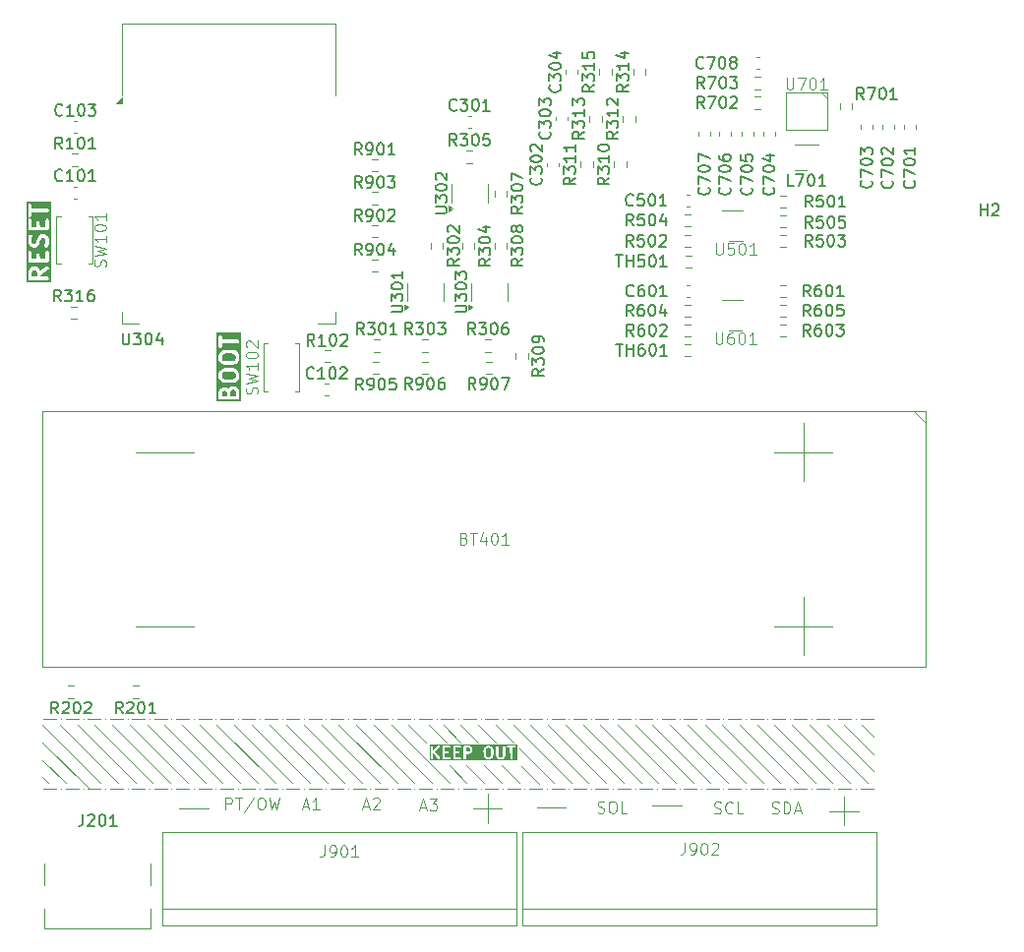
<source format=gbr>
%TF.GenerationSoftware,KiCad,Pcbnew,8.0.2*%
%TF.CreationDate,2025-08-03T00:44:16+02:00*%
%TF.ProjectId,MarinaWatch,4d617269-6e61-4576-9174-63682e6b6963,rev?*%
%TF.SameCoordinates,Original*%
%TF.FileFunction,Legend,Top*%
%TF.FilePolarity,Positive*%
%FSLAX46Y46*%
G04 Gerber Fmt 4.6, Leading zero omitted, Abs format (unit mm)*
G04 Created by KiCad (PCBNEW 8.0.2) date 2025-08-03 00:44:16*
%MOMM*%
%LPD*%
G01*
G04 APERTURE LIST*
%ADD10C,0.300000*%
%ADD11C,0.100000*%
%ADD12C,0.200000*%
%ADD13C,0.150000*%
%ADD14C,0.120000*%
G04 APERTURE END LIST*
D10*
G36*
X123451581Y-97379198D02*
G01*
X123490245Y-97416188D01*
X123536693Y-97505648D01*
X123537558Y-97686032D01*
X123536577Y-97691597D01*
X123537608Y-97696250D01*
X123538571Y-97897113D01*
X123050120Y-97898034D01*
X123048275Y-97513529D01*
X123091680Y-97423307D01*
X123128671Y-97384641D01*
X123218568Y-97337967D01*
X123362339Y-97336265D01*
X123451581Y-97379198D01*
G37*
G36*
X124717495Y-98362156D02*
G01*
X122584161Y-98362156D01*
X122584161Y-97474060D01*
X122750828Y-97474060D01*
X122753710Y-98074753D01*
X122776108Y-98128825D01*
X122817492Y-98170209D01*
X122871564Y-98192607D01*
X122900828Y-98195489D01*
X124430092Y-98192607D01*
X124484164Y-98170209D01*
X124525548Y-98128825D01*
X124547946Y-98074753D01*
X124547946Y-98016225D01*
X124525548Y-97962153D01*
X124484164Y-97920769D01*
X124430092Y-97898371D01*
X124400828Y-97895489D01*
X123835827Y-97896553D01*
X123835206Y-97767080D01*
X124509169Y-97292088D01*
X124540622Y-97242731D01*
X124550793Y-97185095D01*
X124538134Y-97127953D01*
X124504570Y-97080005D01*
X124455213Y-97048552D01*
X124397577Y-97038381D01*
X124340435Y-97051040D01*
X124314809Y-97065461D01*
X123822729Y-97412266D01*
X123820706Y-97406979D01*
X123746700Y-97264441D01*
X123739835Y-97247868D01*
X123735097Y-97242095D01*
X123733613Y-97239236D01*
X123730621Y-97236641D01*
X123721180Y-97225137D01*
X123646029Y-97153239D01*
X123635653Y-97141275D01*
X123629427Y-97137356D01*
X123627020Y-97135053D01*
X123623360Y-97133537D01*
X123610767Y-97125610D01*
X123486241Y-97065703D01*
X123484164Y-97063626D01*
X123468041Y-97056947D01*
X123440446Y-97043672D01*
X123435070Y-97043290D01*
X123430092Y-97041228D01*
X123400828Y-97038346D01*
X123208594Y-97040620D01*
X123205304Y-97039524D01*
X123186125Y-97040886D01*
X123157278Y-97041228D01*
X123152299Y-97043290D01*
X123146924Y-97043672D01*
X123119461Y-97054182D01*
X122976918Y-97128190D01*
X122960349Y-97135054D01*
X122954578Y-97139789D01*
X122951718Y-97141275D01*
X122949123Y-97144266D01*
X122937618Y-97153709D01*
X122865725Y-97228855D01*
X122853758Y-97239235D01*
X122849837Y-97245463D01*
X122847536Y-97247869D01*
X122846021Y-97251525D01*
X122838093Y-97264121D01*
X122778186Y-97388645D01*
X122776108Y-97390724D01*
X122769426Y-97406855D01*
X122756155Y-97434441D01*
X122755773Y-97439815D01*
X122753710Y-97444796D01*
X122750828Y-97474060D01*
X122584161Y-97474060D01*
X122584161Y-95831203D01*
X122750828Y-95831203D01*
X122753710Y-96574753D01*
X122776108Y-96628825D01*
X122817492Y-96670209D01*
X122871564Y-96692607D01*
X122900828Y-96695489D01*
X124430092Y-96692607D01*
X124484164Y-96670209D01*
X124525548Y-96628825D01*
X124547946Y-96574753D01*
X124550828Y-96545489D01*
X124547946Y-95801939D01*
X124525548Y-95747867D01*
X124484164Y-95706483D01*
X124430092Y-95684085D01*
X124371564Y-95684085D01*
X124317492Y-95706483D01*
X124276108Y-95747867D01*
X124253710Y-95801939D01*
X124250828Y-95831203D01*
X124253016Y-96395767D01*
X123764303Y-96396688D01*
X123762232Y-96016225D01*
X123739834Y-95962153D01*
X123698450Y-95920769D01*
X123644378Y-95898371D01*
X123585850Y-95898371D01*
X123531778Y-95920769D01*
X123490394Y-95962153D01*
X123467996Y-96016225D01*
X123465114Y-96045489D01*
X123467029Y-96397248D01*
X123050256Y-96398034D01*
X123047946Y-95801939D01*
X123025548Y-95747867D01*
X122984164Y-95706483D01*
X122930092Y-95684085D01*
X122871564Y-95684085D01*
X122817492Y-95706483D01*
X122776108Y-95747867D01*
X122753710Y-95801939D01*
X122750828Y-95831203D01*
X122584161Y-95831203D01*
X122584161Y-94616917D01*
X122750828Y-94616917D01*
X122753322Y-94951349D01*
X122752006Y-94955299D01*
X122753509Y-94976456D01*
X122753710Y-95003324D01*
X122755773Y-95008304D01*
X122756155Y-95013679D01*
X122766664Y-95041142D01*
X122840675Y-95183688D01*
X122847536Y-95200251D01*
X122852270Y-95206020D01*
X122853758Y-95208885D01*
X122856752Y-95211482D01*
X122866190Y-95222982D01*
X122941343Y-95294883D01*
X122951718Y-95306845D01*
X122957941Y-95310762D01*
X122960349Y-95313066D01*
X122964008Y-95314581D01*
X122976603Y-95322510D01*
X123101128Y-95382416D01*
X123103206Y-95384494D01*
X123119328Y-95391172D01*
X123146924Y-95404448D01*
X123152299Y-95404829D01*
X123157278Y-95406892D01*
X123186542Y-95409774D01*
X123308067Y-95407739D01*
X123310638Y-95408596D01*
X123327207Y-95407418D01*
X123358664Y-95406892D01*
X123363642Y-95404829D01*
X123369018Y-95404448D01*
X123396482Y-95393938D01*
X123539025Y-95319928D01*
X123555593Y-95313066D01*
X123561361Y-95308331D01*
X123564225Y-95306845D01*
X123566821Y-95303850D01*
X123578324Y-95294411D01*
X123650219Y-95219261D01*
X123662184Y-95208885D01*
X123666102Y-95202659D01*
X123668406Y-95200252D01*
X123669921Y-95196592D01*
X123677849Y-95183999D01*
X123742991Y-95048591D01*
X123750742Y-95038131D01*
X123758585Y-95016176D01*
X123759787Y-95013679D01*
X123759863Y-95012598D01*
X123760635Y-95010440D01*
X123823257Y-94750124D01*
X123877394Y-94637593D01*
X123914385Y-94598928D01*
X124004597Y-94552089D01*
X124077293Y-94550872D01*
X124165866Y-94593483D01*
X124204531Y-94630474D01*
X124251064Y-94720098D01*
X124253260Y-95014464D01*
X124180577Y-95241014D01*
X124184727Y-95299394D01*
X124210901Y-95351741D01*
X124255115Y-95390088D01*
X124310640Y-95408597D01*
X124369020Y-95404447D01*
X124421367Y-95378273D01*
X124459714Y-95334059D01*
X124471703Y-95307208D01*
X124540557Y-95092589D01*
X124547946Y-95074753D01*
X124548683Y-95067260D01*
X124549650Y-95064249D01*
X124549369Y-95060300D01*
X124550828Y-95045489D01*
X124548333Y-94711056D01*
X124549650Y-94707108D01*
X124548146Y-94685945D01*
X124547946Y-94659082D01*
X124545883Y-94654103D01*
X124545502Y-94648728D01*
X124534992Y-94621265D01*
X124460986Y-94478727D01*
X124454121Y-94462154D01*
X124449383Y-94456381D01*
X124447899Y-94453522D01*
X124444907Y-94450927D01*
X124435466Y-94439423D01*
X124360315Y-94367525D01*
X124349939Y-94355561D01*
X124343713Y-94351642D01*
X124341306Y-94349339D01*
X124337646Y-94347823D01*
X124325053Y-94339896D01*
X124200528Y-94279989D01*
X124198450Y-94277911D01*
X124182318Y-94271229D01*
X124154733Y-94257958D01*
X124149358Y-94257576D01*
X124144378Y-94255513D01*
X124115114Y-94252631D01*
X123993588Y-94254665D01*
X123991018Y-94253809D01*
X123974453Y-94254986D01*
X123942993Y-94255513D01*
X123938012Y-94257576D01*
X123932638Y-94257958D01*
X123905174Y-94268467D01*
X123762631Y-94342476D01*
X123746065Y-94349339D01*
X123740294Y-94354074D01*
X123737432Y-94355561D01*
X123734835Y-94358555D01*
X123723334Y-94367994D01*
X123651436Y-94443144D01*
X123639472Y-94453521D01*
X123635553Y-94459746D01*
X123633250Y-94462154D01*
X123631734Y-94465813D01*
X123623807Y-94478407D01*
X123558664Y-94613814D01*
X123550914Y-94624275D01*
X123543070Y-94646229D01*
X123541869Y-94648727D01*
X123541792Y-94649807D01*
X123541021Y-94651966D01*
X123478398Y-94912281D01*
X123424261Y-95024813D01*
X123387270Y-95063478D01*
X123297061Y-95110315D01*
X123224362Y-95111532D01*
X123135788Y-95068921D01*
X123097126Y-95031933D01*
X123050591Y-94942306D01*
X123048395Y-94647938D01*
X123121079Y-94421392D01*
X123116930Y-94363012D01*
X123090756Y-94310665D01*
X123046542Y-94272317D01*
X122991018Y-94253809D01*
X122932638Y-94257958D01*
X122880290Y-94284132D01*
X122841943Y-94328346D01*
X122829954Y-94355197D01*
X122761097Y-94569818D01*
X122753710Y-94587653D01*
X122752972Y-94595144D01*
X122752006Y-94598156D01*
X122752286Y-94602105D01*
X122750828Y-94616917D01*
X122584161Y-94616917D01*
X122584161Y-93045489D01*
X122750828Y-93045489D01*
X122753710Y-93789039D01*
X122776108Y-93843111D01*
X122817492Y-93884495D01*
X122871564Y-93906893D01*
X122900828Y-93909775D01*
X124430092Y-93906893D01*
X124484164Y-93884495D01*
X124525548Y-93843111D01*
X124547946Y-93789039D01*
X124550828Y-93759775D01*
X124547946Y-93016225D01*
X124525548Y-92962153D01*
X124484164Y-92920769D01*
X124430092Y-92898371D01*
X124371564Y-92898371D01*
X124317492Y-92920769D01*
X124276108Y-92962153D01*
X124253710Y-93016225D01*
X124250828Y-93045489D01*
X124253016Y-93610053D01*
X123764303Y-93610974D01*
X123762232Y-93230511D01*
X123739834Y-93176439D01*
X123698450Y-93135055D01*
X123644378Y-93112657D01*
X123585850Y-93112657D01*
X123531778Y-93135055D01*
X123490394Y-93176439D01*
X123467996Y-93230511D01*
X123465114Y-93259775D01*
X123467029Y-93611534D01*
X123050256Y-93612320D01*
X123047946Y-93016225D01*
X123025548Y-92962153D01*
X122984164Y-92920769D01*
X122930092Y-92898371D01*
X122871564Y-92898371D01*
X122817492Y-92920769D01*
X122776108Y-92962153D01*
X122753710Y-93016225D01*
X122750828Y-93045489D01*
X122584161Y-93045489D01*
X122584161Y-91759775D01*
X122750828Y-91759775D01*
X122753710Y-92646181D01*
X122776108Y-92700253D01*
X122817492Y-92741637D01*
X122871564Y-92764035D01*
X122930092Y-92764035D01*
X122984164Y-92741637D01*
X123025548Y-92700253D01*
X123047946Y-92646181D01*
X123050828Y-92616917D01*
X123049921Y-92338065D01*
X124430092Y-92335464D01*
X124484164Y-92313066D01*
X124525548Y-92271682D01*
X124547946Y-92217610D01*
X124547946Y-92159082D01*
X124525548Y-92105010D01*
X124484164Y-92063626D01*
X124430092Y-92041228D01*
X124400828Y-92038346D01*
X123048955Y-92040893D01*
X123047946Y-91730511D01*
X123025548Y-91676439D01*
X122984164Y-91635055D01*
X122930092Y-91612657D01*
X122871564Y-91612657D01*
X122817492Y-91635055D01*
X122776108Y-91676439D01*
X122753710Y-91730511D01*
X122750828Y-91759775D01*
X122584161Y-91759775D01*
X122584161Y-91445990D01*
X124717495Y-91445990D01*
X124717495Y-98362156D01*
G37*
G36*
X139780152Y-107750626D02*
G01*
X139818816Y-107787616D01*
X139865286Y-107877117D01*
X139867029Y-108197248D01*
X139450025Y-108198034D01*
X139448319Y-107884867D01*
X139491680Y-107794736D01*
X139528671Y-107756070D01*
X139618882Y-107709232D01*
X139691579Y-107708015D01*
X139780152Y-107750626D01*
G37*
G36*
X140565867Y-107679198D02*
G01*
X140604531Y-107716188D01*
X140650979Y-107805648D01*
X140652851Y-108195767D01*
X140164303Y-108196688D01*
X140162562Y-107876885D01*
X140214795Y-107714077D01*
X140242956Y-107684642D01*
X140332854Y-107637967D01*
X140476625Y-107636265D01*
X140565867Y-107679198D01*
G37*
G36*
X140507687Y-106120953D02*
G01*
X140603716Y-106214617D01*
X140651119Y-106305917D01*
X140653086Y-106520914D01*
X140610229Y-106610001D01*
X140513094Y-106709586D01*
X140291959Y-106766965D01*
X139829263Y-106769484D01*
X139593968Y-106712881D01*
X139497941Y-106619217D01*
X139450536Y-106527915D01*
X139448569Y-106312919D01*
X139491426Y-106223835D01*
X139588561Y-106124248D01*
X139809697Y-106066868D01*
X140272391Y-106064349D01*
X140507687Y-106120953D01*
G37*
G36*
X140507687Y-104549524D02*
G01*
X140603716Y-104643188D01*
X140651119Y-104734488D01*
X140653086Y-104949485D01*
X140610229Y-105038572D01*
X140513094Y-105138157D01*
X140291959Y-105195536D01*
X139829263Y-105198055D01*
X139593968Y-105141452D01*
X139497941Y-105047788D01*
X139450536Y-104956486D01*
X139448569Y-104741490D01*
X139491426Y-104652406D01*
X139588561Y-104552819D01*
X139809697Y-104495439D01*
X140272391Y-104492920D01*
X140507687Y-104549524D01*
G37*
G36*
X141117495Y-108662156D02*
G01*
X138984161Y-108662156D01*
X138984161Y-107845489D01*
X139150828Y-107845489D01*
X139153710Y-108374753D01*
X139176108Y-108428825D01*
X139217492Y-108470209D01*
X139271564Y-108492607D01*
X139300828Y-108495489D01*
X140830092Y-108492607D01*
X140884164Y-108470209D01*
X140925548Y-108428825D01*
X140947946Y-108374753D01*
X140950828Y-108345489D01*
X140948197Y-107797179D01*
X140949650Y-107792822D01*
X140948069Y-107770580D01*
X140947946Y-107744796D01*
X140945883Y-107739817D01*
X140945502Y-107734442D01*
X140934992Y-107706979D01*
X140860986Y-107564441D01*
X140854121Y-107547868D01*
X140849383Y-107542095D01*
X140847899Y-107539236D01*
X140844907Y-107536641D01*
X140835466Y-107525137D01*
X140760315Y-107453239D01*
X140749939Y-107441275D01*
X140743713Y-107437356D01*
X140741306Y-107435053D01*
X140737646Y-107433537D01*
X140725053Y-107425610D01*
X140600527Y-107365703D01*
X140598450Y-107363626D01*
X140582327Y-107356947D01*
X140554732Y-107343672D01*
X140549356Y-107343290D01*
X140544378Y-107341228D01*
X140515114Y-107338346D01*
X140322880Y-107340620D01*
X140319590Y-107339524D01*
X140300411Y-107340886D01*
X140271564Y-107341228D01*
X140266585Y-107343290D01*
X140261210Y-107343672D01*
X140233747Y-107354182D01*
X140091209Y-107428187D01*
X140074636Y-107435053D01*
X140068863Y-107439790D01*
X140066004Y-107441275D01*
X140063409Y-107444266D01*
X140051905Y-107453708D01*
X139996276Y-107511852D01*
X139994575Y-107512704D01*
X139985960Y-107522636D01*
X139979516Y-107529371D01*
X139974602Y-107524669D01*
X139964225Y-107512704D01*
X139957999Y-107508785D01*
X139955593Y-107506483D01*
X139951934Y-107504967D01*
X139939339Y-107497039D01*
X139814814Y-107437132D01*
X139812736Y-107435054D01*
X139796604Y-107428372D01*
X139769019Y-107415101D01*
X139763644Y-107414719D01*
X139758664Y-107412656D01*
X139729400Y-107409774D01*
X139607873Y-107411808D01*
X139605303Y-107410952D01*
X139588738Y-107412129D01*
X139557278Y-107412656D01*
X139552297Y-107414719D01*
X139546923Y-107415101D01*
X139519459Y-107425610D01*
X139376911Y-107499622D01*
X139360349Y-107506483D01*
X139354580Y-107511217D01*
X139351717Y-107512704D01*
X139349119Y-107515698D01*
X139337618Y-107525138D01*
X139265725Y-107600284D01*
X139253758Y-107610664D01*
X139249837Y-107616892D01*
X139247536Y-107619298D01*
X139246021Y-107622954D01*
X139238093Y-107635550D01*
X139178186Y-107760074D01*
X139176108Y-107762153D01*
X139169426Y-107778284D01*
X139156155Y-107805870D01*
X139155773Y-107811244D01*
X139153710Y-107816225D01*
X139150828Y-107845489D01*
X138984161Y-107845489D01*
X138984161Y-106274060D01*
X139150828Y-106274060D01*
X139153236Y-106537319D01*
X139152006Y-106541012D01*
X139153457Y-106561441D01*
X139153710Y-106589038D01*
X139155771Y-106594015D01*
X139156154Y-106599393D01*
X139166664Y-106626856D01*
X139240673Y-106769398D01*
X139247536Y-106785967D01*
X139252271Y-106791737D01*
X139253758Y-106794600D01*
X139256751Y-106797196D01*
X139266191Y-106808698D01*
X139399473Y-106938700D01*
X139404017Y-106946273D01*
X139417414Y-106956199D01*
X139431778Y-106970210D01*
X139442083Y-106974478D01*
X139451043Y-106981117D01*
X139478734Y-106991010D01*
X139756702Y-107057878D01*
X139771564Y-107064035D01*
X139789729Y-107065823D01*
X139793537Y-107066740D01*
X139795724Y-107066414D01*
X139800828Y-107066917D01*
X140291359Y-107064245D01*
X140308119Y-107066740D01*
X140326268Y-107064055D01*
X140330092Y-107064035D01*
X140332136Y-107063187D01*
X140337208Y-107062438D01*
X140606331Y-106992607D01*
X140615804Y-106992607D01*
X140631689Y-106986027D01*
X140650613Y-106981117D01*
X140659573Y-106974477D01*
X140669877Y-106970210D01*
X140692608Y-106951555D01*
X140833634Y-106806971D01*
X140847900Y-106794599D01*
X140851898Y-106788246D01*
X140854121Y-106785968D01*
X140855638Y-106782305D01*
X140863564Y-106769713D01*
X140923470Y-106645187D01*
X140925548Y-106643110D01*
X140932226Y-106626987D01*
X140945502Y-106599392D01*
X140945883Y-106594016D01*
X140947946Y-106589038D01*
X140950828Y-106559774D01*
X140948419Y-106296514D01*
X140949650Y-106292822D01*
X140948198Y-106272393D01*
X140947946Y-106244796D01*
X140945883Y-106239817D01*
X140945502Y-106234442D01*
X140934992Y-106206979D01*
X140860987Y-106064444D01*
X140854121Y-106047867D01*
X140849382Y-106042093D01*
X140847899Y-106039236D01*
X140844909Y-106036643D01*
X140835466Y-106025137D01*
X140702183Y-105895135D01*
X140697639Y-105887562D01*
X140684238Y-105877632D01*
X140669877Y-105863625D01*
X140659573Y-105859357D01*
X140650613Y-105852718D01*
X140622922Y-105842825D01*
X140344954Y-105775955D01*
X140330092Y-105769799D01*
X140311926Y-105768010D01*
X140308119Y-105767094D01*
X140305931Y-105767419D01*
X140300828Y-105766917D01*
X139810295Y-105769588D01*
X139793536Y-105767094D01*
X139775386Y-105769778D01*
X139771564Y-105769799D01*
X139769519Y-105770645D01*
X139764447Y-105771396D01*
X139495323Y-105841228D01*
X139485851Y-105841228D01*
X139469965Y-105847807D01*
X139451042Y-105852718D01*
X139442081Y-105859357D01*
X139431778Y-105863625D01*
X139409048Y-105882280D01*
X139268026Y-106026860D01*
X139253758Y-106039235D01*
X139249757Y-106045590D01*
X139247536Y-106047868D01*
X139246020Y-106051527D01*
X139238093Y-106064121D01*
X139178186Y-106188645D01*
X139176108Y-106190724D01*
X139169426Y-106206855D01*
X139156155Y-106234441D01*
X139155773Y-106239815D01*
X139153710Y-106244796D01*
X139150828Y-106274060D01*
X138984161Y-106274060D01*
X138984161Y-104702631D01*
X139150828Y-104702631D01*
X139153236Y-104965890D01*
X139152006Y-104969583D01*
X139153457Y-104990012D01*
X139153710Y-105017609D01*
X139155771Y-105022586D01*
X139156154Y-105027964D01*
X139166664Y-105055427D01*
X139240673Y-105197969D01*
X139247536Y-105214538D01*
X139252271Y-105220308D01*
X139253758Y-105223171D01*
X139256751Y-105225767D01*
X139266191Y-105237269D01*
X139399473Y-105367271D01*
X139404017Y-105374844D01*
X139417414Y-105384770D01*
X139431778Y-105398781D01*
X139442083Y-105403049D01*
X139451043Y-105409688D01*
X139478734Y-105419581D01*
X139756702Y-105486449D01*
X139771564Y-105492606D01*
X139789729Y-105494394D01*
X139793537Y-105495311D01*
X139795724Y-105494985D01*
X139800828Y-105495488D01*
X140291359Y-105492816D01*
X140308119Y-105495311D01*
X140326268Y-105492626D01*
X140330092Y-105492606D01*
X140332136Y-105491758D01*
X140337208Y-105491009D01*
X140606331Y-105421178D01*
X140615804Y-105421178D01*
X140631689Y-105414598D01*
X140650613Y-105409688D01*
X140659573Y-105403048D01*
X140669877Y-105398781D01*
X140692608Y-105380126D01*
X140833634Y-105235542D01*
X140847900Y-105223170D01*
X140851898Y-105216817D01*
X140854121Y-105214539D01*
X140855638Y-105210876D01*
X140863564Y-105198284D01*
X140923470Y-105073758D01*
X140925548Y-105071681D01*
X140932226Y-105055558D01*
X140945502Y-105027963D01*
X140945883Y-105022587D01*
X140947946Y-105017609D01*
X140950828Y-104988345D01*
X140948419Y-104725085D01*
X140949650Y-104721393D01*
X140948198Y-104700964D01*
X140947946Y-104673367D01*
X140945883Y-104668388D01*
X140945502Y-104663013D01*
X140934992Y-104635550D01*
X140860987Y-104493015D01*
X140854121Y-104476438D01*
X140849382Y-104470664D01*
X140847899Y-104467807D01*
X140844909Y-104465214D01*
X140835466Y-104453708D01*
X140702183Y-104323706D01*
X140697639Y-104316133D01*
X140684238Y-104306203D01*
X140669877Y-104292196D01*
X140659573Y-104287928D01*
X140650613Y-104281289D01*
X140622922Y-104271396D01*
X140344954Y-104204526D01*
X140330092Y-104198370D01*
X140311926Y-104196581D01*
X140308119Y-104195665D01*
X140305931Y-104195990D01*
X140300828Y-104195488D01*
X139810295Y-104198159D01*
X139793536Y-104195665D01*
X139775386Y-104198349D01*
X139771564Y-104198370D01*
X139769519Y-104199216D01*
X139764447Y-104199967D01*
X139495323Y-104269799D01*
X139485851Y-104269799D01*
X139469965Y-104276378D01*
X139451042Y-104281289D01*
X139442081Y-104287928D01*
X139431778Y-104292196D01*
X139409048Y-104310851D01*
X139268026Y-104455431D01*
X139253758Y-104467806D01*
X139249757Y-104474161D01*
X139247536Y-104476439D01*
X139246020Y-104480098D01*
X139238093Y-104492692D01*
X139178186Y-104617216D01*
X139176108Y-104619295D01*
X139169426Y-104635426D01*
X139156155Y-104663012D01*
X139155773Y-104668386D01*
X139153710Y-104673367D01*
X139150828Y-104702631D01*
X138984161Y-104702631D01*
X138984161Y-103059774D01*
X139150828Y-103059774D01*
X139153710Y-103946180D01*
X139176108Y-104000252D01*
X139217492Y-104041636D01*
X139271564Y-104064034D01*
X139330092Y-104064034D01*
X139384164Y-104041636D01*
X139425548Y-104000252D01*
X139447946Y-103946180D01*
X139450828Y-103916916D01*
X139449921Y-103638064D01*
X140830092Y-103635463D01*
X140884164Y-103613065D01*
X140925548Y-103571681D01*
X140947946Y-103517609D01*
X140947946Y-103459081D01*
X140925548Y-103405009D01*
X140884164Y-103363625D01*
X140830092Y-103341227D01*
X140800828Y-103338345D01*
X139448955Y-103340892D01*
X139447946Y-103030510D01*
X139425548Y-102976438D01*
X139384164Y-102935054D01*
X139330092Y-102912656D01*
X139271564Y-102912656D01*
X139217492Y-102935054D01*
X139176108Y-102976438D01*
X139153710Y-103030510D01*
X139150828Y-103059774D01*
X138984161Y-103059774D01*
X138984161Y-102745989D01*
X141117495Y-102745989D01*
X141117495Y-108662156D01*
G37*
D11*
X178000000Y-136500000D02*
X183000000Y-141500000D01*
X194500000Y-136500000D02*
X195500000Y-137500000D01*
X163500000Y-140000000D02*
X165000000Y-141500000D01*
X131500000Y-136500000D02*
X136500000Y-141500000D01*
X124000000Y-136500000D02*
X129000000Y-141500000D01*
X190000000Y-136500000D02*
X195000000Y-141500000D01*
X124000000Y-139500000D02*
X126000000Y-141500000D01*
X179500000Y-136500000D02*
X184500000Y-141500000D01*
X193000000Y-145150000D02*
X193000000Y-142650000D01*
X187000000Y-136500000D02*
X192000000Y-141500000D01*
X161500000Y-136500000D02*
X163000000Y-138000000D01*
X167500000Y-136500000D02*
X172500000Y-141500000D01*
X164500000Y-136500000D02*
X169500000Y-141500000D01*
X145000000Y-136500000D02*
X150000000Y-141500000D01*
X184000000Y-136500000D02*
X189000000Y-141500000D01*
X181000000Y-136500000D02*
X186000000Y-141500000D01*
X191500000Y-136500000D02*
X195500000Y-140500000D01*
X169000000Y-136500000D02*
X174000000Y-141500000D01*
X170500000Y-136500000D02*
X175500000Y-141500000D01*
X128500000Y-136500000D02*
X133500000Y-141500000D01*
X138250000Y-143700000D02*
X135750000Y-143700000D01*
X166000000Y-136500000D02*
X171000000Y-141500000D01*
X163550000Y-143700000D02*
X161050000Y-143700000D01*
X159000000Y-140000000D02*
X160500000Y-141500000D01*
X155500000Y-136500000D02*
X157000000Y-138000000D01*
X125500000Y-136500000D02*
X130500000Y-141500000D01*
X130000000Y-136500000D02*
X135000000Y-141500000D01*
X142000000Y-136500000D02*
X147000000Y-141500000D01*
X172000000Y-136500000D02*
X177000000Y-141500000D01*
X127000000Y-136500000D02*
X132000000Y-141500000D01*
X158500000Y-136500000D02*
X160000000Y-138000000D01*
X143500000Y-136500000D02*
X148500000Y-141500000D01*
X160500000Y-140000000D02*
X162000000Y-141500000D01*
X152500000Y-136500000D02*
X157500000Y-141500000D01*
X136000000Y-136500000D02*
X141000000Y-141500000D01*
X176500000Y-136500000D02*
X181500000Y-141500000D01*
X195500000Y-136000000D02*
X194400000Y-136000000D01*
X194000000Y-136000000D02*
X194000000Y-136000000D01*
X193600000Y-136000000D02*
X192500000Y-136000000D01*
X192100000Y-136000000D02*
X192100000Y-136000000D01*
X191700000Y-136000000D02*
X190600000Y-136000000D01*
X190200000Y-136000000D02*
X190200000Y-136000000D01*
X189800000Y-136000000D02*
X188700000Y-136000000D01*
X188300000Y-136000000D02*
X188300000Y-136000000D01*
X187900000Y-136000000D02*
X186800000Y-136000000D01*
X186400000Y-136000000D02*
X186400000Y-136000000D01*
X186000000Y-136000000D02*
X184900000Y-136000000D01*
X184500000Y-136000000D02*
X184500000Y-136000000D01*
X184100000Y-136000000D02*
X183000000Y-136000000D01*
X182600000Y-136000000D02*
X182600000Y-136000000D01*
X182200000Y-136000000D02*
X181100000Y-136000000D01*
X180700000Y-136000000D02*
X180700000Y-136000000D01*
X180300000Y-136000000D02*
X179200000Y-136000000D01*
X178800000Y-136000000D02*
X178800000Y-136000000D01*
X178400000Y-136000000D02*
X177300000Y-136000000D01*
X176900000Y-136000000D02*
X176900000Y-136000000D01*
X176500000Y-136000000D02*
X175400000Y-136000000D01*
X175000000Y-136000000D02*
X175000000Y-136000000D01*
X174600000Y-136000000D02*
X173500000Y-136000000D01*
X173100000Y-136000000D02*
X173100000Y-136000000D01*
X172700000Y-136000000D02*
X171600000Y-136000000D01*
X171200000Y-136000000D02*
X171200000Y-136000000D01*
X170800000Y-136000000D02*
X169700000Y-136000000D01*
X169300000Y-136000000D02*
X169300000Y-136000000D01*
X168900000Y-136000000D02*
X167800000Y-136000000D01*
X167400000Y-136000000D02*
X167400000Y-136000000D01*
X167000000Y-136000000D02*
X165900000Y-136000000D01*
X165500000Y-136000000D02*
X165500000Y-136000000D01*
X165100000Y-136000000D02*
X164000000Y-136000000D01*
X163600000Y-136000000D02*
X163600000Y-136000000D01*
X163200000Y-136000000D02*
X162100000Y-136000000D01*
X161700000Y-136000000D02*
X161700000Y-136000000D01*
X161300000Y-136000000D02*
X160200000Y-136000000D01*
X159800000Y-136000000D02*
X159800000Y-136000000D01*
X159400000Y-136000000D02*
X158300000Y-136000000D01*
X157900000Y-136000000D02*
X157900000Y-136000000D01*
X157500000Y-136000000D02*
X156400000Y-136000000D01*
X156000000Y-136000000D02*
X156000000Y-136000000D01*
X155600000Y-136000000D02*
X154500000Y-136000000D01*
X154100000Y-136000000D02*
X154100000Y-136000000D01*
X153700000Y-136000000D02*
X152600000Y-136000000D01*
X152200000Y-136000000D02*
X152200000Y-136000000D01*
X151800000Y-136000000D02*
X150700000Y-136000000D01*
X150300000Y-136000000D02*
X150300000Y-136000000D01*
X149900000Y-136000000D02*
X148800000Y-136000000D01*
X148400000Y-136000000D02*
X148400000Y-136000000D01*
X148000000Y-136000000D02*
X146900000Y-136000000D01*
X146500000Y-136000000D02*
X146500000Y-136000000D01*
X146100000Y-136000000D02*
X145000000Y-136000000D01*
X144600000Y-136000000D02*
X144600000Y-136000000D01*
X144200000Y-136000000D02*
X143100000Y-136000000D01*
X142700000Y-136000000D02*
X142700000Y-136000000D01*
X142300000Y-136000000D02*
X141200000Y-136000000D01*
X140800000Y-136000000D02*
X140800000Y-136000000D01*
X140400000Y-136000000D02*
X139300000Y-136000000D01*
X138900000Y-136000000D02*
X138900000Y-136000000D01*
X138500000Y-136000000D02*
X137400000Y-136000000D01*
X137000000Y-136000000D02*
X137000000Y-136000000D01*
X136600000Y-136000000D02*
X135500000Y-136000000D01*
X135100000Y-136000000D02*
X135100000Y-136000000D01*
X134700000Y-136000000D02*
X133600000Y-136000000D01*
X133200000Y-136000000D02*
X133200000Y-136000000D01*
X132800000Y-136000000D02*
X131700000Y-136000000D01*
X131300000Y-136000000D02*
X131300000Y-136000000D01*
X130900000Y-136000000D02*
X129800000Y-136000000D01*
X129400000Y-136000000D02*
X129400000Y-136000000D01*
X129000000Y-136000000D02*
X127900000Y-136000000D01*
X127500000Y-136000000D02*
X127500000Y-136000000D01*
X127100000Y-136000000D02*
X126000000Y-136000000D01*
X125600000Y-136000000D02*
X125600000Y-136000000D01*
X125200000Y-136000000D02*
X124100000Y-136000000D01*
X151000000Y-136500000D02*
X156000000Y-141500000D01*
X124000000Y-138000000D02*
X128000000Y-142000000D01*
X173500000Y-136500000D02*
X178500000Y-141500000D01*
X166550000Y-143600000D02*
X169050000Y-143600000D01*
X157250000Y-136500000D02*
X158750000Y-138000000D01*
X162000000Y-140000000D02*
X163500000Y-141500000D01*
X124000000Y-141000000D02*
X124500000Y-141500000D01*
X176500000Y-143400000D02*
X179000000Y-143400000D01*
X193000000Y-136500000D02*
X195500000Y-139000000D01*
X146500000Y-136500000D02*
X151500000Y-141500000D01*
X162300000Y-142450000D02*
X162300000Y-144950000D01*
X154000000Y-136500000D02*
X159000000Y-141500000D01*
X165202355Y-140084467D02*
X166702355Y-141584467D01*
X182500000Y-136500000D02*
X187500000Y-141500000D01*
X195500000Y-142000000D02*
X194400000Y-142000000D01*
X194000000Y-142000000D02*
X194000000Y-142000000D01*
X193600000Y-142000000D02*
X192500000Y-142000000D01*
X192100000Y-142000000D02*
X192100000Y-142000000D01*
X191700000Y-142000000D02*
X190600000Y-142000000D01*
X190200000Y-142000000D02*
X190200000Y-142000000D01*
X189800000Y-142000000D02*
X188700000Y-142000000D01*
X188300000Y-142000000D02*
X188300000Y-142000000D01*
X187900000Y-142000000D02*
X186800000Y-142000000D01*
X186400000Y-142000000D02*
X186400000Y-142000000D01*
X186000000Y-142000000D02*
X184900000Y-142000000D01*
X184500000Y-142000000D02*
X184500000Y-142000000D01*
X184100000Y-142000000D02*
X183000000Y-142000000D01*
X182600000Y-142000000D02*
X182600000Y-142000000D01*
X182200000Y-142000000D02*
X181100000Y-142000000D01*
X180700000Y-142000000D02*
X180700000Y-142000000D01*
X180300000Y-142000000D02*
X179200000Y-142000000D01*
X178800000Y-142000000D02*
X178800000Y-142000000D01*
X178400000Y-142000000D02*
X177300000Y-142000000D01*
X176900000Y-142000000D02*
X176900000Y-142000000D01*
X176500000Y-142000000D02*
X175400000Y-142000000D01*
X175000000Y-142000000D02*
X175000000Y-142000000D01*
X174600000Y-142000000D02*
X173500000Y-142000000D01*
X173100000Y-142000000D02*
X173100000Y-142000000D01*
X172700000Y-142000000D02*
X171600000Y-142000000D01*
X171200000Y-142000000D02*
X171200000Y-142000000D01*
X170800000Y-142000000D02*
X169700000Y-142000000D01*
X169300000Y-142000000D02*
X169300000Y-142000000D01*
X168900000Y-142000000D02*
X167800000Y-142000000D01*
X167400000Y-142000000D02*
X167400000Y-142000000D01*
X167000000Y-142000000D02*
X165900000Y-142000000D01*
X165500000Y-142000000D02*
X165500000Y-142000000D01*
X165100000Y-142000000D02*
X164000000Y-142000000D01*
X163600000Y-142000000D02*
X163600000Y-142000000D01*
X163200000Y-142000000D02*
X162100000Y-142000000D01*
X161700000Y-142000000D02*
X161700000Y-142000000D01*
X161300000Y-142000000D02*
X160200000Y-142000000D01*
X159800000Y-142000000D02*
X159800000Y-142000000D01*
X159400000Y-142000000D02*
X158300000Y-142000000D01*
X157900000Y-142000000D02*
X157900000Y-142000000D01*
X157500000Y-142000000D02*
X156400000Y-142000000D01*
X156000000Y-142000000D02*
X156000000Y-142000000D01*
X155600000Y-142000000D02*
X154500000Y-142000000D01*
X154100000Y-142000000D02*
X154100000Y-142000000D01*
X153700000Y-142000000D02*
X152600000Y-142000000D01*
X152200000Y-142000000D02*
X152200000Y-142000000D01*
X151800000Y-142000000D02*
X150700000Y-142000000D01*
X150300000Y-142000000D02*
X150300000Y-142000000D01*
X149900000Y-142000000D02*
X148800000Y-142000000D01*
X148400000Y-142000000D02*
X148400000Y-142000000D01*
X148000000Y-142000000D02*
X146900000Y-142000000D01*
X146500000Y-142000000D02*
X146500000Y-142000000D01*
X146100000Y-142000000D02*
X145000000Y-142000000D01*
X144600000Y-142000000D02*
X144600000Y-142000000D01*
X144200000Y-142000000D02*
X143100000Y-142000000D01*
X142700000Y-142000000D02*
X142700000Y-142000000D01*
X142300000Y-142000000D02*
X141200000Y-142000000D01*
X140800000Y-142000000D02*
X140800000Y-142000000D01*
X140400000Y-142000000D02*
X139300000Y-142000000D01*
X138900000Y-142000000D02*
X138900000Y-142000000D01*
X138500000Y-142000000D02*
X137400000Y-142000000D01*
X137000000Y-142000000D02*
X137000000Y-142000000D01*
X136600000Y-142000000D02*
X135500000Y-142000000D01*
X135100000Y-142000000D02*
X135100000Y-142000000D01*
X134700000Y-142000000D02*
X133600000Y-142000000D01*
X133200000Y-142000000D02*
X133200000Y-142000000D01*
X132800000Y-142000000D02*
X131700000Y-142000000D01*
X131300000Y-142000000D02*
X131300000Y-142000000D01*
X130900000Y-142000000D02*
X129800000Y-142000000D01*
X129400000Y-142000000D02*
X129400000Y-142000000D01*
X129000000Y-142000000D02*
X127900000Y-142000000D01*
X127500000Y-142000000D02*
X127500000Y-142000000D01*
X127100000Y-142000000D02*
X126000000Y-142000000D01*
X125600000Y-142000000D02*
X125600000Y-142000000D01*
X125200000Y-142000000D02*
X124100000Y-142000000D01*
X140500000Y-136500000D02*
X145500000Y-141500000D01*
X139000000Y-136500000D02*
X144000000Y-141500000D01*
X148000000Y-136500000D02*
X153000000Y-141500000D01*
X163000000Y-136500000D02*
X164500000Y-138000000D01*
X191750000Y-143900000D02*
X194250000Y-143900000D01*
X188500000Y-136500000D02*
X193500000Y-141500000D01*
X185500000Y-136500000D02*
X190500000Y-141500000D01*
X165000000Y-138500000D02*
X168000000Y-141500000D01*
X133000000Y-136500000D02*
X138000000Y-141500000D01*
X134500000Y-136500000D02*
X139500000Y-141500000D01*
X137500000Y-136500000D02*
X142500000Y-141500000D01*
X149500000Y-136500000D02*
X154500000Y-141500000D01*
X160000000Y-136500000D02*
X161500000Y-138000000D01*
X175000000Y-136500000D02*
X180000000Y-141500000D01*
X156485714Y-143586704D02*
X156961904Y-143586704D01*
X156390476Y-143872419D02*
X156723809Y-142872419D01*
X156723809Y-142872419D02*
X157057142Y-143872419D01*
X157295238Y-142872419D02*
X157914285Y-142872419D01*
X157914285Y-142872419D02*
X157580952Y-143253371D01*
X157580952Y-143253371D02*
X157723809Y-143253371D01*
X157723809Y-143253371D02*
X157819047Y-143300990D01*
X157819047Y-143300990D02*
X157866666Y-143348609D01*
X157866666Y-143348609D02*
X157914285Y-143443847D01*
X157914285Y-143443847D02*
X157914285Y-143681942D01*
X157914285Y-143681942D02*
X157866666Y-143777180D01*
X157866666Y-143777180D02*
X157819047Y-143824800D01*
X157819047Y-143824800D02*
X157723809Y-143872419D01*
X157723809Y-143872419D02*
X157438095Y-143872419D01*
X157438095Y-143872419D02*
X157342857Y-143824800D01*
X157342857Y-143824800D02*
X157295238Y-143777180D01*
X186785714Y-144074800D02*
X186928571Y-144122419D01*
X186928571Y-144122419D02*
X187166666Y-144122419D01*
X187166666Y-144122419D02*
X187261904Y-144074800D01*
X187261904Y-144074800D02*
X187309523Y-144027180D01*
X187309523Y-144027180D02*
X187357142Y-143931942D01*
X187357142Y-143931942D02*
X187357142Y-143836704D01*
X187357142Y-143836704D02*
X187309523Y-143741466D01*
X187309523Y-143741466D02*
X187261904Y-143693847D01*
X187261904Y-143693847D02*
X187166666Y-143646228D01*
X187166666Y-143646228D02*
X186976190Y-143598609D01*
X186976190Y-143598609D02*
X186880952Y-143550990D01*
X186880952Y-143550990D02*
X186833333Y-143503371D01*
X186833333Y-143503371D02*
X186785714Y-143408133D01*
X186785714Y-143408133D02*
X186785714Y-143312895D01*
X186785714Y-143312895D02*
X186833333Y-143217657D01*
X186833333Y-143217657D02*
X186880952Y-143170038D01*
X186880952Y-143170038D02*
X186976190Y-143122419D01*
X186976190Y-143122419D02*
X187214285Y-143122419D01*
X187214285Y-143122419D02*
X187357142Y-143170038D01*
X187785714Y-144122419D02*
X187785714Y-143122419D01*
X187785714Y-143122419D02*
X188023809Y-143122419D01*
X188023809Y-143122419D02*
X188166666Y-143170038D01*
X188166666Y-143170038D02*
X188261904Y-143265276D01*
X188261904Y-143265276D02*
X188309523Y-143360514D01*
X188309523Y-143360514D02*
X188357142Y-143550990D01*
X188357142Y-143550990D02*
X188357142Y-143693847D01*
X188357142Y-143693847D02*
X188309523Y-143884323D01*
X188309523Y-143884323D02*
X188261904Y-143979561D01*
X188261904Y-143979561D02*
X188166666Y-144074800D01*
X188166666Y-144074800D02*
X188023809Y-144122419D01*
X188023809Y-144122419D02*
X187785714Y-144122419D01*
X188738095Y-143836704D02*
X189214285Y-143836704D01*
X188642857Y-144122419D02*
X188976190Y-143122419D01*
X188976190Y-143122419D02*
X189309523Y-144122419D01*
X171785714Y-144024800D02*
X171928571Y-144072419D01*
X171928571Y-144072419D02*
X172166666Y-144072419D01*
X172166666Y-144072419D02*
X172261904Y-144024800D01*
X172261904Y-144024800D02*
X172309523Y-143977180D01*
X172309523Y-143977180D02*
X172357142Y-143881942D01*
X172357142Y-143881942D02*
X172357142Y-143786704D01*
X172357142Y-143786704D02*
X172309523Y-143691466D01*
X172309523Y-143691466D02*
X172261904Y-143643847D01*
X172261904Y-143643847D02*
X172166666Y-143596228D01*
X172166666Y-143596228D02*
X171976190Y-143548609D01*
X171976190Y-143548609D02*
X171880952Y-143500990D01*
X171880952Y-143500990D02*
X171833333Y-143453371D01*
X171833333Y-143453371D02*
X171785714Y-143358133D01*
X171785714Y-143358133D02*
X171785714Y-143262895D01*
X171785714Y-143262895D02*
X171833333Y-143167657D01*
X171833333Y-143167657D02*
X171880952Y-143120038D01*
X171880952Y-143120038D02*
X171976190Y-143072419D01*
X171976190Y-143072419D02*
X172214285Y-143072419D01*
X172214285Y-143072419D02*
X172357142Y-143120038D01*
X172976190Y-143072419D02*
X173166666Y-143072419D01*
X173166666Y-143072419D02*
X173261904Y-143120038D01*
X173261904Y-143120038D02*
X173357142Y-143215276D01*
X173357142Y-143215276D02*
X173404761Y-143405752D01*
X173404761Y-143405752D02*
X173404761Y-143739085D01*
X173404761Y-143739085D02*
X173357142Y-143929561D01*
X173357142Y-143929561D02*
X173261904Y-144024800D01*
X173261904Y-144024800D02*
X173166666Y-144072419D01*
X173166666Y-144072419D02*
X172976190Y-144072419D01*
X172976190Y-144072419D02*
X172880952Y-144024800D01*
X172880952Y-144024800D02*
X172785714Y-143929561D01*
X172785714Y-143929561D02*
X172738095Y-143739085D01*
X172738095Y-143739085D02*
X172738095Y-143405752D01*
X172738095Y-143405752D02*
X172785714Y-143215276D01*
X172785714Y-143215276D02*
X172880952Y-143120038D01*
X172880952Y-143120038D02*
X172976190Y-143072419D01*
X174309523Y-144072419D02*
X173833333Y-144072419D01*
X173833333Y-144072419D02*
X173833333Y-143072419D01*
X139738095Y-143772419D02*
X139738095Y-142772419D01*
X139738095Y-142772419D02*
X140119047Y-142772419D01*
X140119047Y-142772419D02*
X140214285Y-142820038D01*
X140214285Y-142820038D02*
X140261904Y-142867657D01*
X140261904Y-142867657D02*
X140309523Y-142962895D01*
X140309523Y-142962895D02*
X140309523Y-143105752D01*
X140309523Y-143105752D02*
X140261904Y-143200990D01*
X140261904Y-143200990D02*
X140214285Y-143248609D01*
X140214285Y-143248609D02*
X140119047Y-143296228D01*
X140119047Y-143296228D02*
X139738095Y-143296228D01*
X140595238Y-142772419D02*
X141166666Y-142772419D01*
X140880952Y-143772419D02*
X140880952Y-142772419D01*
X142214285Y-142724800D02*
X141357143Y-144010514D01*
X142738095Y-142772419D02*
X142928571Y-142772419D01*
X142928571Y-142772419D02*
X143023809Y-142820038D01*
X143023809Y-142820038D02*
X143119047Y-142915276D01*
X143119047Y-142915276D02*
X143166666Y-143105752D01*
X143166666Y-143105752D02*
X143166666Y-143439085D01*
X143166666Y-143439085D02*
X143119047Y-143629561D01*
X143119047Y-143629561D02*
X143023809Y-143724800D01*
X143023809Y-143724800D02*
X142928571Y-143772419D01*
X142928571Y-143772419D02*
X142738095Y-143772419D01*
X142738095Y-143772419D02*
X142642857Y-143724800D01*
X142642857Y-143724800D02*
X142547619Y-143629561D01*
X142547619Y-143629561D02*
X142500000Y-143439085D01*
X142500000Y-143439085D02*
X142500000Y-143105752D01*
X142500000Y-143105752D02*
X142547619Y-142915276D01*
X142547619Y-142915276D02*
X142642857Y-142820038D01*
X142642857Y-142820038D02*
X142738095Y-142772419D01*
X143500000Y-142772419D02*
X143738095Y-143772419D01*
X143738095Y-143772419D02*
X143928571Y-143058133D01*
X143928571Y-143058133D02*
X144119047Y-143772419D01*
X144119047Y-143772419D02*
X144357143Y-142772419D01*
X146385714Y-143486704D02*
X146861904Y-143486704D01*
X146290476Y-143772419D02*
X146623809Y-142772419D01*
X146623809Y-142772419D02*
X146957142Y-143772419D01*
X147814285Y-143772419D02*
X147242857Y-143772419D01*
X147528571Y-143772419D02*
X147528571Y-142772419D01*
X147528571Y-142772419D02*
X147433333Y-142915276D01*
X147433333Y-142915276D02*
X147338095Y-143010514D01*
X147338095Y-143010514D02*
X147242857Y-143058133D01*
X151585714Y-143486704D02*
X152061904Y-143486704D01*
X151490476Y-143772419D02*
X151823809Y-142772419D01*
X151823809Y-142772419D02*
X152157142Y-143772419D01*
X152442857Y-142867657D02*
X152490476Y-142820038D01*
X152490476Y-142820038D02*
X152585714Y-142772419D01*
X152585714Y-142772419D02*
X152823809Y-142772419D01*
X152823809Y-142772419D02*
X152919047Y-142820038D01*
X152919047Y-142820038D02*
X152966666Y-142867657D01*
X152966666Y-142867657D02*
X153014285Y-142962895D01*
X153014285Y-142962895D02*
X153014285Y-143058133D01*
X153014285Y-143058133D02*
X152966666Y-143200990D01*
X152966666Y-143200990D02*
X152395238Y-143772419D01*
X152395238Y-143772419D02*
X153014285Y-143772419D01*
D12*
G36*
X162509673Y-138494284D02*
G01*
X162576063Y-138559040D01*
X162614317Y-138706465D01*
X162615996Y-139014929D01*
X162578261Y-139171790D01*
X162515817Y-139235810D01*
X162454949Y-139267413D01*
X162311620Y-139268724D01*
X162252229Y-139240152D01*
X162185840Y-139175396D01*
X162147586Y-139027971D01*
X162145907Y-138719508D01*
X162183642Y-138562646D01*
X162246085Y-138498627D01*
X162306953Y-138467024D01*
X162450283Y-138465713D01*
X162509673Y-138494284D01*
G37*
G36*
X160748119Y-138494453D02*
G01*
X160773896Y-138519115D01*
X160805013Y-138579046D01*
X160806147Y-138674893D01*
X160777525Y-138734388D01*
X160752867Y-138760161D01*
X160693224Y-138791129D01*
X160432249Y-138792380D01*
X160431636Y-138466747D01*
X160687972Y-138465517D01*
X160748119Y-138494453D01*
G37*
G36*
X164828237Y-139578330D02*
G01*
X157312698Y-139578330D01*
X157312698Y-138367219D01*
X157423809Y-138367219D01*
X157425730Y-139386728D01*
X157440662Y-139422776D01*
X157468252Y-139450366D01*
X157504300Y-139465298D01*
X157543318Y-139465298D01*
X157579366Y-139450366D01*
X157606956Y-139422776D01*
X157621888Y-139386728D01*
X157623809Y-139367219D01*
X157623080Y-138980664D01*
X157655939Y-138947652D01*
X158028479Y-139441674D01*
X158062054Y-139461553D01*
X158100680Y-139467071D01*
X158138477Y-139457388D01*
X158169692Y-139433977D01*
X158189571Y-139400403D01*
X158195089Y-139361777D01*
X158185406Y-139323979D01*
X158175237Y-139307219D01*
X157797125Y-138805809D01*
X158178384Y-138422777D01*
X158193315Y-138386728D01*
X158193315Y-138367219D01*
X158423809Y-138367219D01*
X158425730Y-139386728D01*
X158440662Y-139422776D01*
X158468252Y-139450366D01*
X158504300Y-139465298D01*
X158523809Y-139467219D01*
X159019508Y-139465298D01*
X159055556Y-139450366D01*
X159083146Y-139422776D01*
X159098078Y-139386728D01*
X159098078Y-139347710D01*
X159083146Y-139311662D01*
X159055556Y-139284072D01*
X159019508Y-139269140D01*
X158999999Y-139267219D01*
X158623623Y-139268677D01*
X158623009Y-138942868D01*
X158876651Y-138941488D01*
X158912699Y-138926556D01*
X158940289Y-138898966D01*
X158955221Y-138862918D01*
X158955221Y-138823900D01*
X158940289Y-138787852D01*
X158912699Y-138760262D01*
X158876651Y-138745330D01*
X158857142Y-138743409D01*
X158622635Y-138744685D01*
X158622112Y-138466838D01*
X159019508Y-138465298D01*
X159055556Y-138450366D01*
X159083146Y-138422776D01*
X159098078Y-138386728D01*
X159098078Y-138367219D01*
X159328571Y-138367219D01*
X159330492Y-139386728D01*
X159345424Y-139422776D01*
X159373014Y-139450366D01*
X159409062Y-139465298D01*
X159428571Y-139467219D01*
X159924270Y-139465298D01*
X159960318Y-139450366D01*
X159987908Y-139422776D01*
X160002840Y-139386728D01*
X160002840Y-139347710D01*
X159987908Y-139311662D01*
X159960318Y-139284072D01*
X159924270Y-139269140D01*
X159904761Y-139267219D01*
X159528385Y-139268677D01*
X159527771Y-138942868D01*
X159781413Y-138941488D01*
X159817461Y-138926556D01*
X159845051Y-138898966D01*
X159859983Y-138862918D01*
X159859983Y-138823900D01*
X159845051Y-138787852D01*
X159817461Y-138760262D01*
X159781413Y-138745330D01*
X159761904Y-138743409D01*
X159527397Y-138744685D01*
X159526874Y-138466838D01*
X159924270Y-138465298D01*
X159960318Y-138450366D01*
X159987908Y-138422776D01*
X160002840Y-138386728D01*
X160002840Y-138367219D01*
X160233333Y-138367219D01*
X160235254Y-139386728D01*
X160250186Y-139422776D01*
X160277776Y-139450366D01*
X160313824Y-139465298D01*
X160352842Y-139465298D01*
X160388890Y-139450366D01*
X160416480Y-139422776D01*
X160431412Y-139386728D01*
X160433333Y-139367219D01*
X160432623Y-138990551D01*
X160698872Y-138989274D01*
X160701778Y-138990243D01*
X160716602Y-138989189D01*
X160733794Y-138989107D01*
X160737114Y-138987731D01*
X160740698Y-138987477D01*
X160759006Y-138980471D01*
X160854035Y-138931130D01*
X160865080Y-138926556D01*
X160868926Y-138923399D01*
X160870834Y-138922409D01*
X160872563Y-138920414D01*
X160880234Y-138914120D01*
X160928167Y-138864017D01*
X160936142Y-138857102D01*
X160938753Y-138852952D01*
X160940289Y-138851348D01*
X160941299Y-138848907D01*
X160946585Y-138840511D01*
X160986523Y-138757493D01*
X160987908Y-138756109D01*
X160992360Y-138745359D01*
X161001210Y-138726965D01*
X161001464Y-138723381D01*
X161002840Y-138720061D01*
X161004761Y-138700552D01*
X161947619Y-138700552D01*
X161949399Y-139027574D01*
X161947737Y-139038746D01*
X161949526Y-139050843D01*
X161949540Y-139053394D01*
X161950104Y-139054757D01*
X161950605Y-139058139D01*
X161997159Y-139237554D01*
X161997159Y-139243870D01*
X162001546Y-139254462D01*
X162004819Y-139267075D01*
X162009244Y-139273047D01*
X162012090Y-139279918D01*
X162024527Y-139295071D01*
X162120915Y-139389088D01*
X162129164Y-139398600D01*
X162133399Y-139401266D01*
X162134918Y-139402747D01*
X162137358Y-139403757D01*
X162145755Y-139409043D01*
X162228772Y-139448981D01*
X162230157Y-139450366D01*
X162240906Y-139454818D01*
X162259301Y-139463668D01*
X162262884Y-139463922D01*
X162266205Y-139465298D01*
X162285714Y-139467219D01*
X162461221Y-139465613D01*
X162463683Y-139466434D01*
X162477298Y-139465466D01*
X162495699Y-139465298D01*
X162499019Y-139463922D01*
X162502603Y-139463668D01*
X162520911Y-139456662D01*
X162615939Y-139407322D01*
X162626986Y-139402747D01*
X162630832Y-139399589D01*
X162632739Y-139398600D01*
X162634469Y-139396605D01*
X162642139Y-139390310D01*
X162728808Y-139301453D01*
X162733856Y-139298425D01*
X162740472Y-139289494D01*
X162749814Y-139279918D01*
X162752659Y-139273047D01*
X162757085Y-139267075D01*
X162763680Y-139248615D01*
X162808259Y-139063302D01*
X162812364Y-139053394D01*
X162813556Y-139041284D01*
X162814167Y-139038746D01*
X162813949Y-139037287D01*
X162814285Y-139033885D01*
X162812504Y-138706862D01*
X162814167Y-138695691D01*
X162812377Y-138683593D01*
X162812364Y-138681043D01*
X162811799Y-138679679D01*
X162811299Y-138676298D01*
X162764745Y-138496882D01*
X162764745Y-138490567D01*
X162760358Y-138479976D01*
X162757085Y-138467362D01*
X162752658Y-138461387D01*
X162749813Y-138454519D01*
X162737377Y-138439365D01*
X162663410Y-138367219D01*
X163042857Y-138367219D01*
X163044696Y-139161071D01*
X163043642Y-139164235D01*
X163044739Y-139179679D01*
X163044778Y-139196251D01*
X163046153Y-139199571D01*
X163046408Y-139203155D01*
X163053414Y-139221463D01*
X163102751Y-139316487D01*
X163107328Y-139327537D01*
X163110486Y-139331385D01*
X163111476Y-139333291D01*
X163113470Y-139335020D01*
X163119765Y-139342690D01*
X163169865Y-139390623D01*
X163176783Y-139398600D01*
X163180932Y-139401211D01*
X163182537Y-139402747D01*
X163184977Y-139403757D01*
X163193374Y-139409043D01*
X163276391Y-139448981D01*
X163277776Y-139450366D01*
X163288525Y-139454818D01*
X163306920Y-139463668D01*
X163310503Y-139463922D01*
X163313824Y-139465298D01*
X163333333Y-139467219D01*
X163508840Y-139465613D01*
X163511302Y-139466434D01*
X163524917Y-139465466D01*
X163543318Y-139465298D01*
X163546638Y-139463922D01*
X163550222Y-139463668D01*
X163568530Y-139456662D01*
X163663558Y-139407322D01*
X163674605Y-139402747D01*
X163678451Y-139399589D01*
X163680358Y-139398600D01*
X163682088Y-139396605D01*
X163689758Y-139390310D01*
X163737691Y-139340207D01*
X163745666Y-139333292D01*
X163748277Y-139329142D01*
X163749814Y-139327537D01*
X163750825Y-139325095D01*
X163756109Y-139316701D01*
X163796047Y-139233683D01*
X163797432Y-139232299D01*
X163801884Y-139221549D01*
X163810734Y-139203155D01*
X163810988Y-139199571D01*
X163812364Y-139196251D01*
X163814285Y-139176742D01*
X163812364Y-138347710D01*
X163949540Y-138347710D01*
X163949540Y-138386728D01*
X163964472Y-138422776D01*
X163992062Y-138450366D01*
X164028110Y-138465298D01*
X164047619Y-138467219D01*
X164233520Y-138466614D01*
X164235254Y-139386728D01*
X164250186Y-139422776D01*
X164277776Y-139450366D01*
X164313824Y-139465298D01*
X164352842Y-139465298D01*
X164388890Y-139450366D01*
X164416480Y-139422776D01*
X164431412Y-139386728D01*
X164433333Y-139367219D01*
X164431634Y-138465970D01*
X164638556Y-138465298D01*
X164674604Y-138450366D01*
X164702194Y-138422776D01*
X164717126Y-138386728D01*
X164717126Y-138347710D01*
X164702194Y-138311662D01*
X164674604Y-138284072D01*
X164638556Y-138269140D01*
X164619047Y-138267219D01*
X164028110Y-138269140D01*
X163992062Y-138284072D01*
X163964472Y-138311662D01*
X163949540Y-138347710D01*
X163812364Y-138347710D01*
X163797432Y-138311662D01*
X163769842Y-138284072D01*
X163733794Y-138269140D01*
X163694776Y-138269140D01*
X163658728Y-138284072D01*
X163631138Y-138311662D01*
X163616206Y-138347710D01*
X163614285Y-138367219D01*
X163616099Y-139150194D01*
X163587050Y-139210576D01*
X163562388Y-139236354D01*
X163502568Y-139267413D01*
X163359239Y-139268724D01*
X163299496Y-139239983D01*
X163273722Y-139215324D01*
X163242808Y-139155782D01*
X163240936Y-138347710D01*
X163226004Y-138311662D01*
X163198414Y-138284072D01*
X163162366Y-138269140D01*
X163123348Y-138269140D01*
X163087300Y-138284072D01*
X163059710Y-138311662D01*
X163044778Y-138347710D01*
X163042857Y-138367219D01*
X162663410Y-138367219D01*
X162640987Y-138345348D01*
X162632739Y-138335838D01*
X162628502Y-138333171D01*
X162626985Y-138331691D01*
X162624545Y-138330680D01*
X162616149Y-138325395D01*
X162533131Y-138285456D01*
X162531747Y-138284072D01*
X162520997Y-138279619D01*
X162502603Y-138270770D01*
X162499019Y-138270515D01*
X162495699Y-138269140D01*
X162476190Y-138267219D01*
X162300682Y-138268824D01*
X162298221Y-138268004D01*
X162284605Y-138268971D01*
X162266205Y-138269140D01*
X162262884Y-138270515D01*
X162259301Y-138270770D01*
X162240992Y-138277776D01*
X162145958Y-138327118D01*
X162134919Y-138331691D01*
X162131074Y-138334846D01*
X162129164Y-138335838D01*
X162127431Y-138337835D01*
X162119765Y-138344127D01*
X162033097Y-138432982D01*
X162028048Y-138436012D01*
X162021428Y-138444946D01*
X162012091Y-138454519D01*
X162009245Y-138461387D01*
X162004819Y-138467362D01*
X161998224Y-138485823D01*
X161953644Y-138671133D01*
X161949540Y-138681043D01*
X161948347Y-138693152D01*
X161947737Y-138695691D01*
X161947954Y-138697149D01*
X161947619Y-138700552D01*
X161004761Y-138700552D01*
X161003244Y-138572395D01*
X161003976Y-138570202D01*
X161003067Y-138557419D01*
X161002840Y-138538186D01*
X161001464Y-138534865D01*
X161001210Y-138531282D01*
X160994204Y-138512973D01*
X160944861Y-138417939D01*
X160940289Y-138406899D01*
X160937133Y-138403053D01*
X160936142Y-138401145D01*
X160934144Y-138399412D01*
X160927852Y-138391746D01*
X160877751Y-138343814D01*
X160870834Y-138335838D01*
X160866684Y-138333225D01*
X160865080Y-138331691D01*
X160862640Y-138330680D01*
X160854244Y-138325395D01*
X160771226Y-138285456D01*
X160769842Y-138284072D01*
X160759092Y-138279619D01*
X160740698Y-138270770D01*
X160737114Y-138270515D01*
X160733794Y-138269140D01*
X160714285Y-138267219D01*
X160313824Y-138269140D01*
X160277776Y-138284072D01*
X160250186Y-138311662D01*
X160235254Y-138347710D01*
X160233333Y-138367219D01*
X160002840Y-138367219D01*
X160002840Y-138347710D01*
X159987908Y-138311662D01*
X159960318Y-138284072D01*
X159924270Y-138269140D01*
X159904761Y-138267219D01*
X159409062Y-138269140D01*
X159373014Y-138284072D01*
X159345424Y-138311662D01*
X159330492Y-138347710D01*
X159328571Y-138367219D01*
X159098078Y-138367219D01*
X159098078Y-138347710D01*
X159083146Y-138311662D01*
X159055556Y-138284072D01*
X159019508Y-138269140D01*
X158999999Y-138267219D01*
X158504300Y-138269140D01*
X158468252Y-138284072D01*
X158440662Y-138311662D01*
X158425730Y-138347710D01*
X158423809Y-138367219D01*
X158193315Y-138367219D01*
X158193315Y-138347710D01*
X158178384Y-138311662D01*
X158150794Y-138284072D01*
X158114746Y-138269141D01*
X158075728Y-138269141D01*
X158039679Y-138284072D01*
X158024526Y-138296508D01*
X157622552Y-138700352D01*
X157621888Y-138347710D01*
X157606956Y-138311662D01*
X157579366Y-138284072D01*
X157543318Y-138269140D01*
X157504300Y-138269140D01*
X157468252Y-138284072D01*
X157440662Y-138311662D01*
X157425730Y-138347710D01*
X157423809Y-138367219D01*
X157312698Y-138367219D01*
X157312698Y-138156108D01*
X164828237Y-138156108D01*
X164828237Y-139578330D01*
G37*
D11*
X181809524Y-144074800D02*
X181952381Y-144122419D01*
X181952381Y-144122419D02*
X182190476Y-144122419D01*
X182190476Y-144122419D02*
X182285714Y-144074800D01*
X182285714Y-144074800D02*
X182333333Y-144027180D01*
X182333333Y-144027180D02*
X182380952Y-143931942D01*
X182380952Y-143931942D02*
X182380952Y-143836704D01*
X182380952Y-143836704D02*
X182333333Y-143741466D01*
X182333333Y-143741466D02*
X182285714Y-143693847D01*
X182285714Y-143693847D02*
X182190476Y-143646228D01*
X182190476Y-143646228D02*
X182000000Y-143598609D01*
X182000000Y-143598609D02*
X181904762Y-143550990D01*
X181904762Y-143550990D02*
X181857143Y-143503371D01*
X181857143Y-143503371D02*
X181809524Y-143408133D01*
X181809524Y-143408133D02*
X181809524Y-143312895D01*
X181809524Y-143312895D02*
X181857143Y-143217657D01*
X181857143Y-143217657D02*
X181904762Y-143170038D01*
X181904762Y-143170038D02*
X182000000Y-143122419D01*
X182000000Y-143122419D02*
X182238095Y-143122419D01*
X182238095Y-143122419D02*
X182380952Y-143170038D01*
X183380952Y-144027180D02*
X183333333Y-144074800D01*
X183333333Y-144074800D02*
X183190476Y-144122419D01*
X183190476Y-144122419D02*
X183095238Y-144122419D01*
X183095238Y-144122419D02*
X182952381Y-144074800D01*
X182952381Y-144074800D02*
X182857143Y-143979561D01*
X182857143Y-143979561D02*
X182809524Y-143884323D01*
X182809524Y-143884323D02*
X182761905Y-143693847D01*
X182761905Y-143693847D02*
X182761905Y-143550990D01*
X182761905Y-143550990D02*
X182809524Y-143360514D01*
X182809524Y-143360514D02*
X182857143Y-143265276D01*
X182857143Y-143265276D02*
X182952381Y-143170038D01*
X182952381Y-143170038D02*
X183095238Y-143122419D01*
X183095238Y-143122419D02*
X183190476Y-143122419D01*
X183190476Y-143122419D02*
X183333333Y-143170038D01*
X183333333Y-143170038D02*
X183380952Y-143217657D01*
X184285714Y-144122419D02*
X183809524Y-144122419D01*
X183809524Y-144122419D02*
X183809524Y-143122419D01*
D13*
X125580952Y-100024819D02*
X125247619Y-99548628D01*
X125009524Y-100024819D02*
X125009524Y-99024819D01*
X125009524Y-99024819D02*
X125390476Y-99024819D01*
X125390476Y-99024819D02*
X125485714Y-99072438D01*
X125485714Y-99072438D02*
X125533333Y-99120057D01*
X125533333Y-99120057D02*
X125580952Y-99215295D01*
X125580952Y-99215295D02*
X125580952Y-99358152D01*
X125580952Y-99358152D02*
X125533333Y-99453390D01*
X125533333Y-99453390D02*
X125485714Y-99501009D01*
X125485714Y-99501009D02*
X125390476Y-99548628D01*
X125390476Y-99548628D02*
X125009524Y-99548628D01*
X125914286Y-99024819D02*
X126533333Y-99024819D01*
X126533333Y-99024819D02*
X126200000Y-99405771D01*
X126200000Y-99405771D02*
X126342857Y-99405771D01*
X126342857Y-99405771D02*
X126438095Y-99453390D01*
X126438095Y-99453390D02*
X126485714Y-99501009D01*
X126485714Y-99501009D02*
X126533333Y-99596247D01*
X126533333Y-99596247D02*
X126533333Y-99834342D01*
X126533333Y-99834342D02*
X126485714Y-99929580D01*
X126485714Y-99929580D02*
X126438095Y-99977200D01*
X126438095Y-99977200D02*
X126342857Y-100024819D01*
X126342857Y-100024819D02*
X126057143Y-100024819D01*
X126057143Y-100024819D02*
X125961905Y-99977200D01*
X125961905Y-99977200D02*
X125914286Y-99929580D01*
X127485714Y-100024819D02*
X126914286Y-100024819D01*
X127200000Y-100024819D02*
X127200000Y-99024819D01*
X127200000Y-99024819D02*
X127104762Y-99167676D01*
X127104762Y-99167676D02*
X127009524Y-99262914D01*
X127009524Y-99262914D02*
X126914286Y-99310533D01*
X128342857Y-99024819D02*
X128152381Y-99024819D01*
X128152381Y-99024819D02*
X128057143Y-99072438D01*
X128057143Y-99072438D02*
X128009524Y-99120057D01*
X128009524Y-99120057D02*
X127914286Y-99262914D01*
X127914286Y-99262914D02*
X127866667Y-99453390D01*
X127866667Y-99453390D02*
X127866667Y-99834342D01*
X127866667Y-99834342D02*
X127914286Y-99929580D01*
X127914286Y-99929580D02*
X127961905Y-99977200D01*
X127961905Y-99977200D02*
X128057143Y-100024819D01*
X128057143Y-100024819D02*
X128247619Y-100024819D01*
X128247619Y-100024819D02*
X128342857Y-99977200D01*
X128342857Y-99977200D02*
X128390476Y-99929580D01*
X128390476Y-99929580D02*
X128438095Y-99834342D01*
X128438095Y-99834342D02*
X128438095Y-99596247D01*
X128438095Y-99596247D02*
X128390476Y-99501009D01*
X128390476Y-99501009D02*
X128342857Y-99453390D01*
X128342857Y-99453390D02*
X128247619Y-99405771D01*
X128247619Y-99405771D02*
X128057143Y-99405771D01*
X128057143Y-99405771D02*
X127961905Y-99453390D01*
X127961905Y-99453390D02*
X127914286Y-99501009D01*
X127914286Y-99501009D02*
X127866667Y-99596247D01*
X173361905Y-103704819D02*
X173933333Y-103704819D01*
X173647619Y-104704819D02*
X173647619Y-103704819D01*
X174266667Y-104704819D02*
X174266667Y-103704819D01*
X174266667Y-104181009D02*
X174838095Y-104181009D01*
X174838095Y-104704819D02*
X174838095Y-103704819D01*
X175742857Y-103704819D02*
X175552381Y-103704819D01*
X175552381Y-103704819D02*
X175457143Y-103752438D01*
X175457143Y-103752438D02*
X175409524Y-103800057D01*
X175409524Y-103800057D02*
X175314286Y-103942914D01*
X175314286Y-103942914D02*
X175266667Y-104133390D01*
X175266667Y-104133390D02*
X175266667Y-104514342D01*
X175266667Y-104514342D02*
X175314286Y-104609580D01*
X175314286Y-104609580D02*
X175361905Y-104657200D01*
X175361905Y-104657200D02*
X175457143Y-104704819D01*
X175457143Y-104704819D02*
X175647619Y-104704819D01*
X175647619Y-104704819D02*
X175742857Y-104657200D01*
X175742857Y-104657200D02*
X175790476Y-104609580D01*
X175790476Y-104609580D02*
X175838095Y-104514342D01*
X175838095Y-104514342D02*
X175838095Y-104276247D01*
X175838095Y-104276247D02*
X175790476Y-104181009D01*
X175790476Y-104181009D02*
X175742857Y-104133390D01*
X175742857Y-104133390D02*
X175647619Y-104085771D01*
X175647619Y-104085771D02*
X175457143Y-104085771D01*
X175457143Y-104085771D02*
X175361905Y-104133390D01*
X175361905Y-104133390D02*
X175314286Y-104181009D01*
X175314286Y-104181009D02*
X175266667Y-104276247D01*
X176457143Y-103704819D02*
X176552381Y-103704819D01*
X176552381Y-103704819D02*
X176647619Y-103752438D01*
X176647619Y-103752438D02*
X176695238Y-103800057D01*
X176695238Y-103800057D02*
X176742857Y-103895295D01*
X176742857Y-103895295D02*
X176790476Y-104085771D01*
X176790476Y-104085771D02*
X176790476Y-104323866D01*
X176790476Y-104323866D02*
X176742857Y-104514342D01*
X176742857Y-104514342D02*
X176695238Y-104609580D01*
X176695238Y-104609580D02*
X176647619Y-104657200D01*
X176647619Y-104657200D02*
X176552381Y-104704819D01*
X176552381Y-104704819D02*
X176457143Y-104704819D01*
X176457143Y-104704819D02*
X176361905Y-104657200D01*
X176361905Y-104657200D02*
X176314286Y-104609580D01*
X176314286Y-104609580D02*
X176266667Y-104514342D01*
X176266667Y-104514342D02*
X176219048Y-104323866D01*
X176219048Y-104323866D02*
X176219048Y-104085771D01*
X176219048Y-104085771D02*
X176266667Y-103895295D01*
X176266667Y-103895295D02*
X176314286Y-103800057D01*
X176314286Y-103800057D02*
X176361905Y-103752438D01*
X176361905Y-103752438D02*
X176457143Y-103704819D01*
X177742857Y-104704819D02*
X177171429Y-104704819D01*
X177457143Y-104704819D02*
X177457143Y-103704819D01*
X177457143Y-103704819D02*
X177361905Y-103847676D01*
X177361905Y-103847676D02*
X177266667Y-103942914D01*
X177266667Y-103942914D02*
X177171429Y-103990533D01*
X173343155Y-96054819D02*
X173914583Y-96054819D01*
X173628869Y-97054819D02*
X173628869Y-96054819D01*
X174247917Y-97054819D02*
X174247917Y-96054819D01*
X174247917Y-96531009D02*
X174819345Y-96531009D01*
X174819345Y-97054819D02*
X174819345Y-96054819D01*
X175771726Y-96054819D02*
X175295536Y-96054819D01*
X175295536Y-96054819D02*
X175247917Y-96531009D01*
X175247917Y-96531009D02*
X175295536Y-96483390D01*
X175295536Y-96483390D02*
X175390774Y-96435771D01*
X175390774Y-96435771D02*
X175628869Y-96435771D01*
X175628869Y-96435771D02*
X175724107Y-96483390D01*
X175724107Y-96483390D02*
X175771726Y-96531009D01*
X175771726Y-96531009D02*
X175819345Y-96626247D01*
X175819345Y-96626247D02*
X175819345Y-96864342D01*
X175819345Y-96864342D02*
X175771726Y-96959580D01*
X175771726Y-96959580D02*
X175724107Y-97007200D01*
X175724107Y-97007200D02*
X175628869Y-97054819D01*
X175628869Y-97054819D02*
X175390774Y-97054819D01*
X175390774Y-97054819D02*
X175295536Y-97007200D01*
X175295536Y-97007200D02*
X175247917Y-96959580D01*
X176438393Y-96054819D02*
X176533631Y-96054819D01*
X176533631Y-96054819D02*
X176628869Y-96102438D01*
X176628869Y-96102438D02*
X176676488Y-96150057D01*
X176676488Y-96150057D02*
X176724107Y-96245295D01*
X176724107Y-96245295D02*
X176771726Y-96435771D01*
X176771726Y-96435771D02*
X176771726Y-96673866D01*
X176771726Y-96673866D02*
X176724107Y-96864342D01*
X176724107Y-96864342D02*
X176676488Y-96959580D01*
X176676488Y-96959580D02*
X176628869Y-97007200D01*
X176628869Y-97007200D02*
X176533631Y-97054819D01*
X176533631Y-97054819D02*
X176438393Y-97054819D01*
X176438393Y-97054819D02*
X176343155Y-97007200D01*
X176343155Y-97007200D02*
X176295536Y-96959580D01*
X176295536Y-96959580D02*
X176247917Y-96864342D01*
X176247917Y-96864342D02*
X176200298Y-96673866D01*
X176200298Y-96673866D02*
X176200298Y-96435771D01*
X176200298Y-96435771D02*
X176247917Y-96245295D01*
X176247917Y-96245295D02*
X176295536Y-96150057D01*
X176295536Y-96150057D02*
X176343155Y-96102438D01*
X176343155Y-96102438D02*
X176438393Y-96054819D01*
X177724107Y-97054819D02*
X177152679Y-97054819D01*
X177438393Y-97054819D02*
X177438393Y-96054819D01*
X177438393Y-96054819D02*
X177343155Y-96197676D01*
X177343155Y-96197676D02*
X177247917Y-96292914D01*
X177247917Y-96292914D02*
X177152679Y-96340533D01*
X130885714Y-102754819D02*
X130885714Y-103564342D01*
X130885714Y-103564342D02*
X130933333Y-103659580D01*
X130933333Y-103659580D02*
X130980952Y-103707200D01*
X130980952Y-103707200D02*
X131076190Y-103754819D01*
X131076190Y-103754819D02*
X131266666Y-103754819D01*
X131266666Y-103754819D02*
X131361904Y-103707200D01*
X131361904Y-103707200D02*
X131409523Y-103659580D01*
X131409523Y-103659580D02*
X131457142Y-103564342D01*
X131457142Y-103564342D02*
X131457142Y-102754819D01*
X131838095Y-102754819D02*
X132457142Y-102754819D01*
X132457142Y-102754819D02*
X132123809Y-103135771D01*
X132123809Y-103135771D02*
X132266666Y-103135771D01*
X132266666Y-103135771D02*
X132361904Y-103183390D01*
X132361904Y-103183390D02*
X132409523Y-103231009D01*
X132409523Y-103231009D02*
X132457142Y-103326247D01*
X132457142Y-103326247D02*
X132457142Y-103564342D01*
X132457142Y-103564342D02*
X132409523Y-103659580D01*
X132409523Y-103659580D02*
X132361904Y-103707200D01*
X132361904Y-103707200D02*
X132266666Y-103754819D01*
X132266666Y-103754819D02*
X131980952Y-103754819D01*
X131980952Y-103754819D02*
X131885714Y-103707200D01*
X131885714Y-103707200D02*
X131838095Y-103659580D01*
X133076190Y-102754819D02*
X133171428Y-102754819D01*
X133171428Y-102754819D02*
X133266666Y-102802438D01*
X133266666Y-102802438D02*
X133314285Y-102850057D01*
X133314285Y-102850057D02*
X133361904Y-102945295D01*
X133361904Y-102945295D02*
X133409523Y-103135771D01*
X133409523Y-103135771D02*
X133409523Y-103373866D01*
X133409523Y-103373866D02*
X133361904Y-103564342D01*
X133361904Y-103564342D02*
X133314285Y-103659580D01*
X133314285Y-103659580D02*
X133266666Y-103707200D01*
X133266666Y-103707200D02*
X133171428Y-103754819D01*
X133171428Y-103754819D02*
X133076190Y-103754819D01*
X133076190Y-103754819D02*
X132980952Y-103707200D01*
X132980952Y-103707200D02*
X132933333Y-103659580D01*
X132933333Y-103659580D02*
X132885714Y-103564342D01*
X132885714Y-103564342D02*
X132838095Y-103373866D01*
X132838095Y-103373866D02*
X132838095Y-103135771D01*
X132838095Y-103135771D02*
X132885714Y-102945295D01*
X132885714Y-102945295D02*
X132933333Y-102850057D01*
X132933333Y-102850057D02*
X132980952Y-102802438D01*
X132980952Y-102802438D02*
X133076190Y-102754819D01*
X134266666Y-103088152D02*
X134266666Y-103754819D01*
X134028571Y-102707200D02*
X133790476Y-103421485D01*
X133790476Y-103421485D02*
X134409523Y-103421485D01*
X125693452Y-83959580D02*
X125645833Y-84007200D01*
X125645833Y-84007200D02*
X125502976Y-84054819D01*
X125502976Y-84054819D02*
X125407738Y-84054819D01*
X125407738Y-84054819D02*
X125264881Y-84007200D01*
X125264881Y-84007200D02*
X125169643Y-83911961D01*
X125169643Y-83911961D02*
X125122024Y-83816723D01*
X125122024Y-83816723D02*
X125074405Y-83626247D01*
X125074405Y-83626247D02*
X125074405Y-83483390D01*
X125074405Y-83483390D02*
X125122024Y-83292914D01*
X125122024Y-83292914D02*
X125169643Y-83197676D01*
X125169643Y-83197676D02*
X125264881Y-83102438D01*
X125264881Y-83102438D02*
X125407738Y-83054819D01*
X125407738Y-83054819D02*
X125502976Y-83054819D01*
X125502976Y-83054819D02*
X125645833Y-83102438D01*
X125645833Y-83102438D02*
X125693452Y-83150057D01*
X126645833Y-84054819D02*
X126074405Y-84054819D01*
X126360119Y-84054819D02*
X126360119Y-83054819D01*
X126360119Y-83054819D02*
X126264881Y-83197676D01*
X126264881Y-83197676D02*
X126169643Y-83292914D01*
X126169643Y-83292914D02*
X126074405Y-83340533D01*
X127264881Y-83054819D02*
X127360119Y-83054819D01*
X127360119Y-83054819D02*
X127455357Y-83102438D01*
X127455357Y-83102438D02*
X127502976Y-83150057D01*
X127502976Y-83150057D02*
X127550595Y-83245295D01*
X127550595Y-83245295D02*
X127598214Y-83435771D01*
X127598214Y-83435771D02*
X127598214Y-83673866D01*
X127598214Y-83673866D02*
X127550595Y-83864342D01*
X127550595Y-83864342D02*
X127502976Y-83959580D01*
X127502976Y-83959580D02*
X127455357Y-84007200D01*
X127455357Y-84007200D02*
X127360119Y-84054819D01*
X127360119Y-84054819D02*
X127264881Y-84054819D01*
X127264881Y-84054819D02*
X127169643Y-84007200D01*
X127169643Y-84007200D02*
X127122024Y-83959580D01*
X127122024Y-83959580D02*
X127074405Y-83864342D01*
X127074405Y-83864342D02*
X127026786Y-83673866D01*
X127026786Y-83673866D02*
X127026786Y-83435771D01*
X127026786Y-83435771D02*
X127074405Y-83245295D01*
X127074405Y-83245295D02*
X127122024Y-83150057D01*
X127122024Y-83150057D02*
X127169643Y-83102438D01*
X127169643Y-83102438D02*
X127264881Y-83054819D01*
X127931548Y-83054819D02*
X128550595Y-83054819D01*
X128550595Y-83054819D02*
X128217262Y-83435771D01*
X128217262Y-83435771D02*
X128360119Y-83435771D01*
X128360119Y-83435771D02*
X128455357Y-83483390D01*
X128455357Y-83483390D02*
X128502976Y-83531009D01*
X128502976Y-83531009D02*
X128550595Y-83626247D01*
X128550595Y-83626247D02*
X128550595Y-83864342D01*
X128550595Y-83864342D02*
X128502976Y-83959580D01*
X128502976Y-83959580D02*
X128455357Y-84007200D01*
X128455357Y-84007200D02*
X128360119Y-84054819D01*
X128360119Y-84054819D02*
X128074405Y-84054819D01*
X128074405Y-84054819D02*
X127979167Y-84007200D01*
X127979167Y-84007200D02*
X127931548Y-83959580D01*
D11*
X142459800Y-107985713D02*
X142507419Y-107842856D01*
X142507419Y-107842856D02*
X142507419Y-107604761D01*
X142507419Y-107604761D02*
X142459800Y-107509523D01*
X142459800Y-107509523D02*
X142412180Y-107461904D01*
X142412180Y-107461904D02*
X142316942Y-107414285D01*
X142316942Y-107414285D02*
X142221704Y-107414285D01*
X142221704Y-107414285D02*
X142126466Y-107461904D01*
X142126466Y-107461904D02*
X142078847Y-107509523D01*
X142078847Y-107509523D02*
X142031228Y-107604761D01*
X142031228Y-107604761D02*
X141983609Y-107795237D01*
X141983609Y-107795237D02*
X141935990Y-107890475D01*
X141935990Y-107890475D02*
X141888371Y-107938094D01*
X141888371Y-107938094D02*
X141793133Y-107985713D01*
X141793133Y-107985713D02*
X141697895Y-107985713D01*
X141697895Y-107985713D02*
X141602657Y-107938094D01*
X141602657Y-107938094D02*
X141555038Y-107890475D01*
X141555038Y-107890475D02*
X141507419Y-107795237D01*
X141507419Y-107795237D02*
X141507419Y-107557142D01*
X141507419Y-107557142D02*
X141555038Y-107414285D01*
X141507419Y-107080951D02*
X142507419Y-106842856D01*
X142507419Y-106842856D02*
X141793133Y-106652380D01*
X141793133Y-106652380D02*
X142507419Y-106461904D01*
X142507419Y-106461904D02*
X141507419Y-106223809D01*
X142507419Y-105319047D02*
X142507419Y-105890475D01*
X142507419Y-105604761D02*
X141507419Y-105604761D01*
X141507419Y-105604761D02*
X141650276Y-105699999D01*
X141650276Y-105699999D02*
X141745514Y-105795237D01*
X141745514Y-105795237D02*
X141793133Y-105890475D01*
X141507419Y-104699999D02*
X141507419Y-104604761D01*
X141507419Y-104604761D02*
X141555038Y-104509523D01*
X141555038Y-104509523D02*
X141602657Y-104461904D01*
X141602657Y-104461904D02*
X141697895Y-104414285D01*
X141697895Y-104414285D02*
X141888371Y-104366666D01*
X141888371Y-104366666D02*
X142126466Y-104366666D01*
X142126466Y-104366666D02*
X142316942Y-104414285D01*
X142316942Y-104414285D02*
X142412180Y-104461904D01*
X142412180Y-104461904D02*
X142459800Y-104509523D01*
X142459800Y-104509523D02*
X142507419Y-104604761D01*
X142507419Y-104604761D02*
X142507419Y-104699999D01*
X142507419Y-104699999D02*
X142459800Y-104795237D01*
X142459800Y-104795237D02*
X142412180Y-104842856D01*
X142412180Y-104842856D02*
X142316942Y-104890475D01*
X142316942Y-104890475D02*
X142126466Y-104938094D01*
X142126466Y-104938094D02*
X141888371Y-104938094D01*
X141888371Y-104938094D02*
X141697895Y-104890475D01*
X141697895Y-104890475D02*
X141602657Y-104842856D01*
X141602657Y-104842856D02*
X141555038Y-104795237D01*
X141555038Y-104795237D02*
X141507419Y-104699999D01*
X141602657Y-103985713D02*
X141555038Y-103938094D01*
X141555038Y-103938094D02*
X141507419Y-103842856D01*
X141507419Y-103842856D02*
X141507419Y-103604761D01*
X141507419Y-103604761D02*
X141555038Y-103509523D01*
X141555038Y-103509523D02*
X141602657Y-103461904D01*
X141602657Y-103461904D02*
X141697895Y-103414285D01*
X141697895Y-103414285D02*
X141793133Y-103414285D01*
X141793133Y-103414285D02*
X141935990Y-103461904D01*
X141935990Y-103461904D02*
X142507419Y-104033332D01*
X142507419Y-104033332D02*
X142507419Y-103414285D01*
X129409800Y-97035713D02*
X129457419Y-96892856D01*
X129457419Y-96892856D02*
X129457419Y-96654761D01*
X129457419Y-96654761D02*
X129409800Y-96559523D01*
X129409800Y-96559523D02*
X129362180Y-96511904D01*
X129362180Y-96511904D02*
X129266942Y-96464285D01*
X129266942Y-96464285D02*
X129171704Y-96464285D01*
X129171704Y-96464285D02*
X129076466Y-96511904D01*
X129076466Y-96511904D02*
X129028847Y-96559523D01*
X129028847Y-96559523D02*
X128981228Y-96654761D01*
X128981228Y-96654761D02*
X128933609Y-96845237D01*
X128933609Y-96845237D02*
X128885990Y-96940475D01*
X128885990Y-96940475D02*
X128838371Y-96988094D01*
X128838371Y-96988094D02*
X128743133Y-97035713D01*
X128743133Y-97035713D02*
X128647895Y-97035713D01*
X128647895Y-97035713D02*
X128552657Y-96988094D01*
X128552657Y-96988094D02*
X128505038Y-96940475D01*
X128505038Y-96940475D02*
X128457419Y-96845237D01*
X128457419Y-96845237D02*
X128457419Y-96607142D01*
X128457419Y-96607142D02*
X128505038Y-96464285D01*
X128457419Y-96130951D02*
X129457419Y-95892856D01*
X129457419Y-95892856D02*
X128743133Y-95702380D01*
X128743133Y-95702380D02*
X129457419Y-95511904D01*
X129457419Y-95511904D02*
X128457419Y-95273809D01*
X129457419Y-94369047D02*
X129457419Y-94940475D01*
X129457419Y-94654761D02*
X128457419Y-94654761D01*
X128457419Y-94654761D02*
X128600276Y-94749999D01*
X128600276Y-94749999D02*
X128695514Y-94845237D01*
X128695514Y-94845237D02*
X128743133Y-94940475D01*
X128457419Y-93749999D02*
X128457419Y-93654761D01*
X128457419Y-93654761D02*
X128505038Y-93559523D01*
X128505038Y-93559523D02*
X128552657Y-93511904D01*
X128552657Y-93511904D02*
X128647895Y-93464285D01*
X128647895Y-93464285D02*
X128838371Y-93416666D01*
X128838371Y-93416666D02*
X129076466Y-93416666D01*
X129076466Y-93416666D02*
X129266942Y-93464285D01*
X129266942Y-93464285D02*
X129362180Y-93511904D01*
X129362180Y-93511904D02*
X129409800Y-93559523D01*
X129409800Y-93559523D02*
X129457419Y-93654761D01*
X129457419Y-93654761D02*
X129457419Y-93749999D01*
X129457419Y-93749999D02*
X129409800Y-93845237D01*
X129409800Y-93845237D02*
X129362180Y-93892856D01*
X129362180Y-93892856D02*
X129266942Y-93940475D01*
X129266942Y-93940475D02*
X129076466Y-93988094D01*
X129076466Y-93988094D02*
X128838371Y-93988094D01*
X128838371Y-93988094D02*
X128647895Y-93940475D01*
X128647895Y-93940475D02*
X128552657Y-93892856D01*
X128552657Y-93892856D02*
X128505038Y-93845237D01*
X128505038Y-93845237D02*
X128457419Y-93749999D01*
X129457419Y-92464285D02*
X129457419Y-93035713D01*
X129457419Y-92749999D02*
X128457419Y-92749999D01*
X128457419Y-92749999D02*
X128600276Y-92845237D01*
X128600276Y-92845237D02*
X128695514Y-92940475D01*
X128695514Y-92940475D02*
X128743133Y-93035713D01*
D13*
X147330952Y-106609580D02*
X147283333Y-106657200D01*
X147283333Y-106657200D02*
X147140476Y-106704819D01*
X147140476Y-106704819D02*
X147045238Y-106704819D01*
X147045238Y-106704819D02*
X146902381Y-106657200D01*
X146902381Y-106657200D02*
X146807143Y-106561961D01*
X146807143Y-106561961D02*
X146759524Y-106466723D01*
X146759524Y-106466723D02*
X146711905Y-106276247D01*
X146711905Y-106276247D02*
X146711905Y-106133390D01*
X146711905Y-106133390D02*
X146759524Y-105942914D01*
X146759524Y-105942914D02*
X146807143Y-105847676D01*
X146807143Y-105847676D02*
X146902381Y-105752438D01*
X146902381Y-105752438D02*
X147045238Y-105704819D01*
X147045238Y-105704819D02*
X147140476Y-105704819D01*
X147140476Y-105704819D02*
X147283333Y-105752438D01*
X147283333Y-105752438D02*
X147330952Y-105800057D01*
X148283333Y-106704819D02*
X147711905Y-106704819D01*
X147997619Y-106704819D02*
X147997619Y-105704819D01*
X147997619Y-105704819D02*
X147902381Y-105847676D01*
X147902381Y-105847676D02*
X147807143Y-105942914D01*
X147807143Y-105942914D02*
X147711905Y-105990533D01*
X148902381Y-105704819D02*
X148997619Y-105704819D01*
X148997619Y-105704819D02*
X149092857Y-105752438D01*
X149092857Y-105752438D02*
X149140476Y-105800057D01*
X149140476Y-105800057D02*
X149188095Y-105895295D01*
X149188095Y-105895295D02*
X149235714Y-106085771D01*
X149235714Y-106085771D02*
X149235714Y-106323866D01*
X149235714Y-106323866D02*
X149188095Y-106514342D01*
X149188095Y-106514342D02*
X149140476Y-106609580D01*
X149140476Y-106609580D02*
X149092857Y-106657200D01*
X149092857Y-106657200D02*
X148997619Y-106704819D01*
X148997619Y-106704819D02*
X148902381Y-106704819D01*
X148902381Y-106704819D02*
X148807143Y-106657200D01*
X148807143Y-106657200D02*
X148759524Y-106609580D01*
X148759524Y-106609580D02*
X148711905Y-106514342D01*
X148711905Y-106514342D02*
X148664286Y-106323866D01*
X148664286Y-106323866D02*
X148664286Y-106085771D01*
X148664286Y-106085771D02*
X148711905Y-105895295D01*
X148711905Y-105895295D02*
X148759524Y-105800057D01*
X148759524Y-105800057D02*
X148807143Y-105752438D01*
X148807143Y-105752438D02*
X148902381Y-105704819D01*
X149616667Y-105800057D02*
X149664286Y-105752438D01*
X149664286Y-105752438D02*
X149759524Y-105704819D01*
X149759524Y-105704819D02*
X149997619Y-105704819D01*
X149997619Y-105704819D02*
X150092857Y-105752438D01*
X150092857Y-105752438D02*
X150140476Y-105800057D01*
X150140476Y-105800057D02*
X150188095Y-105895295D01*
X150188095Y-105895295D02*
X150188095Y-105990533D01*
X150188095Y-105990533D02*
X150140476Y-106133390D01*
X150140476Y-106133390D02*
X149569048Y-106704819D01*
X149569048Y-106704819D02*
X150188095Y-106704819D01*
D11*
X181960714Y-95007419D02*
X181960714Y-95816942D01*
X181960714Y-95816942D02*
X182008333Y-95912180D01*
X182008333Y-95912180D02*
X182055952Y-95959800D01*
X182055952Y-95959800D02*
X182151190Y-96007419D01*
X182151190Y-96007419D02*
X182341666Y-96007419D01*
X182341666Y-96007419D02*
X182436904Y-95959800D01*
X182436904Y-95959800D02*
X182484523Y-95912180D01*
X182484523Y-95912180D02*
X182532142Y-95816942D01*
X182532142Y-95816942D02*
X182532142Y-95007419D01*
X183484523Y-95007419D02*
X183008333Y-95007419D01*
X183008333Y-95007419D02*
X182960714Y-95483609D01*
X182960714Y-95483609D02*
X183008333Y-95435990D01*
X183008333Y-95435990D02*
X183103571Y-95388371D01*
X183103571Y-95388371D02*
X183341666Y-95388371D01*
X183341666Y-95388371D02*
X183436904Y-95435990D01*
X183436904Y-95435990D02*
X183484523Y-95483609D01*
X183484523Y-95483609D02*
X183532142Y-95578847D01*
X183532142Y-95578847D02*
X183532142Y-95816942D01*
X183532142Y-95816942D02*
X183484523Y-95912180D01*
X183484523Y-95912180D02*
X183436904Y-95959800D01*
X183436904Y-95959800D02*
X183341666Y-96007419D01*
X183341666Y-96007419D02*
X183103571Y-96007419D01*
X183103571Y-96007419D02*
X183008333Y-95959800D01*
X183008333Y-95959800D02*
X182960714Y-95912180D01*
X184151190Y-95007419D02*
X184246428Y-95007419D01*
X184246428Y-95007419D02*
X184341666Y-95055038D01*
X184341666Y-95055038D02*
X184389285Y-95102657D01*
X184389285Y-95102657D02*
X184436904Y-95197895D01*
X184436904Y-95197895D02*
X184484523Y-95388371D01*
X184484523Y-95388371D02*
X184484523Y-95626466D01*
X184484523Y-95626466D02*
X184436904Y-95816942D01*
X184436904Y-95816942D02*
X184389285Y-95912180D01*
X184389285Y-95912180D02*
X184341666Y-95959800D01*
X184341666Y-95959800D02*
X184246428Y-96007419D01*
X184246428Y-96007419D02*
X184151190Y-96007419D01*
X184151190Y-96007419D02*
X184055952Y-95959800D01*
X184055952Y-95959800D02*
X184008333Y-95912180D01*
X184008333Y-95912180D02*
X183960714Y-95816942D01*
X183960714Y-95816942D02*
X183913095Y-95626466D01*
X183913095Y-95626466D02*
X183913095Y-95388371D01*
X183913095Y-95388371D02*
X183960714Y-95197895D01*
X183960714Y-95197895D02*
X184008333Y-95102657D01*
X184008333Y-95102657D02*
X184055952Y-95055038D01*
X184055952Y-95055038D02*
X184151190Y-95007419D01*
X185436904Y-96007419D02*
X184865476Y-96007419D01*
X185151190Y-96007419D02*
X185151190Y-95007419D01*
X185151190Y-95007419D02*
X185055952Y-95150276D01*
X185055952Y-95150276D02*
X184960714Y-95245514D01*
X184960714Y-95245514D02*
X184865476Y-95293133D01*
D13*
X172779819Y-89381547D02*
X172303628Y-89714880D01*
X172779819Y-89952975D02*
X171779819Y-89952975D01*
X171779819Y-89952975D02*
X171779819Y-89572023D01*
X171779819Y-89572023D02*
X171827438Y-89476785D01*
X171827438Y-89476785D02*
X171875057Y-89429166D01*
X171875057Y-89429166D02*
X171970295Y-89381547D01*
X171970295Y-89381547D02*
X172113152Y-89381547D01*
X172113152Y-89381547D02*
X172208390Y-89429166D01*
X172208390Y-89429166D02*
X172256009Y-89476785D01*
X172256009Y-89476785D02*
X172303628Y-89572023D01*
X172303628Y-89572023D02*
X172303628Y-89952975D01*
X171779819Y-89048213D02*
X171779819Y-88429166D01*
X171779819Y-88429166D02*
X172160771Y-88762499D01*
X172160771Y-88762499D02*
X172160771Y-88619642D01*
X172160771Y-88619642D02*
X172208390Y-88524404D01*
X172208390Y-88524404D02*
X172256009Y-88476785D01*
X172256009Y-88476785D02*
X172351247Y-88429166D01*
X172351247Y-88429166D02*
X172589342Y-88429166D01*
X172589342Y-88429166D02*
X172684580Y-88476785D01*
X172684580Y-88476785D02*
X172732200Y-88524404D01*
X172732200Y-88524404D02*
X172779819Y-88619642D01*
X172779819Y-88619642D02*
X172779819Y-88905356D01*
X172779819Y-88905356D02*
X172732200Y-89000594D01*
X172732200Y-89000594D02*
X172684580Y-89048213D01*
X172779819Y-87476785D02*
X172779819Y-88048213D01*
X172779819Y-87762499D02*
X171779819Y-87762499D01*
X171779819Y-87762499D02*
X171922676Y-87857737D01*
X171922676Y-87857737D02*
X172017914Y-87952975D01*
X172017914Y-87952975D02*
X172065533Y-88048213D01*
X171779819Y-86857737D02*
X171779819Y-86762499D01*
X171779819Y-86762499D02*
X171827438Y-86667261D01*
X171827438Y-86667261D02*
X171875057Y-86619642D01*
X171875057Y-86619642D02*
X171970295Y-86572023D01*
X171970295Y-86572023D02*
X172160771Y-86524404D01*
X172160771Y-86524404D02*
X172398866Y-86524404D01*
X172398866Y-86524404D02*
X172589342Y-86572023D01*
X172589342Y-86572023D02*
X172684580Y-86619642D01*
X172684580Y-86619642D02*
X172732200Y-86667261D01*
X172732200Y-86667261D02*
X172779819Y-86762499D01*
X172779819Y-86762499D02*
X172779819Y-86857737D01*
X172779819Y-86857737D02*
X172732200Y-86952975D01*
X172732200Y-86952975D02*
X172684580Y-87000594D01*
X172684580Y-87000594D02*
X172589342Y-87048213D01*
X172589342Y-87048213D02*
X172398866Y-87095832D01*
X172398866Y-87095832D02*
X172160771Y-87095832D01*
X172160771Y-87095832D02*
X171970295Y-87048213D01*
X171970295Y-87048213D02*
X171875057Y-87000594D01*
X171875057Y-87000594D02*
X171827438Y-86952975D01*
X171827438Y-86952975D02*
X171779819Y-86857737D01*
X168519580Y-81394047D02*
X168567200Y-81441666D01*
X168567200Y-81441666D02*
X168614819Y-81584523D01*
X168614819Y-81584523D02*
X168614819Y-81679761D01*
X168614819Y-81679761D02*
X168567200Y-81822618D01*
X168567200Y-81822618D02*
X168471961Y-81917856D01*
X168471961Y-81917856D02*
X168376723Y-81965475D01*
X168376723Y-81965475D02*
X168186247Y-82013094D01*
X168186247Y-82013094D02*
X168043390Y-82013094D01*
X168043390Y-82013094D02*
X167852914Y-81965475D01*
X167852914Y-81965475D02*
X167757676Y-81917856D01*
X167757676Y-81917856D02*
X167662438Y-81822618D01*
X167662438Y-81822618D02*
X167614819Y-81679761D01*
X167614819Y-81679761D02*
X167614819Y-81584523D01*
X167614819Y-81584523D02*
X167662438Y-81441666D01*
X167662438Y-81441666D02*
X167710057Y-81394047D01*
X167614819Y-81060713D02*
X167614819Y-80441666D01*
X167614819Y-80441666D02*
X167995771Y-80774999D01*
X167995771Y-80774999D02*
X167995771Y-80632142D01*
X167995771Y-80632142D02*
X168043390Y-80536904D01*
X168043390Y-80536904D02*
X168091009Y-80489285D01*
X168091009Y-80489285D02*
X168186247Y-80441666D01*
X168186247Y-80441666D02*
X168424342Y-80441666D01*
X168424342Y-80441666D02*
X168519580Y-80489285D01*
X168519580Y-80489285D02*
X168567200Y-80536904D01*
X168567200Y-80536904D02*
X168614819Y-80632142D01*
X168614819Y-80632142D02*
X168614819Y-80917856D01*
X168614819Y-80917856D02*
X168567200Y-81013094D01*
X168567200Y-81013094D02*
X168519580Y-81060713D01*
X167614819Y-79822618D02*
X167614819Y-79727380D01*
X167614819Y-79727380D02*
X167662438Y-79632142D01*
X167662438Y-79632142D02*
X167710057Y-79584523D01*
X167710057Y-79584523D02*
X167805295Y-79536904D01*
X167805295Y-79536904D02*
X167995771Y-79489285D01*
X167995771Y-79489285D02*
X168233866Y-79489285D01*
X168233866Y-79489285D02*
X168424342Y-79536904D01*
X168424342Y-79536904D02*
X168519580Y-79584523D01*
X168519580Y-79584523D02*
X168567200Y-79632142D01*
X168567200Y-79632142D02*
X168614819Y-79727380D01*
X168614819Y-79727380D02*
X168614819Y-79822618D01*
X168614819Y-79822618D02*
X168567200Y-79917856D01*
X168567200Y-79917856D02*
X168519580Y-79965475D01*
X168519580Y-79965475D02*
X168424342Y-80013094D01*
X168424342Y-80013094D02*
X168233866Y-80060713D01*
X168233866Y-80060713D02*
X167995771Y-80060713D01*
X167995771Y-80060713D02*
X167805295Y-80013094D01*
X167805295Y-80013094D02*
X167710057Y-79965475D01*
X167710057Y-79965475D02*
X167662438Y-79917856D01*
X167662438Y-79917856D02*
X167614819Y-79822618D01*
X167948152Y-78632142D02*
X168614819Y-78632142D01*
X167567200Y-78870237D02*
X168281485Y-79108332D01*
X168281485Y-79108332D02*
X168281485Y-78489285D01*
D11*
X181935714Y-102707419D02*
X181935714Y-103516942D01*
X181935714Y-103516942D02*
X181983333Y-103612180D01*
X181983333Y-103612180D02*
X182030952Y-103659800D01*
X182030952Y-103659800D02*
X182126190Y-103707419D01*
X182126190Y-103707419D02*
X182316666Y-103707419D01*
X182316666Y-103707419D02*
X182411904Y-103659800D01*
X182411904Y-103659800D02*
X182459523Y-103612180D01*
X182459523Y-103612180D02*
X182507142Y-103516942D01*
X182507142Y-103516942D02*
X182507142Y-102707419D01*
X183411904Y-102707419D02*
X183221428Y-102707419D01*
X183221428Y-102707419D02*
X183126190Y-102755038D01*
X183126190Y-102755038D02*
X183078571Y-102802657D01*
X183078571Y-102802657D02*
X182983333Y-102945514D01*
X182983333Y-102945514D02*
X182935714Y-103135990D01*
X182935714Y-103135990D02*
X182935714Y-103516942D01*
X182935714Y-103516942D02*
X182983333Y-103612180D01*
X182983333Y-103612180D02*
X183030952Y-103659800D01*
X183030952Y-103659800D02*
X183126190Y-103707419D01*
X183126190Y-103707419D02*
X183316666Y-103707419D01*
X183316666Y-103707419D02*
X183411904Y-103659800D01*
X183411904Y-103659800D02*
X183459523Y-103612180D01*
X183459523Y-103612180D02*
X183507142Y-103516942D01*
X183507142Y-103516942D02*
X183507142Y-103278847D01*
X183507142Y-103278847D02*
X183459523Y-103183609D01*
X183459523Y-103183609D02*
X183411904Y-103135990D01*
X183411904Y-103135990D02*
X183316666Y-103088371D01*
X183316666Y-103088371D02*
X183126190Y-103088371D01*
X183126190Y-103088371D02*
X183030952Y-103135990D01*
X183030952Y-103135990D02*
X182983333Y-103183609D01*
X182983333Y-103183609D02*
X182935714Y-103278847D01*
X184126190Y-102707419D02*
X184221428Y-102707419D01*
X184221428Y-102707419D02*
X184316666Y-102755038D01*
X184316666Y-102755038D02*
X184364285Y-102802657D01*
X184364285Y-102802657D02*
X184411904Y-102897895D01*
X184411904Y-102897895D02*
X184459523Y-103088371D01*
X184459523Y-103088371D02*
X184459523Y-103326466D01*
X184459523Y-103326466D02*
X184411904Y-103516942D01*
X184411904Y-103516942D02*
X184364285Y-103612180D01*
X184364285Y-103612180D02*
X184316666Y-103659800D01*
X184316666Y-103659800D02*
X184221428Y-103707419D01*
X184221428Y-103707419D02*
X184126190Y-103707419D01*
X184126190Y-103707419D02*
X184030952Y-103659800D01*
X184030952Y-103659800D02*
X183983333Y-103612180D01*
X183983333Y-103612180D02*
X183935714Y-103516942D01*
X183935714Y-103516942D02*
X183888095Y-103326466D01*
X183888095Y-103326466D02*
X183888095Y-103088371D01*
X183888095Y-103088371D02*
X183935714Y-102897895D01*
X183935714Y-102897895D02*
X183983333Y-102802657D01*
X183983333Y-102802657D02*
X184030952Y-102755038D01*
X184030952Y-102755038D02*
X184126190Y-102707419D01*
X185411904Y-103707419D02*
X184840476Y-103707419D01*
X185126190Y-103707419D02*
X185126190Y-102707419D01*
X185126190Y-102707419D02*
X185030952Y-102850276D01*
X185030952Y-102850276D02*
X184935714Y-102945514D01*
X184935714Y-102945514D02*
X184840476Y-102993133D01*
D13*
X125330952Y-135504819D02*
X124997619Y-135028628D01*
X124759524Y-135504819D02*
X124759524Y-134504819D01*
X124759524Y-134504819D02*
X125140476Y-134504819D01*
X125140476Y-134504819D02*
X125235714Y-134552438D01*
X125235714Y-134552438D02*
X125283333Y-134600057D01*
X125283333Y-134600057D02*
X125330952Y-134695295D01*
X125330952Y-134695295D02*
X125330952Y-134838152D01*
X125330952Y-134838152D02*
X125283333Y-134933390D01*
X125283333Y-134933390D02*
X125235714Y-134981009D01*
X125235714Y-134981009D02*
X125140476Y-135028628D01*
X125140476Y-135028628D02*
X124759524Y-135028628D01*
X125711905Y-134600057D02*
X125759524Y-134552438D01*
X125759524Y-134552438D02*
X125854762Y-134504819D01*
X125854762Y-134504819D02*
X126092857Y-134504819D01*
X126092857Y-134504819D02*
X126188095Y-134552438D01*
X126188095Y-134552438D02*
X126235714Y-134600057D01*
X126235714Y-134600057D02*
X126283333Y-134695295D01*
X126283333Y-134695295D02*
X126283333Y-134790533D01*
X126283333Y-134790533D02*
X126235714Y-134933390D01*
X126235714Y-134933390D02*
X125664286Y-135504819D01*
X125664286Y-135504819D02*
X126283333Y-135504819D01*
X126902381Y-134504819D02*
X126997619Y-134504819D01*
X126997619Y-134504819D02*
X127092857Y-134552438D01*
X127092857Y-134552438D02*
X127140476Y-134600057D01*
X127140476Y-134600057D02*
X127188095Y-134695295D01*
X127188095Y-134695295D02*
X127235714Y-134885771D01*
X127235714Y-134885771D02*
X127235714Y-135123866D01*
X127235714Y-135123866D02*
X127188095Y-135314342D01*
X127188095Y-135314342D02*
X127140476Y-135409580D01*
X127140476Y-135409580D02*
X127092857Y-135457200D01*
X127092857Y-135457200D02*
X126997619Y-135504819D01*
X126997619Y-135504819D02*
X126902381Y-135504819D01*
X126902381Y-135504819D02*
X126807143Y-135457200D01*
X126807143Y-135457200D02*
X126759524Y-135409580D01*
X126759524Y-135409580D02*
X126711905Y-135314342D01*
X126711905Y-135314342D02*
X126664286Y-135123866D01*
X126664286Y-135123866D02*
X126664286Y-134885771D01*
X126664286Y-134885771D02*
X126711905Y-134695295D01*
X126711905Y-134695295D02*
X126759524Y-134600057D01*
X126759524Y-134600057D02*
X126807143Y-134552438D01*
X126807143Y-134552438D02*
X126902381Y-134504819D01*
X127616667Y-134600057D02*
X127664286Y-134552438D01*
X127664286Y-134552438D02*
X127759524Y-134504819D01*
X127759524Y-134504819D02*
X127997619Y-134504819D01*
X127997619Y-134504819D02*
X128092857Y-134552438D01*
X128092857Y-134552438D02*
X128140476Y-134600057D01*
X128140476Y-134600057D02*
X128188095Y-134695295D01*
X128188095Y-134695295D02*
X128188095Y-134790533D01*
X128188095Y-134790533D02*
X128140476Y-134933390D01*
X128140476Y-134933390D02*
X127569048Y-135504819D01*
X127569048Y-135504819D02*
X128188095Y-135504819D01*
X188630952Y-90092319D02*
X188154762Y-90092319D01*
X188154762Y-90092319D02*
X188154762Y-89092319D01*
X188869048Y-89092319D02*
X189535714Y-89092319D01*
X189535714Y-89092319D02*
X189107143Y-90092319D01*
X190107143Y-89092319D02*
X190202381Y-89092319D01*
X190202381Y-89092319D02*
X190297619Y-89139938D01*
X190297619Y-89139938D02*
X190345238Y-89187557D01*
X190345238Y-89187557D02*
X190392857Y-89282795D01*
X190392857Y-89282795D02*
X190440476Y-89473271D01*
X190440476Y-89473271D02*
X190440476Y-89711366D01*
X190440476Y-89711366D02*
X190392857Y-89901842D01*
X190392857Y-89901842D02*
X190345238Y-89997080D01*
X190345238Y-89997080D02*
X190297619Y-90044700D01*
X190297619Y-90044700D02*
X190202381Y-90092319D01*
X190202381Y-90092319D02*
X190107143Y-90092319D01*
X190107143Y-90092319D02*
X190011905Y-90044700D01*
X190011905Y-90044700D02*
X189964286Y-89997080D01*
X189964286Y-89997080D02*
X189916667Y-89901842D01*
X189916667Y-89901842D02*
X189869048Y-89711366D01*
X189869048Y-89711366D02*
X189869048Y-89473271D01*
X189869048Y-89473271D02*
X189916667Y-89282795D01*
X189916667Y-89282795D02*
X189964286Y-89187557D01*
X189964286Y-89187557D02*
X190011905Y-89139938D01*
X190011905Y-89139938D02*
X190107143Y-89092319D01*
X191392857Y-90092319D02*
X190821429Y-90092319D01*
X191107143Y-90092319D02*
X191107143Y-89092319D01*
X191107143Y-89092319D02*
X191011905Y-89235176D01*
X191011905Y-89235176D02*
X190916667Y-89330414D01*
X190916667Y-89330414D02*
X190821429Y-89378033D01*
X174868452Y-99509580D02*
X174820833Y-99557200D01*
X174820833Y-99557200D02*
X174677976Y-99604819D01*
X174677976Y-99604819D02*
X174582738Y-99604819D01*
X174582738Y-99604819D02*
X174439881Y-99557200D01*
X174439881Y-99557200D02*
X174344643Y-99461961D01*
X174344643Y-99461961D02*
X174297024Y-99366723D01*
X174297024Y-99366723D02*
X174249405Y-99176247D01*
X174249405Y-99176247D02*
X174249405Y-99033390D01*
X174249405Y-99033390D02*
X174297024Y-98842914D01*
X174297024Y-98842914D02*
X174344643Y-98747676D01*
X174344643Y-98747676D02*
X174439881Y-98652438D01*
X174439881Y-98652438D02*
X174582738Y-98604819D01*
X174582738Y-98604819D02*
X174677976Y-98604819D01*
X174677976Y-98604819D02*
X174820833Y-98652438D01*
X174820833Y-98652438D02*
X174868452Y-98700057D01*
X175725595Y-98604819D02*
X175535119Y-98604819D01*
X175535119Y-98604819D02*
X175439881Y-98652438D01*
X175439881Y-98652438D02*
X175392262Y-98700057D01*
X175392262Y-98700057D02*
X175297024Y-98842914D01*
X175297024Y-98842914D02*
X175249405Y-99033390D01*
X175249405Y-99033390D02*
X175249405Y-99414342D01*
X175249405Y-99414342D02*
X175297024Y-99509580D01*
X175297024Y-99509580D02*
X175344643Y-99557200D01*
X175344643Y-99557200D02*
X175439881Y-99604819D01*
X175439881Y-99604819D02*
X175630357Y-99604819D01*
X175630357Y-99604819D02*
X175725595Y-99557200D01*
X175725595Y-99557200D02*
X175773214Y-99509580D01*
X175773214Y-99509580D02*
X175820833Y-99414342D01*
X175820833Y-99414342D02*
X175820833Y-99176247D01*
X175820833Y-99176247D02*
X175773214Y-99081009D01*
X175773214Y-99081009D02*
X175725595Y-99033390D01*
X175725595Y-99033390D02*
X175630357Y-98985771D01*
X175630357Y-98985771D02*
X175439881Y-98985771D01*
X175439881Y-98985771D02*
X175344643Y-99033390D01*
X175344643Y-99033390D02*
X175297024Y-99081009D01*
X175297024Y-99081009D02*
X175249405Y-99176247D01*
X176439881Y-98604819D02*
X176535119Y-98604819D01*
X176535119Y-98604819D02*
X176630357Y-98652438D01*
X176630357Y-98652438D02*
X176677976Y-98700057D01*
X176677976Y-98700057D02*
X176725595Y-98795295D01*
X176725595Y-98795295D02*
X176773214Y-98985771D01*
X176773214Y-98985771D02*
X176773214Y-99223866D01*
X176773214Y-99223866D02*
X176725595Y-99414342D01*
X176725595Y-99414342D02*
X176677976Y-99509580D01*
X176677976Y-99509580D02*
X176630357Y-99557200D01*
X176630357Y-99557200D02*
X176535119Y-99604819D01*
X176535119Y-99604819D02*
X176439881Y-99604819D01*
X176439881Y-99604819D02*
X176344643Y-99557200D01*
X176344643Y-99557200D02*
X176297024Y-99509580D01*
X176297024Y-99509580D02*
X176249405Y-99414342D01*
X176249405Y-99414342D02*
X176201786Y-99223866D01*
X176201786Y-99223866D02*
X176201786Y-98985771D01*
X176201786Y-98985771D02*
X176249405Y-98795295D01*
X176249405Y-98795295D02*
X176297024Y-98700057D01*
X176297024Y-98700057D02*
X176344643Y-98652438D01*
X176344643Y-98652438D02*
X176439881Y-98604819D01*
X177725595Y-99604819D02*
X177154167Y-99604819D01*
X177439881Y-99604819D02*
X177439881Y-98604819D01*
X177439881Y-98604819D02*
X177344643Y-98747676D01*
X177344643Y-98747676D02*
X177249405Y-98842914D01*
X177249405Y-98842914D02*
X177154167Y-98890533D01*
X190080952Y-103004819D02*
X189747619Y-102528628D01*
X189509524Y-103004819D02*
X189509524Y-102004819D01*
X189509524Y-102004819D02*
X189890476Y-102004819D01*
X189890476Y-102004819D02*
X189985714Y-102052438D01*
X189985714Y-102052438D02*
X190033333Y-102100057D01*
X190033333Y-102100057D02*
X190080952Y-102195295D01*
X190080952Y-102195295D02*
X190080952Y-102338152D01*
X190080952Y-102338152D02*
X190033333Y-102433390D01*
X190033333Y-102433390D02*
X189985714Y-102481009D01*
X189985714Y-102481009D02*
X189890476Y-102528628D01*
X189890476Y-102528628D02*
X189509524Y-102528628D01*
X190938095Y-102004819D02*
X190747619Y-102004819D01*
X190747619Y-102004819D02*
X190652381Y-102052438D01*
X190652381Y-102052438D02*
X190604762Y-102100057D01*
X190604762Y-102100057D02*
X190509524Y-102242914D01*
X190509524Y-102242914D02*
X190461905Y-102433390D01*
X190461905Y-102433390D02*
X190461905Y-102814342D01*
X190461905Y-102814342D02*
X190509524Y-102909580D01*
X190509524Y-102909580D02*
X190557143Y-102957200D01*
X190557143Y-102957200D02*
X190652381Y-103004819D01*
X190652381Y-103004819D02*
X190842857Y-103004819D01*
X190842857Y-103004819D02*
X190938095Y-102957200D01*
X190938095Y-102957200D02*
X190985714Y-102909580D01*
X190985714Y-102909580D02*
X191033333Y-102814342D01*
X191033333Y-102814342D02*
X191033333Y-102576247D01*
X191033333Y-102576247D02*
X190985714Y-102481009D01*
X190985714Y-102481009D02*
X190938095Y-102433390D01*
X190938095Y-102433390D02*
X190842857Y-102385771D01*
X190842857Y-102385771D02*
X190652381Y-102385771D01*
X190652381Y-102385771D02*
X190557143Y-102433390D01*
X190557143Y-102433390D02*
X190509524Y-102481009D01*
X190509524Y-102481009D02*
X190461905Y-102576247D01*
X191652381Y-102004819D02*
X191747619Y-102004819D01*
X191747619Y-102004819D02*
X191842857Y-102052438D01*
X191842857Y-102052438D02*
X191890476Y-102100057D01*
X191890476Y-102100057D02*
X191938095Y-102195295D01*
X191938095Y-102195295D02*
X191985714Y-102385771D01*
X191985714Y-102385771D02*
X191985714Y-102623866D01*
X191985714Y-102623866D02*
X191938095Y-102814342D01*
X191938095Y-102814342D02*
X191890476Y-102909580D01*
X191890476Y-102909580D02*
X191842857Y-102957200D01*
X191842857Y-102957200D02*
X191747619Y-103004819D01*
X191747619Y-103004819D02*
X191652381Y-103004819D01*
X191652381Y-103004819D02*
X191557143Y-102957200D01*
X191557143Y-102957200D02*
X191509524Y-102909580D01*
X191509524Y-102909580D02*
X191461905Y-102814342D01*
X191461905Y-102814342D02*
X191414286Y-102623866D01*
X191414286Y-102623866D02*
X191414286Y-102385771D01*
X191414286Y-102385771D02*
X191461905Y-102195295D01*
X191461905Y-102195295D02*
X191509524Y-102100057D01*
X191509524Y-102100057D02*
X191557143Y-102052438D01*
X191557143Y-102052438D02*
X191652381Y-102004819D01*
X192319048Y-102004819D02*
X192938095Y-102004819D01*
X192938095Y-102004819D02*
X192604762Y-102385771D01*
X192604762Y-102385771D02*
X192747619Y-102385771D01*
X192747619Y-102385771D02*
X192842857Y-102433390D01*
X192842857Y-102433390D02*
X192890476Y-102481009D01*
X192890476Y-102481009D02*
X192938095Y-102576247D01*
X192938095Y-102576247D02*
X192938095Y-102814342D01*
X192938095Y-102814342D02*
X192890476Y-102909580D01*
X192890476Y-102909580D02*
X192842857Y-102957200D01*
X192842857Y-102957200D02*
X192747619Y-103004819D01*
X192747619Y-103004819D02*
X192461905Y-103004819D01*
X192461905Y-103004819D02*
X192366667Y-102957200D01*
X192366667Y-102957200D02*
X192319048Y-102909580D01*
X173544819Y-85419047D02*
X173068628Y-85752380D01*
X173544819Y-85990475D02*
X172544819Y-85990475D01*
X172544819Y-85990475D02*
X172544819Y-85609523D01*
X172544819Y-85609523D02*
X172592438Y-85514285D01*
X172592438Y-85514285D02*
X172640057Y-85466666D01*
X172640057Y-85466666D02*
X172735295Y-85419047D01*
X172735295Y-85419047D02*
X172878152Y-85419047D01*
X172878152Y-85419047D02*
X172973390Y-85466666D01*
X172973390Y-85466666D02*
X173021009Y-85514285D01*
X173021009Y-85514285D02*
X173068628Y-85609523D01*
X173068628Y-85609523D02*
X173068628Y-85990475D01*
X172544819Y-85085713D02*
X172544819Y-84466666D01*
X172544819Y-84466666D02*
X172925771Y-84799999D01*
X172925771Y-84799999D02*
X172925771Y-84657142D01*
X172925771Y-84657142D02*
X172973390Y-84561904D01*
X172973390Y-84561904D02*
X173021009Y-84514285D01*
X173021009Y-84514285D02*
X173116247Y-84466666D01*
X173116247Y-84466666D02*
X173354342Y-84466666D01*
X173354342Y-84466666D02*
X173449580Y-84514285D01*
X173449580Y-84514285D02*
X173497200Y-84561904D01*
X173497200Y-84561904D02*
X173544819Y-84657142D01*
X173544819Y-84657142D02*
X173544819Y-84942856D01*
X173544819Y-84942856D02*
X173497200Y-85038094D01*
X173497200Y-85038094D02*
X173449580Y-85085713D01*
X173544819Y-83514285D02*
X173544819Y-84085713D01*
X173544819Y-83799999D02*
X172544819Y-83799999D01*
X172544819Y-83799999D02*
X172687676Y-83895237D01*
X172687676Y-83895237D02*
X172782914Y-83990475D01*
X172782914Y-83990475D02*
X172830533Y-84085713D01*
X172640057Y-83133332D02*
X172592438Y-83085713D01*
X172592438Y-83085713D02*
X172544819Y-82990475D01*
X172544819Y-82990475D02*
X172544819Y-82752380D01*
X172544819Y-82752380D02*
X172592438Y-82657142D01*
X172592438Y-82657142D02*
X172640057Y-82609523D01*
X172640057Y-82609523D02*
X172735295Y-82561904D01*
X172735295Y-82561904D02*
X172830533Y-82561904D01*
X172830533Y-82561904D02*
X172973390Y-82609523D01*
X172973390Y-82609523D02*
X173544819Y-83180951D01*
X173544819Y-83180951D02*
X173544819Y-82561904D01*
X174414819Y-81394047D02*
X173938628Y-81727380D01*
X174414819Y-81965475D02*
X173414819Y-81965475D01*
X173414819Y-81965475D02*
X173414819Y-81584523D01*
X173414819Y-81584523D02*
X173462438Y-81489285D01*
X173462438Y-81489285D02*
X173510057Y-81441666D01*
X173510057Y-81441666D02*
X173605295Y-81394047D01*
X173605295Y-81394047D02*
X173748152Y-81394047D01*
X173748152Y-81394047D02*
X173843390Y-81441666D01*
X173843390Y-81441666D02*
X173891009Y-81489285D01*
X173891009Y-81489285D02*
X173938628Y-81584523D01*
X173938628Y-81584523D02*
X173938628Y-81965475D01*
X173414819Y-81060713D02*
X173414819Y-80441666D01*
X173414819Y-80441666D02*
X173795771Y-80774999D01*
X173795771Y-80774999D02*
X173795771Y-80632142D01*
X173795771Y-80632142D02*
X173843390Y-80536904D01*
X173843390Y-80536904D02*
X173891009Y-80489285D01*
X173891009Y-80489285D02*
X173986247Y-80441666D01*
X173986247Y-80441666D02*
X174224342Y-80441666D01*
X174224342Y-80441666D02*
X174319580Y-80489285D01*
X174319580Y-80489285D02*
X174367200Y-80536904D01*
X174367200Y-80536904D02*
X174414819Y-80632142D01*
X174414819Y-80632142D02*
X174414819Y-80917856D01*
X174414819Y-80917856D02*
X174367200Y-81013094D01*
X174367200Y-81013094D02*
X174319580Y-81060713D01*
X174414819Y-79489285D02*
X174414819Y-80060713D01*
X174414819Y-79774999D02*
X173414819Y-79774999D01*
X173414819Y-79774999D02*
X173557676Y-79870237D01*
X173557676Y-79870237D02*
X173652914Y-79965475D01*
X173652914Y-79965475D02*
X173700533Y-80060713D01*
X173748152Y-78632142D02*
X174414819Y-78632142D01*
X173367200Y-78870237D02*
X174081485Y-79108332D01*
X174081485Y-79108332D02*
X174081485Y-78489285D01*
X155793452Y-102874819D02*
X155460119Y-102398628D01*
X155222024Y-102874819D02*
X155222024Y-101874819D01*
X155222024Y-101874819D02*
X155602976Y-101874819D01*
X155602976Y-101874819D02*
X155698214Y-101922438D01*
X155698214Y-101922438D02*
X155745833Y-101970057D01*
X155745833Y-101970057D02*
X155793452Y-102065295D01*
X155793452Y-102065295D02*
X155793452Y-102208152D01*
X155793452Y-102208152D02*
X155745833Y-102303390D01*
X155745833Y-102303390D02*
X155698214Y-102351009D01*
X155698214Y-102351009D02*
X155602976Y-102398628D01*
X155602976Y-102398628D02*
X155222024Y-102398628D01*
X156126786Y-101874819D02*
X156745833Y-101874819D01*
X156745833Y-101874819D02*
X156412500Y-102255771D01*
X156412500Y-102255771D02*
X156555357Y-102255771D01*
X156555357Y-102255771D02*
X156650595Y-102303390D01*
X156650595Y-102303390D02*
X156698214Y-102351009D01*
X156698214Y-102351009D02*
X156745833Y-102446247D01*
X156745833Y-102446247D02*
X156745833Y-102684342D01*
X156745833Y-102684342D02*
X156698214Y-102779580D01*
X156698214Y-102779580D02*
X156650595Y-102827200D01*
X156650595Y-102827200D02*
X156555357Y-102874819D01*
X156555357Y-102874819D02*
X156269643Y-102874819D01*
X156269643Y-102874819D02*
X156174405Y-102827200D01*
X156174405Y-102827200D02*
X156126786Y-102779580D01*
X157364881Y-101874819D02*
X157460119Y-101874819D01*
X157460119Y-101874819D02*
X157555357Y-101922438D01*
X157555357Y-101922438D02*
X157602976Y-101970057D01*
X157602976Y-101970057D02*
X157650595Y-102065295D01*
X157650595Y-102065295D02*
X157698214Y-102255771D01*
X157698214Y-102255771D02*
X157698214Y-102493866D01*
X157698214Y-102493866D02*
X157650595Y-102684342D01*
X157650595Y-102684342D02*
X157602976Y-102779580D01*
X157602976Y-102779580D02*
X157555357Y-102827200D01*
X157555357Y-102827200D02*
X157460119Y-102874819D01*
X157460119Y-102874819D02*
X157364881Y-102874819D01*
X157364881Y-102874819D02*
X157269643Y-102827200D01*
X157269643Y-102827200D02*
X157222024Y-102779580D01*
X157222024Y-102779580D02*
X157174405Y-102684342D01*
X157174405Y-102684342D02*
X157126786Y-102493866D01*
X157126786Y-102493866D02*
X157126786Y-102255771D01*
X157126786Y-102255771D02*
X157174405Y-102065295D01*
X157174405Y-102065295D02*
X157222024Y-101970057D01*
X157222024Y-101970057D02*
X157269643Y-101922438D01*
X157269643Y-101922438D02*
X157364881Y-101874819D01*
X158031548Y-101874819D02*
X158650595Y-101874819D01*
X158650595Y-101874819D02*
X158317262Y-102255771D01*
X158317262Y-102255771D02*
X158460119Y-102255771D01*
X158460119Y-102255771D02*
X158555357Y-102303390D01*
X158555357Y-102303390D02*
X158602976Y-102351009D01*
X158602976Y-102351009D02*
X158650595Y-102446247D01*
X158650595Y-102446247D02*
X158650595Y-102684342D01*
X158650595Y-102684342D02*
X158602976Y-102779580D01*
X158602976Y-102779580D02*
X158555357Y-102827200D01*
X158555357Y-102827200D02*
X158460119Y-102874819D01*
X158460119Y-102874819D02*
X158174405Y-102874819D01*
X158174405Y-102874819D02*
X158079167Y-102827200D01*
X158079167Y-102827200D02*
X158031548Y-102779580D01*
X165334819Y-96356547D02*
X164858628Y-96689880D01*
X165334819Y-96927975D02*
X164334819Y-96927975D01*
X164334819Y-96927975D02*
X164334819Y-96547023D01*
X164334819Y-96547023D02*
X164382438Y-96451785D01*
X164382438Y-96451785D02*
X164430057Y-96404166D01*
X164430057Y-96404166D02*
X164525295Y-96356547D01*
X164525295Y-96356547D02*
X164668152Y-96356547D01*
X164668152Y-96356547D02*
X164763390Y-96404166D01*
X164763390Y-96404166D02*
X164811009Y-96451785D01*
X164811009Y-96451785D02*
X164858628Y-96547023D01*
X164858628Y-96547023D02*
X164858628Y-96927975D01*
X164334819Y-96023213D02*
X164334819Y-95404166D01*
X164334819Y-95404166D02*
X164715771Y-95737499D01*
X164715771Y-95737499D02*
X164715771Y-95594642D01*
X164715771Y-95594642D02*
X164763390Y-95499404D01*
X164763390Y-95499404D02*
X164811009Y-95451785D01*
X164811009Y-95451785D02*
X164906247Y-95404166D01*
X164906247Y-95404166D02*
X165144342Y-95404166D01*
X165144342Y-95404166D02*
X165239580Y-95451785D01*
X165239580Y-95451785D02*
X165287200Y-95499404D01*
X165287200Y-95499404D02*
X165334819Y-95594642D01*
X165334819Y-95594642D02*
X165334819Y-95880356D01*
X165334819Y-95880356D02*
X165287200Y-95975594D01*
X165287200Y-95975594D02*
X165239580Y-96023213D01*
X164334819Y-94785118D02*
X164334819Y-94689880D01*
X164334819Y-94689880D02*
X164382438Y-94594642D01*
X164382438Y-94594642D02*
X164430057Y-94547023D01*
X164430057Y-94547023D02*
X164525295Y-94499404D01*
X164525295Y-94499404D02*
X164715771Y-94451785D01*
X164715771Y-94451785D02*
X164953866Y-94451785D01*
X164953866Y-94451785D02*
X165144342Y-94499404D01*
X165144342Y-94499404D02*
X165239580Y-94547023D01*
X165239580Y-94547023D02*
X165287200Y-94594642D01*
X165287200Y-94594642D02*
X165334819Y-94689880D01*
X165334819Y-94689880D02*
X165334819Y-94785118D01*
X165334819Y-94785118D02*
X165287200Y-94880356D01*
X165287200Y-94880356D02*
X165239580Y-94927975D01*
X165239580Y-94927975D02*
X165144342Y-94975594D01*
X165144342Y-94975594D02*
X164953866Y-95023213D01*
X164953866Y-95023213D02*
X164715771Y-95023213D01*
X164715771Y-95023213D02*
X164525295Y-94975594D01*
X164525295Y-94975594D02*
X164430057Y-94927975D01*
X164430057Y-94927975D02*
X164382438Y-94880356D01*
X164382438Y-94880356D02*
X164334819Y-94785118D01*
X164763390Y-93880356D02*
X164715771Y-93975594D01*
X164715771Y-93975594D02*
X164668152Y-94023213D01*
X164668152Y-94023213D02*
X164572914Y-94070832D01*
X164572914Y-94070832D02*
X164525295Y-94070832D01*
X164525295Y-94070832D02*
X164430057Y-94023213D01*
X164430057Y-94023213D02*
X164382438Y-93975594D01*
X164382438Y-93975594D02*
X164334819Y-93880356D01*
X164334819Y-93880356D02*
X164334819Y-93689880D01*
X164334819Y-93689880D02*
X164382438Y-93594642D01*
X164382438Y-93594642D02*
X164430057Y-93547023D01*
X164430057Y-93547023D02*
X164525295Y-93499404D01*
X164525295Y-93499404D02*
X164572914Y-93499404D01*
X164572914Y-93499404D02*
X164668152Y-93547023D01*
X164668152Y-93547023D02*
X164715771Y-93594642D01*
X164715771Y-93594642D02*
X164763390Y-93689880D01*
X164763390Y-93689880D02*
X164763390Y-93880356D01*
X164763390Y-93880356D02*
X164811009Y-93975594D01*
X164811009Y-93975594D02*
X164858628Y-94023213D01*
X164858628Y-94023213D02*
X164953866Y-94070832D01*
X164953866Y-94070832D02*
X165144342Y-94070832D01*
X165144342Y-94070832D02*
X165239580Y-94023213D01*
X165239580Y-94023213D02*
X165287200Y-93975594D01*
X165287200Y-93975594D02*
X165334819Y-93880356D01*
X165334819Y-93880356D02*
X165334819Y-93689880D01*
X165334819Y-93689880D02*
X165287200Y-93594642D01*
X165287200Y-93594642D02*
X165239580Y-93547023D01*
X165239580Y-93547023D02*
X165144342Y-93499404D01*
X165144342Y-93499404D02*
X164953866Y-93499404D01*
X164953866Y-93499404D02*
X164858628Y-93547023D01*
X164858628Y-93547023D02*
X164811009Y-93594642D01*
X164811009Y-93594642D02*
X164763390Y-93689880D01*
X130880952Y-135504819D02*
X130547619Y-135028628D01*
X130309524Y-135504819D02*
X130309524Y-134504819D01*
X130309524Y-134504819D02*
X130690476Y-134504819D01*
X130690476Y-134504819D02*
X130785714Y-134552438D01*
X130785714Y-134552438D02*
X130833333Y-134600057D01*
X130833333Y-134600057D02*
X130880952Y-134695295D01*
X130880952Y-134695295D02*
X130880952Y-134838152D01*
X130880952Y-134838152D02*
X130833333Y-134933390D01*
X130833333Y-134933390D02*
X130785714Y-134981009D01*
X130785714Y-134981009D02*
X130690476Y-135028628D01*
X130690476Y-135028628D02*
X130309524Y-135028628D01*
X131261905Y-134600057D02*
X131309524Y-134552438D01*
X131309524Y-134552438D02*
X131404762Y-134504819D01*
X131404762Y-134504819D02*
X131642857Y-134504819D01*
X131642857Y-134504819D02*
X131738095Y-134552438D01*
X131738095Y-134552438D02*
X131785714Y-134600057D01*
X131785714Y-134600057D02*
X131833333Y-134695295D01*
X131833333Y-134695295D02*
X131833333Y-134790533D01*
X131833333Y-134790533D02*
X131785714Y-134933390D01*
X131785714Y-134933390D02*
X131214286Y-135504819D01*
X131214286Y-135504819D02*
X131833333Y-135504819D01*
X132452381Y-134504819D02*
X132547619Y-134504819D01*
X132547619Y-134504819D02*
X132642857Y-134552438D01*
X132642857Y-134552438D02*
X132690476Y-134600057D01*
X132690476Y-134600057D02*
X132738095Y-134695295D01*
X132738095Y-134695295D02*
X132785714Y-134885771D01*
X132785714Y-134885771D02*
X132785714Y-135123866D01*
X132785714Y-135123866D02*
X132738095Y-135314342D01*
X132738095Y-135314342D02*
X132690476Y-135409580D01*
X132690476Y-135409580D02*
X132642857Y-135457200D01*
X132642857Y-135457200D02*
X132547619Y-135504819D01*
X132547619Y-135504819D02*
X132452381Y-135504819D01*
X132452381Y-135504819D02*
X132357143Y-135457200D01*
X132357143Y-135457200D02*
X132309524Y-135409580D01*
X132309524Y-135409580D02*
X132261905Y-135314342D01*
X132261905Y-135314342D02*
X132214286Y-135123866D01*
X132214286Y-135123866D02*
X132214286Y-134885771D01*
X132214286Y-134885771D02*
X132261905Y-134695295D01*
X132261905Y-134695295D02*
X132309524Y-134600057D01*
X132309524Y-134600057D02*
X132357143Y-134552438D01*
X132357143Y-134552438D02*
X132452381Y-134504819D01*
X133738095Y-135504819D02*
X133166667Y-135504819D01*
X133452381Y-135504819D02*
X133452381Y-134504819D01*
X133452381Y-134504819D02*
X133357143Y-134647676D01*
X133357143Y-134647676D02*
X133261905Y-134742914D01*
X133261905Y-134742914D02*
X133166667Y-134790533D01*
X174830952Y-91709580D02*
X174783333Y-91757200D01*
X174783333Y-91757200D02*
X174640476Y-91804819D01*
X174640476Y-91804819D02*
X174545238Y-91804819D01*
X174545238Y-91804819D02*
X174402381Y-91757200D01*
X174402381Y-91757200D02*
X174307143Y-91661961D01*
X174307143Y-91661961D02*
X174259524Y-91566723D01*
X174259524Y-91566723D02*
X174211905Y-91376247D01*
X174211905Y-91376247D02*
X174211905Y-91233390D01*
X174211905Y-91233390D02*
X174259524Y-91042914D01*
X174259524Y-91042914D02*
X174307143Y-90947676D01*
X174307143Y-90947676D02*
X174402381Y-90852438D01*
X174402381Y-90852438D02*
X174545238Y-90804819D01*
X174545238Y-90804819D02*
X174640476Y-90804819D01*
X174640476Y-90804819D02*
X174783333Y-90852438D01*
X174783333Y-90852438D02*
X174830952Y-90900057D01*
X175735714Y-90804819D02*
X175259524Y-90804819D01*
X175259524Y-90804819D02*
X175211905Y-91281009D01*
X175211905Y-91281009D02*
X175259524Y-91233390D01*
X175259524Y-91233390D02*
X175354762Y-91185771D01*
X175354762Y-91185771D02*
X175592857Y-91185771D01*
X175592857Y-91185771D02*
X175688095Y-91233390D01*
X175688095Y-91233390D02*
X175735714Y-91281009D01*
X175735714Y-91281009D02*
X175783333Y-91376247D01*
X175783333Y-91376247D02*
X175783333Y-91614342D01*
X175783333Y-91614342D02*
X175735714Y-91709580D01*
X175735714Y-91709580D02*
X175688095Y-91757200D01*
X175688095Y-91757200D02*
X175592857Y-91804819D01*
X175592857Y-91804819D02*
X175354762Y-91804819D01*
X175354762Y-91804819D02*
X175259524Y-91757200D01*
X175259524Y-91757200D02*
X175211905Y-91709580D01*
X176402381Y-90804819D02*
X176497619Y-90804819D01*
X176497619Y-90804819D02*
X176592857Y-90852438D01*
X176592857Y-90852438D02*
X176640476Y-90900057D01*
X176640476Y-90900057D02*
X176688095Y-90995295D01*
X176688095Y-90995295D02*
X176735714Y-91185771D01*
X176735714Y-91185771D02*
X176735714Y-91423866D01*
X176735714Y-91423866D02*
X176688095Y-91614342D01*
X176688095Y-91614342D02*
X176640476Y-91709580D01*
X176640476Y-91709580D02*
X176592857Y-91757200D01*
X176592857Y-91757200D02*
X176497619Y-91804819D01*
X176497619Y-91804819D02*
X176402381Y-91804819D01*
X176402381Y-91804819D02*
X176307143Y-91757200D01*
X176307143Y-91757200D02*
X176259524Y-91709580D01*
X176259524Y-91709580D02*
X176211905Y-91614342D01*
X176211905Y-91614342D02*
X176164286Y-91423866D01*
X176164286Y-91423866D02*
X176164286Y-91185771D01*
X176164286Y-91185771D02*
X176211905Y-90995295D01*
X176211905Y-90995295D02*
X176259524Y-90900057D01*
X176259524Y-90900057D02*
X176307143Y-90852438D01*
X176307143Y-90852438D02*
X176402381Y-90804819D01*
X177688095Y-91804819D02*
X177116667Y-91804819D01*
X177402381Y-91804819D02*
X177402381Y-90804819D01*
X177402381Y-90804819D02*
X177307143Y-90947676D01*
X177307143Y-90947676D02*
X177211905Y-91042914D01*
X177211905Y-91042914D02*
X177116667Y-91090533D01*
X183119580Y-90219047D02*
X183167200Y-90266666D01*
X183167200Y-90266666D02*
X183214819Y-90409523D01*
X183214819Y-90409523D02*
X183214819Y-90504761D01*
X183214819Y-90504761D02*
X183167200Y-90647618D01*
X183167200Y-90647618D02*
X183071961Y-90742856D01*
X183071961Y-90742856D02*
X182976723Y-90790475D01*
X182976723Y-90790475D02*
X182786247Y-90838094D01*
X182786247Y-90838094D02*
X182643390Y-90838094D01*
X182643390Y-90838094D02*
X182452914Y-90790475D01*
X182452914Y-90790475D02*
X182357676Y-90742856D01*
X182357676Y-90742856D02*
X182262438Y-90647618D01*
X182262438Y-90647618D02*
X182214819Y-90504761D01*
X182214819Y-90504761D02*
X182214819Y-90409523D01*
X182214819Y-90409523D02*
X182262438Y-90266666D01*
X182262438Y-90266666D02*
X182310057Y-90219047D01*
X182214819Y-89885713D02*
X182214819Y-89219047D01*
X182214819Y-89219047D02*
X183214819Y-89647618D01*
X182214819Y-88647618D02*
X182214819Y-88552380D01*
X182214819Y-88552380D02*
X182262438Y-88457142D01*
X182262438Y-88457142D02*
X182310057Y-88409523D01*
X182310057Y-88409523D02*
X182405295Y-88361904D01*
X182405295Y-88361904D02*
X182595771Y-88314285D01*
X182595771Y-88314285D02*
X182833866Y-88314285D01*
X182833866Y-88314285D02*
X183024342Y-88361904D01*
X183024342Y-88361904D02*
X183119580Y-88409523D01*
X183119580Y-88409523D02*
X183167200Y-88457142D01*
X183167200Y-88457142D02*
X183214819Y-88552380D01*
X183214819Y-88552380D02*
X183214819Y-88647618D01*
X183214819Y-88647618D02*
X183167200Y-88742856D01*
X183167200Y-88742856D02*
X183119580Y-88790475D01*
X183119580Y-88790475D02*
X183024342Y-88838094D01*
X183024342Y-88838094D02*
X182833866Y-88885713D01*
X182833866Y-88885713D02*
X182595771Y-88885713D01*
X182595771Y-88885713D02*
X182405295Y-88838094D01*
X182405295Y-88838094D02*
X182310057Y-88790475D01*
X182310057Y-88790475D02*
X182262438Y-88742856D01*
X182262438Y-88742856D02*
X182214819Y-88647618D01*
X182214819Y-87457142D02*
X182214819Y-87647618D01*
X182214819Y-87647618D02*
X182262438Y-87742856D01*
X182262438Y-87742856D02*
X182310057Y-87790475D01*
X182310057Y-87790475D02*
X182452914Y-87885713D01*
X182452914Y-87885713D02*
X182643390Y-87933332D01*
X182643390Y-87933332D02*
X183024342Y-87933332D01*
X183024342Y-87933332D02*
X183119580Y-87885713D01*
X183119580Y-87885713D02*
X183167200Y-87838094D01*
X183167200Y-87838094D02*
X183214819Y-87742856D01*
X183214819Y-87742856D02*
X183214819Y-87552380D01*
X183214819Y-87552380D02*
X183167200Y-87457142D01*
X183167200Y-87457142D02*
X183119580Y-87409523D01*
X183119580Y-87409523D02*
X183024342Y-87361904D01*
X183024342Y-87361904D02*
X182786247Y-87361904D01*
X182786247Y-87361904D02*
X182691009Y-87409523D01*
X182691009Y-87409523D02*
X182643390Y-87457142D01*
X182643390Y-87457142D02*
X182595771Y-87552380D01*
X182595771Y-87552380D02*
X182595771Y-87742856D01*
X182595771Y-87742856D02*
X182643390Y-87838094D01*
X182643390Y-87838094D02*
X182691009Y-87885713D01*
X182691009Y-87885713D02*
X182786247Y-87933332D01*
D11*
X160261904Y-120433609D02*
X160404761Y-120481228D01*
X160404761Y-120481228D02*
X160452380Y-120528847D01*
X160452380Y-120528847D02*
X160499999Y-120624085D01*
X160499999Y-120624085D02*
X160499999Y-120766942D01*
X160499999Y-120766942D02*
X160452380Y-120862180D01*
X160452380Y-120862180D02*
X160404761Y-120909800D01*
X160404761Y-120909800D02*
X160309523Y-120957419D01*
X160309523Y-120957419D02*
X159928571Y-120957419D01*
X159928571Y-120957419D02*
X159928571Y-119957419D01*
X159928571Y-119957419D02*
X160261904Y-119957419D01*
X160261904Y-119957419D02*
X160357142Y-120005038D01*
X160357142Y-120005038D02*
X160404761Y-120052657D01*
X160404761Y-120052657D02*
X160452380Y-120147895D01*
X160452380Y-120147895D02*
X160452380Y-120243133D01*
X160452380Y-120243133D02*
X160404761Y-120338371D01*
X160404761Y-120338371D02*
X160357142Y-120385990D01*
X160357142Y-120385990D02*
X160261904Y-120433609D01*
X160261904Y-120433609D02*
X159928571Y-120433609D01*
X160785714Y-119957419D02*
X161357142Y-119957419D01*
X161071428Y-120957419D02*
X161071428Y-119957419D01*
X162119047Y-120290752D02*
X162119047Y-120957419D01*
X161880952Y-119909800D02*
X161642857Y-120624085D01*
X161642857Y-120624085D02*
X162261904Y-120624085D01*
X162833333Y-119957419D02*
X162928571Y-119957419D01*
X162928571Y-119957419D02*
X163023809Y-120005038D01*
X163023809Y-120005038D02*
X163071428Y-120052657D01*
X163071428Y-120052657D02*
X163119047Y-120147895D01*
X163119047Y-120147895D02*
X163166666Y-120338371D01*
X163166666Y-120338371D02*
X163166666Y-120576466D01*
X163166666Y-120576466D02*
X163119047Y-120766942D01*
X163119047Y-120766942D02*
X163071428Y-120862180D01*
X163071428Y-120862180D02*
X163023809Y-120909800D01*
X163023809Y-120909800D02*
X162928571Y-120957419D01*
X162928571Y-120957419D02*
X162833333Y-120957419D01*
X162833333Y-120957419D02*
X162738095Y-120909800D01*
X162738095Y-120909800D02*
X162690476Y-120862180D01*
X162690476Y-120862180D02*
X162642857Y-120766942D01*
X162642857Y-120766942D02*
X162595238Y-120576466D01*
X162595238Y-120576466D02*
X162595238Y-120338371D01*
X162595238Y-120338371D02*
X162642857Y-120147895D01*
X162642857Y-120147895D02*
X162690476Y-120052657D01*
X162690476Y-120052657D02*
X162738095Y-120005038D01*
X162738095Y-120005038D02*
X162833333Y-119957419D01*
X164119047Y-120957419D02*
X163547619Y-120957419D01*
X163833333Y-120957419D02*
X163833333Y-119957419D01*
X163833333Y-119957419D02*
X163738095Y-120100276D01*
X163738095Y-120100276D02*
X163642857Y-120195514D01*
X163642857Y-120195514D02*
X163547619Y-120243133D01*
D13*
X174855952Y-93504819D02*
X174522619Y-93028628D01*
X174284524Y-93504819D02*
X174284524Y-92504819D01*
X174284524Y-92504819D02*
X174665476Y-92504819D01*
X174665476Y-92504819D02*
X174760714Y-92552438D01*
X174760714Y-92552438D02*
X174808333Y-92600057D01*
X174808333Y-92600057D02*
X174855952Y-92695295D01*
X174855952Y-92695295D02*
X174855952Y-92838152D01*
X174855952Y-92838152D02*
X174808333Y-92933390D01*
X174808333Y-92933390D02*
X174760714Y-92981009D01*
X174760714Y-92981009D02*
X174665476Y-93028628D01*
X174665476Y-93028628D02*
X174284524Y-93028628D01*
X175760714Y-92504819D02*
X175284524Y-92504819D01*
X175284524Y-92504819D02*
X175236905Y-92981009D01*
X175236905Y-92981009D02*
X175284524Y-92933390D01*
X175284524Y-92933390D02*
X175379762Y-92885771D01*
X175379762Y-92885771D02*
X175617857Y-92885771D01*
X175617857Y-92885771D02*
X175713095Y-92933390D01*
X175713095Y-92933390D02*
X175760714Y-92981009D01*
X175760714Y-92981009D02*
X175808333Y-93076247D01*
X175808333Y-93076247D02*
X175808333Y-93314342D01*
X175808333Y-93314342D02*
X175760714Y-93409580D01*
X175760714Y-93409580D02*
X175713095Y-93457200D01*
X175713095Y-93457200D02*
X175617857Y-93504819D01*
X175617857Y-93504819D02*
X175379762Y-93504819D01*
X175379762Y-93504819D02*
X175284524Y-93457200D01*
X175284524Y-93457200D02*
X175236905Y-93409580D01*
X176427381Y-92504819D02*
X176522619Y-92504819D01*
X176522619Y-92504819D02*
X176617857Y-92552438D01*
X176617857Y-92552438D02*
X176665476Y-92600057D01*
X176665476Y-92600057D02*
X176713095Y-92695295D01*
X176713095Y-92695295D02*
X176760714Y-92885771D01*
X176760714Y-92885771D02*
X176760714Y-93123866D01*
X176760714Y-93123866D02*
X176713095Y-93314342D01*
X176713095Y-93314342D02*
X176665476Y-93409580D01*
X176665476Y-93409580D02*
X176617857Y-93457200D01*
X176617857Y-93457200D02*
X176522619Y-93504819D01*
X176522619Y-93504819D02*
X176427381Y-93504819D01*
X176427381Y-93504819D02*
X176332143Y-93457200D01*
X176332143Y-93457200D02*
X176284524Y-93409580D01*
X176284524Y-93409580D02*
X176236905Y-93314342D01*
X176236905Y-93314342D02*
X176189286Y-93123866D01*
X176189286Y-93123866D02*
X176189286Y-92885771D01*
X176189286Y-92885771D02*
X176236905Y-92695295D01*
X176236905Y-92695295D02*
X176284524Y-92600057D01*
X176284524Y-92600057D02*
X176332143Y-92552438D01*
X176332143Y-92552438D02*
X176427381Y-92504819D01*
X177617857Y-92838152D02*
X177617857Y-93504819D01*
X177379762Y-92457200D02*
X177141667Y-93171485D01*
X177141667Y-93171485D02*
X177760714Y-93171485D01*
X125680952Y-86904819D02*
X125347619Y-86428628D01*
X125109524Y-86904819D02*
X125109524Y-85904819D01*
X125109524Y-85904819D02*
X125490476Y-85904819D01*
X125490476Y-85904819D02*
X125585714Y-85952438D01*
X125585714Y-85952438D02*
X125633333Y-86000057D01*
X125633333Y-86000057D02*
X125680952Y-86095295D01*
X125680952Y-86095295D02*
X125680952Y-86238152D01*
X125680952Y-86238152D02*
X125633333Y-86333390D01*
X125633333Y-86333390D02*
X125585714Y-86381009D01*
X125585714Y-86381009D02*
X125490476Y-86428628D01*
X125490476Y-86428628D02*
X125109524Y-86428628D01*
X126633333Y-86904819D02*
X126061905Y-86904819D01*
X126347619Y-86904819D02*
X126347619Y-85904819D01*
X126347619Y-85904819D02*
X126252381Y-86047676D01*
X126252381Y-86047676D02*
X126157143Y-86142914D01*
X126157143Y-86142914D02*
X126061905Y-86190533D01*
X127252381Y-85904819D02*
X127347619Y-85904819D01*
X127347619Y-85904819D02*
X127442857Y-85952438D01*
X127442857Y-85952438D02*
X127490476Y-86000057D01*
X127490476Y-86000057D02*
X127538095Y-86095295D01*
X127538095Y-86095295D02*
X127585714Y-86285771D01*
X127585714Y-86285771D02*
X127585714Y-86523866D01*
X127585714Y-86523866D02*
X127538095Y-86714342D01*
X127538095Y-86714342D02*
X127490476Y-86809580D01*
X127490476Y-86809580D02*
X127442857Y-86857200D01*
X127442857Y-86857200D02*
X127347619Y-86904819D01*
X127347619Y-86904819D02*
X127252381Y-86904819D01*
X127252381Y-86904819D02*
X127157143Y-86857200D01*
X127157143Y-86857200D02*
X127109524Y-86809580D01*
X127109524Y-86809580D02*
X127061905Y-86714342D01*
X127061905Y-86714342D02*
X127014286Y-86523866D01*
X127014286Y-86523866D02*
X127014286Y-86285771D01*
X127014286Y-86285771D02*
X127061905Y-86095295D01*
X127061905Y-86095295D02*
X127109524Y-86000057D01*
X127109524Y-86000057D02*
X127157143Y-85952438D01*
X127157143Y-85952438D02*
X127252381Y-85904819D01*
X128538095Y-86904819D02*
X127966667Y-86904819D01*
X128252381Y-86904819D02*
X128252381Y-85904819D01*
X128252381Y-85904819D02*
X128157143Y-86047676D01*
X128157143Y-86047676D02*
X128061905Y-86142914D01*
X128061905Y-86142914D02*
X127966667Y-86190533D01*
X170614819Y-85419047D02*
X170138628Y-85752380D01*
X170614819Y-85990475D02*
X169614819Y-85990475D01*
X169614819Y-85990475D02*
X169614819Y-85609523D01*
X169614819Y-85609523D02*
X169662438Y-85514285D01*
X169662438Y-85514285D02*
X169710057Y-85466666D01*
X169710057Y-85466666D02*
X169805295Y-85419047D01*
X169805295Y-85419047D02*
X169948152Y-85419047D01*
X169948152Y-85419047D02*
X170043390Y-85466666D01*
X170043390Y-85466666D02*
X170091009Y-85514285D01*
X170091009Y-85514285D02*
X170138628Y-85609523D01*
X170138628Y-85609523D02*
X170138628Y-85990475D01*
X169614819Y-85085713D02*
X169614819Y-84466666D01*
X169614819Y-84466666D02*
X169995771Y-84799999D01*
X169995771Y-84799999D02*
X169995771Y-84657142D01*
X169995771Y-84657142D02*
X170043390Y-84561904D01*
X170043390Y-84561904D02*
X170091009Y-84514285D01*
X170091009Y-84514285D02*
X170186247Y-84466666D01*
X170186247Y-84466666D02*
X170424342Y-84466666D01*
X170424342Y-84466666D02*
X170519580Y-84514285D01*
X170519580Y-84514285D02*
X170567200Y-84561904D01*
X170567200Y-84561904D02*
X170614819Y-84657142D01*
X170614819Y-84657142D02*
X170614819Y-84942856D01*
X170614819Y-84942856D02*
X170567200Y-85038094D01*
X170567200Y-85038094D02*
X170519580Y-85085713D01*
X170614819Y-83514285D02*
X170614819Y-84085713D01*
X170614819Y-83799999D02*
X169614819Y-83799999D01*
X169614819Y-83799999D02*
X169757676Y-83895237D01*
X169757676Y-83895237D02*
X169852914Y-83990475D01*
X169852914Y-83990475D02*
X169900533Y-84085713D01*
X169614819Y-83180951D02*
X169614819Y-82561904D01*
X169614819Y-82561904D02*
X169995771Y-82895237D01*
X169995771Y-82895237D02*
X169995771Y-82752380D01*
X169995771Y-82752380D02*
X170043390Y-82657142D01*
X170043390Y-82657142D02*
X170091009Y-82609523D01*
X170091009Y-82609523D02*
X170186247Y-82561904D01*
X170186247Y-82561904D02*
X170424342Y-82561904D01*
X170424342Y-82561904D02*
X170519580Y-82609523D01*
X170519580Y-82609523D02*
X170567200Y-82657142D01*
X170567200Y-82657142D02*
X170614819Y-82752380D01*
X170614819Y-82752380D02*
X170614819Y-83038094D01*
X170614819Y-83038094D02*
X170567200Y-83133332D01*
X170567200Y-83133332D02*
X170519580Y-83180951D01*
X171484819Y-81406547D02*
X171008628Y-81739880D01*
X171484819Y-81977975D02*
X170484819Y-81977975D01*
X170484819Y-81977975D02*
X170484819Y-81597023D01*
X170484819Y-81597023D02*
X170532438Y-81501785D01*
X170532438Y-81501785D02*
X170580057Y-81454166D01*
X170580057Y-81454166D02*
X170675295Y-81406547D01*
X170675295Y-81406547D02*
X170818152Y-81406547D01*
X170818152Y-81406547D02*
X170913390Y-81454166D01*
X170913390Y-81454166D02*
X170961009Y-81501785D01*
X170961009Y-81501785D02*
X171008628Y-81597023D01*
X171008628Y-81597023D02*
X171008628Y-81977975D01*
X170484819Y-81073213D02*
X170484819Y-80454166D01*
X170484819Y-80454166D02*
X170865771Y-80787499D01*
X170865771Y-80787499D02*
X170865771Y-80644642D01*
X170865771Y-80644642D02*
X170913390Y-80549404D01*
X170913390Y-80549404D02*
X170961009Y-80501785D01*
X170961009Y-80501785D02*
X171056247Y-80454166D01*
X171056247Y-80454166D02*
X171294342Y-80454166D01*
X171294342Y-80454166D02*
X171389580Y-80501785D01*
X171389580Y-80501785D02*
X171437200Y-80549404D01*
X171437200Y-80549404D02*
X171484819Y-80644642D01*
X171484819Y-80644642D02*
X171484819Y-80930356D01*
X171484819Y-80930356D02*
X171437200Y-81025594D01*
X171437200Y-81025594D02*
X171389580Y-81073213D01*
X171484819Y-79501785D02*
X171484819Y-80073213D01*
X171484819Y-79787499D02*
X170484819Y-79787499D01*
X170484819Y-79787499D02*
X170627676Y-79882737D01*
X170627676Y-79882737D02*
X170722914Y-79977975D01*
X170722914Y-79977975D02*
X170770533Y-80073213D01*
X170484819Y-78597023D02*
X170484819Y-79073213D01*
X170484819Y-79073213D02*
X170961009Y-79120832D01*
X170961009Y-79120832D02*
X170913390Y-79073213D01*
X170913390Y-79073213D02*
X170865771Y-78977975D01*
X170865771Y-78977975D02*
X170865771Y-78739880D01*
X170865771Y-78739880D02*
X170913390Y-78644642D01*
X170913390Y-78644642D02*
X170961009Y-78597023D01*
X170961009Y-78597023D02*
X171056247Y-78549404D01*
X171056247Y-78549404D02*
X171294342Y-78549404D01*
X171294342Y-78549404D02*
X171389580Y-78597023D01*
X171389580Y-78597023D02*
X171437200Y-78644642D01*
X171437200Y-78644642D02*
X171484819Y-78739880D01*
X171484819Y-78739880D02*
X171484819Y-78977975D01*
X171484819Y-78977975D02*
X171437200Y-79073213D01*
X171437200Y-79073213D02*
X171389580Y-79120832D01*
D11*
X148264285Y-146857419D02*
X148264285Y-147571704D01*
X148264285Y-147571704D02*
X148216666Y-147714561D01*
X148216666Y-147714561D02*
X148121428Y-147809800D01*
X148121428Y-147809800D02*
X147978571Y-147857419D01*
X147978571Y-147857419D02*
X147883333Y-147857419D01*
X148788095Y-147857419D02*
X148978571Y-147857419D01*
X148978571Y-147857419D02*
X149073809Y-147809800D01*
X149073809Y-147809800D02*
X149121428Y-147762180D01*
X149121428Y-147762180D02*
X149216666Y-147619323D01*
X149216666Y-147619323D02*
X149264285Y-147428847D01*
X149264285Y-147428847D02*
X149264285Y-147047895D01*
X149264285Y-147047895D02*
X149216666Y-146952657D01*
X149216666Y-146952657D02*
X149169047Y-146905038D01*
X149169047Y-146905038D02*
X149073809Y-146857419D01*
X149073809Y-146857419D02*
X148883333Y-146857419D01*
X148883333Y-146857419D02*
X148788095Y-146905038D01*
X148788095Y-146905038D02*
X148740476Y-146952657D01*
X148740476Y-146952657D02*
X148692857Y-147047895D01*
X148692857Y-147047895D02*
X148692857Y-147285990D01*
X148692857Y-147285990D02*
X148740476Y-147381228D01*
X148740476Y-147381228D02*
X148788095Y-147428847D01*
X148788095Y-147428847D02*
X148883333Y-147476466D01*
X148883333Y-147476466D02*
X149073809Y-147476466D01*
X149073809Y-147476466D02*
X149169047Y-147428847D01*
X149169047Y-147428847D02*
X149216666Y-147381228D01*
X149216666Y-147381228D02*
X149264285Y-147285990D01*
X149883333Y-146857419D02*
X149978571Y-146857419D01*
X149978571Y-146857419D02*
X150073809Y-146905038D01*
X150073809Y-146905038D02*
X150121428Y-146952657D01*
X150121428Y-146952657D02*
X150169047Y-147047895D01*
X150169047Y-147047895D02*
X150216666Y-147238371D01*
X150216666Y-147238371D02*
X150216666Y-147476466D01*
X150216666Y-147476466D02*
X150169047Y-147666942D01*
X150169047Y-147666942D02*
X150121428Y-147762180D01*
X150121428Y-147762180D02*
X150073809Y-147809800D01*
X150073809Y-147809800D02*
X149978571Y-147857419D01*
X149978571Y-147857419D02*
X149883333Y-147857419D01*
X149883333Y-147857419D02*
X149788095Y-147809800D01*
X149788095Y-147809800D02*
X149740476Y-147762180D01*
X149740476Y-147762180D02*
X149692857Y-147666942D01*
X149692857Y-147666942D02*
X149645238Y-147476466D01*
X149645238Y-147476466D02*
X149645238Y-147238371D01*
X149645238Y-147238371D02*
X149692857Y-147047895D01*
X149692857Y-147047895D02*
X149740476Y-146952657D01*
X149740476Y-146952657D02*
X149788095Y-146905038D01*
X149788095Y-146905038D02*
X149883333Y-146857419D01*
X151169047Y-147857419D02*
X150597619Y-147857419D01*
X150883333Y-147857419D02*
X150883333Y-146857419D01*
X150883333Y-146857419D02*
X150788095Y-147000276D01*
X150788095Y-147000276D02*
X150692857Y-147095514D01*
X150692857Y-147095514D02*
X150597619Y-147143133D01*
D13*
X161268452Y-107617319D02*
X160935119Y-107141128D01*
X160697024Y-107617319D02*
X160697024Y-106617319D01*
X160697024Y-106617319D02*
X161077976Y-106617319D01*
X161077976Y-106617319D02*
X161173214Y-106664938D01*
X161173214Y-106664938D02*
X161220833Y-106712557D01*
X161220833Y-106712557D02*
X161268452Y-106807795D01*
X161268452Y-106807795D02*
X161268452Y-106950652D01*
X161268452Y-106950652D02*
X161220833Y-107045890D01*
X161220833Y-107045890D02*
X161173214Y-107093509D01*
X161173214Y-107093509D02*
X161077976Y-107141128D01*
X161077976Y-107141128D02*
X160697024Y-107141128D01*
X161744643Y-107617319D02*
X161935119Y-107617319D01*
X161935119Y-107617319D02*
X162030357Y-107569700D01*
X162030357Y-107569700D02*
X162077976Y-107522080D01*
X162077976Y-107522080D02*
X162173214Y-107379223D01*
X162173214Y-107379223D02*
X162220833Y-107188747D01*
X162220833Y-107188747D02*
X162220833Y-106807795D01*
X162220833Y-106807795D02*
X162173214Y-106712557D01*
X162173214Y-106712557D02*
X162125595Y-106664938D01*
X162125595Y-106664938D02*
X162030357Y-106617319D01*
X162030357Y-106617319D02*
X161839881Y-106617319D01*
X161839881Y-106617319D02*
X161744643Y-106664938D01*
X161744643Y-106664938D02*
X161697024Y-106712557D01*
X161697024Y-106712557D02*
X161649405Y-106807795D01*
X161649405Y-106807795D02*
X161649405Y-107045890D01*
X161649405Y-107045890D02*
X161697024Y-107141128D01*
X161697024Y-107141128D02*
X161744643Y-107188747D01*
X161744643Y-107188747D02*
X161839881Y-107236366D01*
X161839881Y-107236366D02*
X162030357Y-107236366D01*
X162030357Y-107236366D02*
X162125595Y-107188747D01*
X162125595Y-107188747D02*
X162173214Y-107141128D01*
X162173214Y-107141128D02*
X162220833Y-107045890D01*
X162839881Y-106617319D02*
X162935119Y-106617319D01*
X162935119Y-106617319D02*
X163030357Y-106664938D01*
X163030357Y-106664938D02*
X163077976Y-106712557D01*
X163077976Y-106712557D02*
X163125595Y-106807795D01*
X163125595Y-106807795D02*
X163173214Y-106998271D01*
X163173214Y-106998271D02*
X163173214Y-107236366D01*
X163173214Y-107236366D02*
X163125595Y-107426842D01*
X163125595Y-107426842D02*
X163077976Y-107522080D01*
X163077976Y-107522080D02*
X163030357Y-107569700D01*
X163030357Y-107569700D02*
X162935119Y-107617319D01*
X162935119Y-107617319D02*
X162839881Y-107617319D01*
X162839881Y-107617319D02*
X162744643Y-107569700D01*
X162744643Y-107569700D02*
X162697024Y-107522080D01*
X162697024Y-107522080D02*
X162649405Y-107426842D01*
X162649405Y-107426842D02*
X162601786Y-107236366D01*
X162601786Y-107236366D02*
X162601786Y-106998271D01*
X162601786Y-106998271D02*
X162649405Y-106807795D01*
X162649405Y-106807795D02*
X162697024Y-106712557D01*
X162697024Y-106712557D02*
X162744643Y-106664938D01*
X162744643Y-106664938D02*
X162839881Y-106617319D01*
X163506548Y-106617319D02*
X164173214Y-106617319D01*
X164173214Y-106617319D02*
X163744643Y-107617319D01*
X195309580Y-89644047D02*
X195357200Y-89691666D01*
X195357200Y-89691666D02*
X195404819Y-89834523D01*
X195404819Y-89834523D02*
X195404819Y-89929761D01*
X195404819Y-89929761D02*
X195357200Y-90072618D01*
X195357200Y-90072618D02*
X195261961Y-90167856D01*
X195261961Y-90167856D02*
X195166723Y-90215475D01*
X195166723Y-90215475D02*
X194976247Y-90263094D01*
X194976247Y-90263094D02*
X194833390Y-90263094D01*
X194833390Y-90263094D02*
X194642914Y-90215475D01*
X194642914Y-90215475D02*
X194547676Y-90167856D01*
X194547676Y-90167856D02*
X194452438Y-90072618D01*
X194452438Y-90072618D02*
X194404819Y-89929761D01*
X194404819Y-89929761D02*
X194404819Y-89834523D01*
X194404819Y-89834523D02*
X194452438Y-89691666D01*
X194452438Y-89691666D02*
X194500057Y-89644047D01*
X194404819Y-89310713D02*
X194404819Y-88644047D01*
X194404819Y-88644047D02*
X195404819Y-89072618D01*
X194404819Y-88072618D02*
X194404819Y-87977380D01*
X194404819Y-87977380D02*
X194452438Y-87882142D01*
X194452438Y-87882142D02*
X194500057Y-87834523D01*
X194500057Y-87834523D02*
X194595295Y-87786904D01*
X194595295Y-87786904D02*
X194785771Y-87739285D01*
X194785771Y-87739285D02*
X195023866Y-87739285D01*
X195023866Y-87739285D02*
X195214342Y-87786904D01*
X195214342Y-87786904D02*
X195309580Y-87834523D01*
X195309580Y-87834523D02*
X195357200Y-87882142D01*
X195357200Y-87882142D02*
X195404819Y-87977380D01*
X195404819Y-87977380D02*
X195404819Y-88072618D01*
X195404819Y-88072618D02*
X195357200Y-88167856D01*
X195357200Y-88167856D02*
X195309580Y-88215475D01*
X195309580Y-88215475D02*
X195214342Y-88263094D01*
X195214342Y-88263094D02*
X195023866Y-88310713D01*
X195023866Y-88310713D02*
X194785771Y-88310713D01*
X194785771Y-88310713D02*
X194595295Y-88263094D01*
X194595295Y-88263094D02*
X194500057Y-88215475D01*
X194500057Y-88215475D02*
X194452438Y-88167856D01*
X194452438Y-88167856D02*
X194404819Y-88072618D01*
X194404819Y-87405951D02*
X194404819Y-86786904D01*
X194404819Y-86786904D02*
X194785771Y-87120237D01*
X194785771Y-87120237D02*
X194785771Y-86977380D01*
X194785771Y-86977380D02*
X194833390Y-86882142D01*
X194833390Y-86882142D02*
X194881009Y-86834523D01*
X194881009Y-86834523D02*
X194976247Y-86786904D01*
X194976247Y-86786904D02*
X195214342Y-86786904D01*
X195214342Y-86786904D02*
X195309580Y-86834523D01*
X195309580Y-86834523D02*
X195357200Y-86882142D01*
X195357200Y-86882142D02*
X195404819Y-86977380D01*
X195404819Y-86977380D02*
X195404819Y-87263094D01*
X195404819Y-87263094D02*
X195357200Y-87358332D01*
X195357200Y-87358332D02*
X195309580Y-87405951D01*
X159630952Y-86624819D02*
X159297619Y-86148628D01*
X159059524Y-86624819D02*
X159059524Y-85624819D01*
X159059524Y-85624819D02*
X159440476Y-85624819D01*
X159440476Y-85624819D02*
X159535714Y-85672438D01*
X159535714Y-85672438D02*
X159583333Y-85720057D01*
X159583333Y-85720057D02*
X159630952Y-85815295D01*
X159630952Y-85815295D02*
X159630952Y-85958152D01*
X159630952Y-85958152D02*
X159583333Y-86053390D01*
X159583333Y-86053390D02*
X159535714Y-86101009D01*
X159535714Y-86101009D02*
X159440476Y-86148628D01*
X159440476Y-86148628D02*
X159059524Y-86148628D01*
X159964286Y-85624819D02*
X160583333Y-85624819D01*
X160583333Y-85624819D02*
X160250000Y-86005771D01*
X160250000Y-86005771D02*
X160392857Y-86005771D01*
X160392857Y-86005771D02*
X160488095Y-86053390D01*
X160488095Y-86053390D02*
X160535714Y-86101009D01*
X160535714Y-86101009D02*
X160583333Y-86196247D01*
X160583333Y-86196247D02*
X160583333Y-86434342D01*
X160583333Y-86434342D02*
X160535714Y-86529580D01*
X160535714Y-86529580D02*
X160488095Y-86577200D01*
X160488095Y-86577200D02*
X160392857Y-86624819D01*
X160392857Y-86624819D02*
X160107143Y-86624819D01*
X160107143Y-86624819D02*
X160011905Y-86577200D01*
X160011905Y-86577200D02*
X159964286Y-86529580D01*
X161202381Y-85624819D02*
X161297619Y-85624819D01*
X161297619Y-85624819D02*
X161392857Y-85672438D01*
X161392857Y-85672438D02*
X161440476Y-85720057D01*
X161440476Y-85720057D02*
X161488095Y-85815295D01*
X161488095Y-85815295D02*
X161535714Y-86005771D01*
X161535714Y-86005771D02*
X161535714Y-86243866D01*
X161535714Y-86243866D02*
X161488095Y-86434342D01*
X161488095Y-86434342D02*
X161440476Y-86529580D01*
X161440476Y-86529580D02*
X161392857Y-86577200D01*
X161392857Y-86577200D02*
X161297619Y-86624819D01*
X161297619Y-86624819D02*
X161202381Y-86624819D01*
X161202381Y-86624819D02*
X161107143Y-86577200D01*
X161107143Y-86577200D02*
X161059524Y-86529580D01*
X161059524Y-86529580D02*
X161011905Y-86434342D01*
X161011905Y-86434342D02*
X160964286Y-86243866D01*
X160964286Y-86243866D02*
X160964286Y-86005771D01*
X160964286Y-86005771D02*
X161011905Y-85815295D01*
X161011905Y-85815295D02*
X161059524Y-85720057D01*
X161059524Y-85720057D02*
X161107143Y-85672438D01*
X161107143Y-85672438D02*
X161202381Y-85624819D01*
X162440476Y-85624819D02*
X161964286Y-85624819D01*
X161964286Y-85624819D02*
X161916667Y-86101009D01*
X161916667Y-86101009D02*
X161964286Y-86053390D01*
X161964286Y-86053390D02*
X162059524Y-86005771D01*
X162059524Y-86005771D02*
X162297619Y-86005771D01*
X162297619Y-86005771D02*
X162392857Y-86053390D01*
X162392857Y-86053390D02*
X162440476Y-86101009D01*
X162440476Y-86101009D02*
X162488095Y-86196247D01*
X162488095Y-86196247D02*
X162488095Y-86434342D01*
X162488095Y-86434342D02*
X162440476Y-86529580D01*
X162440476Y-86529580D02*
X162392857Y-86577200D01*
X162392857Y-86577200D02*
X162297619Y-86624819D01*
X162297619Y-86624819D02*
X162059524Y-86624819D01*
X162059524Y-86624819D02*
X161964286Y-86577200D01*
X161964286Y-86577200D02*
X161916667Y-86529580D01*
X127464285Y-144204819D02*
X127464285Y-144919104D01*
X127464285Y-144919104D02*
X127416666Y-145061961D01*
X127416666Y-145061961D02*
X127321428Y-145157200D01*
X127321428Y-145157200D02*
X127178571Y-145204819D01*
X127178571Y-145204819D02*
X127083333Y-145204819D01*
X127892857Y-144300057D02*
X127940476Y-144252438D01*
X127940476Y-144252438D02*
X128035714Y-144204819D01*
X128035714Y-144204819D02*
X128273809Y-144204819D01*
X128273809Y-144204819D02*
X128369047Y-144252438D01*
X128369047Y-144252438D02*
X128416666Y-144300057D01*
X128416666Y-144300057D02*
X128464285Y-144395295D01*
X128464285Y-144395295D02*
X128464285Y-144490533D01*
X128464285Y-144490533D02*
X128416666Y-144633390D01*
X128416666Y-144633390D02*
X127845238Y-145204819D01*
X127845238Y-145204819D02*
X128464285Y-145204819D01*
X129083333Y-144204819D02*
X129178571Y-144204819D01*
X129178571Y-144204819D02*
X129273809Y-144252438D01*
X129273809Y-144252438D02*
X129321428Y-144300057D01*
X129321428Y-144300057D02*
X129369047Y-144395295D01*
X129369047Y-144395295D02*
X129416666Y-144585771D01*
X129416666Y-144585771D02*
X129416666Y-144823866D01*
X129416666Y-144823866D02*
X129369047Y-145014342D01*
X129369047Y-145014342D02*
X129321428Y-145109580D01*
X129321428Y-145109580D02*
X129273809Y-145157200D01*
X129273809Y-145157200D02*
X129178571Y-145204819D01*
X129178571Y-145204819D02*
X129083333Y-145204819D01*
X129083333Y-145204819D02*
X128988095Y-145157200D01*
X128988095Y-145157200D02*
X128940476Y-145109580D01*
X128940476Y-145109580D02*
X128892857Y-145014342D01*
X128892857Y-145014342D02*
X128845238Y-144823866D01*
X128845238Y-144823866D02*
X128845238Y-144585771D01*
X128845238Y-144585771D02*
X128892857Y-144395295D01*
X128892857Y-144395295D02*
X128940476Y-144300057D01*
X128940476Y-144300057D02*
X128988095Y-144252438D01*
X128988095Y-144252438D02*
X129083333Y-144204819D01*
X130369047Y-145204819D02*
X129797619Y-145204819D01*
X130083333Y-145204819D02*
X130083333Y-144204819D01*
X130083333Y-144204819D02*
X129988095Y-144347676D01*
X129988095Y-144347676D02*
X129892857Y-144442914D01*
X129892857Y-144442914D02*
X129797619Y-144490533D01*
X147380952Y-103854819D02*
X147047619Y-103378628D01*
X146809524Y-103854819D02*
X146809524Y-102854819D01*
X146809524Y-102854819D02*
X147190476Y-102854819D01*
X147190476Y-102854819D02*
X147285714Y-102902438D01*
X147285714Y-102902438D02*
X147333333Y-102950057D01*
X147333333Y-102950057D02*
X147380952Y-103045295D01*
X147380952Y-103045295D02*
X147380952Y-103188152D01*
X147380952Y-103188152D02*
X147333333Y-103283390D01*
X147333333Y-103283390D02*
X147285714Y-103331009D01*
X147285714Y-103331009D02*
X147190476Y-103378628D01*
X147190476Y-103378628D02*
X146809524Y-103378628D01*
X148333333Y-103854819D02*
X147761905Y-103854819D01*
X148047619Y-103854819D02*
X148047619Y-102854819D01*
X148047619Y-102854819D02*
X147952381Y-102997676D01*
X147952381Y-102997676D02*
X147857143Y-103092914D01*
X147857143Y-103092914D02*
X147761905Y-103140533D01*
X148952381Y-102854819D02*
X149047619Y-102854819D01*
X149047619Y-102854819D02*
X149142857Y-102902438D01*
X149142857Y-102902438D02*
X149190476Y-102950057D01*
X149190476Y-102950057D02*
X149238095Y-103045295D01*
X149238095Y-103045295D02*
X149285714Y-103235771D01*
X149285714Y-103235771D02*
X149285714Y-103473866D01*
X149285714Y-103473866D02*
X149238095Y-103664342D01*
X149238095Y-103664342D02*
X149190476Y-103759580D01*
X149190476Y-103759580D02*
X149142857Y-103807200D01*
X149142857Y-103807200D02*
X149047619Y-103854819D01*
X149047619Y-103854819D02*
X148952381Y-103854819D01*
X148952381Y-103854819D02*
X148857143Y-103807200D01*
X148857143Y-103807200D02*
X148809524Y-103759580D01*
X148809524Y-103759580D02*
X148761905Y-103664342D01*
X148761905Y-103664342D02*
X148714286Y-103473866D01*
X148714286Y-103473866D02*
X148714286Y-103235771D01*
X148714286Y-103235771D02*
X148761905Y-103045295D01*
X148761905Y-103045295D02*
X148809524Y-102950057D01*
X148809524Y-102950057D02*
X148857143Y-102902438D01*
X148857143Y-102902438D02*
X148952381Y-102854819D01*
X149666667Y-102950057D02*
X149714286Y-102902438D01*
X149714286Y-102902438D02*
X149809524Y-102854819D01*
X149809524Y-102854819D02*
X150047619Y-102854819D01*
X150047619Y-102854819D02*
X150142857Y-102902438D01*
X150142857Y-102902438D02*
X150190476Y-102950057D01*
X150190476Y-102950057D02*
X150238095Y-103045295D01*
X150238095Y-103045295D02*
X150238095Y-103140533D01*
X150238095Y-103140533D02*
X150190476Y-103283390D01*
X150190476Y-103283390D02*
X149619048Y-103854819D01*
X149619048Y-103854819D02*
X150238095Y-103854819D01*
X151468452Y-96054819D02*
X151135119Y-95578628D01*
X150897024Y-96054819D02*
X150897024Y-95054819D01*
X150897024Y-95054819D02*
X151277976Y-95054819D01*
X151277976Y-95054819D02*
X151373214Y-95102438D01*
X151373214Y-95102438D02*
X151420833Y-95150057D01*
X151420833Y-95150057D02*
X151468452Y-95245295D01*
X151468452Y-95245295D02*
X151468452Y-95388152D01*
X151468452Y-95388152D02*
X151420833Y-95483390D01*
X151420833Y-95483390D02*
X151373214Y-95531009D01*
X151373214Y-95531009D02*
X151277976Y-95578628D01*
X151277976Y-95578628D02*
X150897024Y-95578628D01*
X151944643Y-96054819D02*
X152135119Y-96054819D01*
X152135119Y-96054819D02*
X152230357Y-96007200D01*
X152230357Y-96007200D02*
X152277976Y-95959580D01*
X152277976Y-95959580D02*
X152373214Y-95816723D01*
X152373214Y-95816723D02*
X152420833Y-95626247D01*
X152420833Y-95626247D02*
X152420833Y-95245295D01*
X152420833Y-95245295D02*
X152373214Y-95150057D01*
X152373214Y-95150057D02*
X152325595Y-95102438D01*
X152325595Y-95102438D02*
X152230357Y-95054819D01*
X152230357Y-95054819D02*
X152039881Y-95054819D01*
X152039881Y-95054819D02*
X151944643Y-95102438D01*
X151944643Y-95102438D02*
X151897024Y-95150057D01*
X151897024Y-95150057D02*
X151849405Y-95245295D01*
X151849405Y-95245295D02*
X151849405Y-95483390D01*
X151849405Y-95483390D02*
X151897024Y-95578628D01*
X151897024Y-95578628D02*
X151944643Y-95626247D01*
X151944643Y-95626247D02*
X152039881Y-95673866D01*
X152039881Y-95673866D02*
X152230357Y-95673866D01*
X152230357Y-95673866D02*
X152325595Y-95626247D01*
X152325595Y-95626247D02*
X152373214Y-95578628D01*
X152373214Y-95578628D02*
X152420833Y-95483390D01*
X153039881Y-95054819D02*
X153135119Y-95054819D01*
X153135119Y-95054819D02*
X153230357Y-95102438D01*
X153230357Y-95102438D02*
X153277976Y-95150057D01*
X153277976Y-95150057D02*
X153325595Y-95245295D01*
X153325595Y-95245295D02*
X153373214Y-95435771D01*
X153373214Y-95435771D02*
X153373214Y-95673866D01*
X153373214Y-95673866D02*
X153325595Y-95864342D01*
X153325595Y-95864342D02*
X153277976Y-95959580D01*
X153277976Y-95959580D02*
X153230357Y-96007200D01*
X153230357Y-96007200D02*
X153135119Y-96054819D01*
X153135119Y-96054819D02*
X153039881Y-96054819D01*
X153039881Y-96054819D02*
X152944643Y-96007200D01*
X152944643Y-96007200D02*
X152897024Y-95959580D01*
X152897024Y-95959580D02*
X152849405Y-95864342D01*
X152849405Y-95864342D02*
X152801786Y-95673866D01*
X152801786Y-95673866D02*
X152801786Y-95435771D01*
X152801786Y-95435771D02*
X152849405Y-95245295D01*
X152849405Y-95245295D02*
X152897024Y-95150057D01*
X152897024Y-95150057D02*
X152944643Y-95102438D01*
X152944643Y-95102438D02*
X153039881Y-95054819D01*
X154230357Y-95388152D02*
X154230357Y-96054819D01*
X153992262Y-95007200D02*
X153754167Y-95721485D01*
X153754167Y-95721485D02*
X154373214Y-95721485D01*
X169849819Y-89381547D02*
X169373628Y-89714880D01*
X169849819Y-89952975D02*
X168849819Y-89952975D01*
X168849819Y-89952975D02*
X168849819Y-89572023D01*
X168849819Y-89572023D02*
X168897438Y-89476785D01*
X168897438Y-89476785D02*
X168945057Y-89429166D01*
X168945057Y-89429166D02*
X169040295Y-89381547D01*
X169040295Y-89381547D02*
X169183152Y-89381547D01*
X169183152Y-89381547D02*
X169278390Y-89429166D01*
X169278390Y-89429166D02*
X169326009Y-89476785D01*
X169326009Y-89476785D02*
X169373628Y-89572023D01*
X169373628Y-89572023D02*
X169373628Y-89952975D01*
X168849819Y-89048213D02*
X168849819Y-88429166D01*
X168849819Y-88429166D02*
X169230771Y-88762499D01*
X169230771Y-88762499D02*
X169230771Y-88619642D01*
X169230771Y-88619642D02*
X169278390Y-88524404D01*
X169278390Y-88524404D02*
X169326009Y-88476785D01*
X169326009Y-88476785D02*
X169421247Y-88429166D01*
X169421247Y-88429166D02*
X169659342Y-88429166D01*
X169659342Y-88429166D02*
X169754580Y-88476785D01*
X169754580Y-88476785D02*
X169802200Y-88524404D01*
X169802200Y-88524404D02*
X169849819Y-88619642D01*
X169849819Y-88619642D02*
X169849819Y-88905356D01*
X169849819Y-88905356D02*
X169802200Y-89000594D01*
X169802200Y-89000594D02*
X169754580Y-89048213D01*
X169849819Y-87476785D02*
X169849819Y-88048213D01*
X169849819Y-87762499D02*
X168849819Y-87762499D01*
X168849819Y-87762499D02*
X168992676Y-87857737D01*
X168992676Y-87857737D02*
X169087914Y-87952975D01*
X169087914Y-87952975D02*
X169135533Y-88048213D01*
X169849819Y-86524404D02*
X169849819Y-87095832D01*
X169849819Y-86810118D02*
X168849819Y-86810118D01*
X168849819Y-86810118D02*
X168992676Y-86905356D01*
X168992676Y-86905356D02*
X169087914Y-87000594D01*
X169087914Y-87000594D02*
X169135533Y-87095832D01*
X186899580Y-90219047D02*
X186947200Y-90266666D01*
X186947200Y-90266666D02*
X186994819Y-90409523D01*
X186994819Y-90409523D02*
X186994819Y-90504761D01*
X186994819Y-90504761D02*
X186947200Y-90647618D01*
X186947200Y-90647618D02*
X186851961Y-90742856D01*
X186851961Y-90742856D02*
X186756723Y-90790475D01*
X186756723Y-90790475D02*
X186566247Y-90838094D01*
X186566247Y-90838094D02*
X186423390Y-90838094D01*
X186423390Y-90838094D02*
X186232914Y-90790475D01*
X186232914Y-90790475D02*
X186137676Y-90742856D01*
X186137676Y-90742856D02*
X186042438Y-90647618D01*
X186042438Y-90647618D02*
X185994819Y-90504761D01*
X185994819Y-90504761D02*
X185994819Y-90409523D01*
X185994819Y-90409523D02*
X186042438Y-90266666D01*
X186042438Y-90266666D02*
X186090057Y-90219047D01*
X185994819Y-89885713D02*
X185994819Y-89219047D01*
X185994819Y-89219047D02*
X186994819Y-89647618D01*
X185994819Y-88647618D02*
X185994819Y-88552380D01*
X185994819Y-88552380D02*
X186042438Y-88457142D01*
X186042438Y-88457142D02*
X186090057Y-88409523D01*
X186090057Y-88409523D02*
X186185295Y-88361904D01*
X186185295Y-88361904D02*
X186375771Y-88314285D01*
X186375771Y-88314285D02*
X186613866Y-88314285D01*
X186613866Y-88314285D02*
X186804342Y-88361904D01*
X186804342Y-88361904D02*
X186899580Y-88409523D01*
X186899580Y-88409523D02*
X186947200Y-88457142D01*
X186947200Y-88457142D02*
X186994819Y-88552380D01*
X186994819Y-88552380D02*
X186994819Y-88647618D01*
X186994819Y-88647618D02*
X186947200Y-88742856D01*
X186947200Y-88742856D02*
X186899580Y-88790475D01*
X186899580Y-88790475D02*
X186804342Y-88838094D01*
X186804342Y-88838094D02*
X186613866Y-88885713D01*
X186613866Y-88885713D02*
X186375771Y-88885713D01*
X186375771Y-88885713D02*
X186185295Y-88838094D01*
X186185295Y-88838094D02*
X186090057Y-88790475D01*
X186090057Y-88790475D02*
X186042438Y-88742856D01*
X186042438Y-88742856D02*
X185994819Y-88647618D01*
X186328152Y-87457142D02*
X186994819Y-87457142D01*
X185947200Y-87695237D02*
X186661485Y-87933332D01*
X186661485Y-87933332D02*
X186661485Y-87314285D01*
X197109580Y-89656547D02*
X197157200Y-89704166D01*
X197157200Y-89704166D02*
X197204819Y-89847023D01*
X197204819Y-89847023D02*
X197204819Y-89942261D01*
X197204819Y-89942261D02*
X197157200Y-90085118D01*
X197157200Y-90085118D02*
X197061961Y-90180356D01*
X197061961Y-90180356D02*
X196966723Y-90227975D01*
X196966723Y-90227975D02*
X196776247Y-90275594D01*
X196776247Y-90275594D02*
X196633390Y-90275594D01*
X196633390Y-90275594D02*
X196442914Y-90227975D01*
X196442914Y-90227975D02*
X196347676Y-90180356D01*
X196347676Y-90180356D02*
X196252438Y-90085118D01*
X196252438Y-90085118D02*
X196204819Y-89942261D01*
X196204819Y-89942261D02*
X196204819Y-89847023D01*
X196204819Y-89847023D02*
X196252438Y-89704166D01*
X196252438Y-89704166D02*
X196300057Y-89656547D01*
X196204819Y-89323213D02*
X196204819Y-88656547D01*
X196204819Y-88656547D02*
X197204819Y-89085118D01*
X196204819Y-88085118D02*
X196204819Y-87989880D01*
X196204819Y-87989880D02*
X196252438Y-87894642D01*
X196252438Y-87894642D02*
X196300057Y-87847023D01*
X196300057Y-87847023D02*
X196395295Y-87799404D01*
X196395295Y-87799404D02*
X196585771Y-87751785D01*
X196585771Y-87751785D02*
X196823866Y-87751785D01*
X196823866Y-87751785D02*
X197014342Y-87799404D01*
X197014342Y-87799404D02*
X197109580Y-87847023D01*
X197109580Y-87847023D02*
X197157200Y-87894642D01*
X197157200Y-87894642D02*
X197204819Y-87989880D01*
X197204819Y-87989880D02*
X197204819Y-88085118D01*
X197204819Y-88085118D02*
X197157200Y-88180356D01*
X197157200Y-88180356D02*
X197109580Y-88227975D01*
X197109580Y-88227975D02*
X197014342Y-88275594D01*
X197014342Y-88275594D02*
X196823866Y-88323213D01*
X196823866Y-88323213D02*
X196585771Y-88323213D01*
X196585771Y-88323213D02*
X196395295Y-88275594D01*
X196395295Y-88275594D02*
X196300057Y-88227975D01*
X196300057Y-88227975D02*
X196252438Y-88180356D01*
X196252438Y-88180356D02*
X196204819Y-88085118D01*
X196300057Y-87370832D02*
X196252438Y-87323213D01*
X196252438Y-87323213D02*
X196204819Y-87227975D01*
X196204819Y-87227975D02*
X196204819Y-86989880D01*
X196204819Y-86989880D02*
X196252438Y-86894642D01*
X196252438Y-86894642D02*
X196300057Y-86847023D01*
X196300057Y-86847023D02*
X196395295Y-86799404D01*
X196395295Y-86799404D02*
X196490533Y-86799404D01*
X196490533Y-86799404D02*
X196633390Y-86847023D01*
X196633390Y-86847023D02*
X197204819Y-87418451D01*
X197204819Y-87418451D02*
X197204819Y-86799404D01*
X162534819Y-96369047D02*
X162058628Y-96702380D01*
X162534819Y-96940475D02*
X161534819Y-96940475D01*
X161534819Y-96940475D02*
X161534819Y-96559523D01*
X161534819Y-96559523D02*
X161582438Y-96464285D01*
X161582438Y-96464285D02*
X161630057Y-96416666D01*
X161630057Y-96416666D02*
X161725295Y-96369047D01*
X161725295Y-96369047D02*
X161868152Y-96369047D01*
X161868152Y-96369047D02*
X161963390Y-96416666D01*
X161963390Y-96416666D02*
X162011009Y-96464285D01*
X162011009Y-96464285D02*
X162058628Y-96559523D01*
X162058628Y-96559523D02*
X162058628Y-96940475D01*
X161534819Y-96035713D02*
X161534819Y-95416666D01*
X161534819Y-95416666D02*
X161915771Y-95749999D01*
X161915771Y-95749999D02*
X161915771Y-95607142D01*
X161915771Y-95607142D02*
X161963390Y-95511904D01*
X161963390Y-95511904D02*
X162011009Y-95464285D01*
X162011009Y-95464285D02*
X162106247Y-95416666D01*
X162106247Y-95416666D02*
X162344342Y-95416666D01*
X162344342Y-95416666D02*
X162439580Y-95464285D01*
X162439580Y-95464285D02*
X162487200Y-95511904D01*
X162487200Y-95511904D02*
X162534819Y-95607142D01*
X162534819Y-95607142D02*
X162534819Y-95892856D01*
X162534819Y-95892856D02*
X162487200Y-95988094D01*
X162487200Y-95988094D02*
X162439580Y-96035713D01*
X161534819Y-94797618D02*
X161534819Y-94702380D01*
X161534819Y-94702380D02*
X161582438Y-94607142D01*
X161582438Y-94607142D02*
X161630057Y-94559523D01*
X161630057Y-94559523D02*
X161725295Y-94511904D01*
X161725295Y-94511904D02*
X161915771Y-94464285D01*
X161915771Y-94464285D02*
X162153866Y-94464285D01*
X162153866Y-94464285D02*
X162344342Y-94511904D01*
X162344342Y-94511904D02*
X162439580Y-94559523D01*
X162439580Y-94559523D02*
X162487200Y-94607142D01*
X162487200Y-94607142D02*
X162534819Y-94702380D01*
X162534819Y-94702380D02*
X162534819Y-94797618D01*
X162534819Y-94797618D02*
X162487200Y-94892856D01*
X162487200Y-94892856D02*
X162439580Y-94940475D01*
X162439580Y-94940475D02*
X162344342Y-94988094D01*
X162344342Y-94988094D02*
X162153866Y-95035713D01*
X162153866Y-95035713D02*
X161915771Y-95035713D01*
X161915771Y-95035713D02*
X161725295Y-94988094D01*
X161725295Y-94988094D02*
X161630057Y-94940475D01*
X161630057Y-94940475D02*
X161582438Y-94892856D01*
X161582438Y-94892856D02*
X161534819Y-94797618D01*
X161868152Y-93607142D02*
X162534819Y-93607142D01*
X161487200Y-93845237D02*
X162201485Y-94083332D01*
X162201485Y-94083332D02*
X162201485Y-93464285D01*
X181329580Y-90219047D02*
X181377200Y-90266666D01*
X181377200Y-90266666D02*
X181424819Y-90409523D01*
X181424819Y-90409523D02*
X181424819Y-90504761D01*
X181424819Y-90504761D02*
X181377200Y-90647618D01*
X181377200Y-90647618D02*
X181281961Y-90742856D01*
X181281961Y-90742856D02*
X181186723Y-90790475D01*
X181186723Y-90790475D02*
X180996247Y-90838094D01*
X180996247Y-90838094D02*
X180853390Y-90838094D01*
X180853390Y-90838094D02*
X180662914Y-90790475D01*
X180662914Y-90790475D02*
X180567676Y-90742856D01*
X180567676Y-90742856D02*
X180472438Y-90647618D01*
X180472438Y-90647618D02*
X180424819Y-90504761D01*
X180424819Y-90504761D02*
X180424819Y-90409523D01*
X180424819Y-90409523D02*
X180472438Y-90266666D01*
X180472438Y-90266666D02*
X180520057Y-90219047D01*
X180424819Y-89885713D02*
X180424819Y-89219047D01*
X180424819Y-89219047D02*
X181424819Y-89647618D01*
X180424819Y-88647618D02*
X180424819Y-88552380D01*
X180424819Y-88552380D02*
X180472438Y-88457142D01*
X180472438Y-88457142D02*
X180520057Y-88409523D01*
X180520057Y-88409523D02*
X180615295Y-88361904D01*
X180615295Y-88361904D02*
X180805771Y-88314285D01*
X180805771Y-88314285D02*
X181043866Y-88314285D01*
X181043866Y-88314285D02*
X181234342Y-88361904D01*
X181234342Y-88361904D02*
X181329580Y-88409523D01*
X181329580Y-88409523D02*
X181377200Y-88457142D01*
X181377200Y-88457142D02*
X181424819Y-88552380D01*
X181424819Y-88552380D02*
X181424819Y-88647618D01*
X181424819Y-88647618D02*
X181377200Y-88742856D01*
X181377200Y-88742856D02*
X181329580Y-88790475D01*
X181329580Y-88790475D02*
X181234342Y-88838094D01*
X181234342Y-88838094D02*
X181043866Y-88885713D01*
X181043866Y-88885713D02*
X180805771Y-88885713D01*
X180805771Y-88885713D02*
X180615295Y-88838094D01*
X180615295Y-88838094D02*
X180520057Y-88790475D01*
X180520057Y-88790475D02*
X180472438Y-88742856D01*
X180472438Y-88742856D02*
X180424819Y-88647618D01*
X180424819Y-87980951D02*
X180424819Y-87314285D01*
X180424819Y-87314285D02*
X181424819Y-87742856D01*
X180868452Y-79897080D02*
X180820833Y-79944700D01*
X180820833Y-79944700D02*
X180677976Y-79992319D01*
X180677976Y-79992319D02*
X180582738Y-79992319D01*
X180582738Y-79992319D02*
X180439881Y-79944700D01*
X180439881Y-79944700D02*
X180344643Y-79849461D01*
X180344643Y-79849461D02*
X180297024Y-79754223D01*
X180297024Y-79754223D02*
X180249405Y-79563747D01*
X180249405Y-79563747D02*
X180249405Y-79420890D01*
X180249405Y-79420890D02*
X180297024Y-79230414D01*
X180297024Y-79230414D02*
X180344643Y-79135176D01*
X180344643Y-79135176D02*
X180439881Y-79039938D01*
X180439881Y-79039938D02*
X180582738Y-78992319D01*
X180582738Y-78992319D02*
X180677976Y-78992319D01*
X180677976Y-78992319D02*
X180820833Y-79039938D01*
X180820833Y-79039938D02*
X180868452Y-79087557D01*
X181201786Y-78992319D02*
X181868452Y-78992319D01*
X181868452Y-78992319D02*
X181439881Y-79992319D01*
X182439881Y-78992319D02*
X182535119Y-78992319D01*
X182535119Y-78992319D02*
X182630357Y-79039938D01*
X182630357Y-79039938D02*
X182677976Y-79087557D01*
X182677976Y-79087557D02*
X182725595Y-79182795D01*
X182725595Y-79182795D02*
X182773214Y-79373271D01*
X182773214Y-79373271D02*
X182773214Y-79611366D01*
X182773214Y-79611366D02*
X182725595Y-79801842D01*
X182725595Y-79801842D02*
X182677976Y-79897080D01*
X182677976Y-79897080D02*
X182630357Y-79944700D01*
X182630357Y-79944700D02*
X182535119Y-79992319D01*
X182535119Y-79992319D02*
X182439881Y-79992319D01*
X182439881Y-79992319D02*
X182344643Y-79944700D01*
X182344643Y-79944700D02*
X182297024Y-79897080D01*
X182297024Y-79897080D02*
X182249405Y-79801842D01*
X182249405Y-79801842D02*
X182201786Y-79611366D01*
X182201786Y-79611366D02*
X182201786Y-79373271D01*
X182201786Y-79373271D02*
X182249405Y-79182795D01*
X182249405Y-79182795D02*
X182297024Y-79087557D01*
X182297024Y-79087557D02*
X182344643Y-79039938D01*
X182344643Y-79039938D02*
X182439881Y-78992319D01*
X183344643Y-79420890D02*
X183249405Y-79373271D01*
X183249405Y-79373271D02*
X183201786Y-79325652D01*
X183201786Y-79325652D02*
X183154167Y-79230414D01*
X183154167Y-79230414D02*
X183154167Y-79182795D01*
X183154167Y-79182795D02*
X183201786Y-79087557D01*
X183201786Y-79087557D02*
X183249405Y-79039938D01*
X183249405Y-79039938D02*
X183344643Y-78992319D01*
X183344643Y-78992319D02*
X183535119Y-78992319D01*
X183535119Y-78992319D02*
X183630357Y-79039938D01*
X183630357Y-79039938D02*
X183677976Y-79087557D01*
X183677976Y-79087557D02*
X183725595Y-79182795D01*
X183725595Y-79182795D02*
X183725595Y-79230414D01*
X183725595Y-79230414D02*
X183677976Y-79325652D01*
X183677976Y-79325652D02*
X183630357Y-79373271D01*
X183630357Y-79373271D02*
X183535119Y-79420890D01*
X183535119Y-79420890D02*
X183344643Y-79420890D01*
X183344643Y-79420890D02*
X183249405Y-79468509D01*
X183249405Y-79468509D02*
X183201786Y-79516128D01*
X183201786Y-79516128D02*
X183154167Y-79611366D01*
X183154167Y-79611366D02*
X183154167Y-79801842D01*
X183154167Y-79801842D02*
X183201786Y-79897080D01*
X183201786Y-79897080D02*
X183249405Y-79944700D01*
X183249405Y-79944700D02*
X183344643Y-79992319D01*
X183344643Y-79992319D02*
X183535119Y-79992319D01*
X183535119Y-79992319D02*
X183630357Y-79944700D01*
X183630357Y-79944700D02*
X183677976Y-79897080D01*
X183677976Y-79897080D02*
X183725595Y-79801842D01*
X183725595Y-79801842D02*
X183725595Y-79611366D01*
X183725595Y-79611366D02*
X183677976Y-79516128D01*
X183677976Y-79516128D02*
X183630357Y-79468509D01*
X183630357Y-79468509D02*
X183535119Y-79420890D01*
X165334819Y-91856547D02*
X164858628Y-92189880D01*
X165334819Y-92427975D02*
X164334819Y-92427975D01*
X164334819Y-92427975D02*
X164334819Y-92047023D01*
X164334819Y-92047023D02*
X164382438Y-91951785D01*
X164382438Y-91951785D02*
X164430057Y-91904166D01*
X164430057Y-91904166D02*
X164525295Y-91856547D01*
X164525295Y-91856547D02*
X164668152Y-91856547D01*
X164668152Y-91856547D02*
X164763390Y-91904166D01*
X164763390Y-91904166D02*
X164811009Y-91951785D01*
X164811009Y-91951785D02*
X164858628Y-92047023D01*
X164858628Y-92047023D02*
X164858628Y-92427975D01*
X164334819Y-91523213D02*
X164334819Y-90904166D01*
X164334819Y-90904166D02*
X164715771Y-91237499D01*
X164715771Y-91237499D02*
X164715771Y-91094642D01*
X164715771Y-91094642D02*
X164763390Y-90999404D01*
X164763390Y-90999404D02*
X164811009Y-90951785D01*
X164811009Y-90951785D02*
X164906247Y-90904166D01*
X164906247Y-90904166D02*
X165144342Y-90904166D01*
X165144342Y-90904166D02*
X165239580Y-90951785D01*
X165239580Y-90951785D02*
X165287200Y-90999404D01*
X165287200Y-90999404D02*
X165334819Y-91094642D01*
X165334819Y-91094642D02*
X165334819Y-91380356D01*
X165334819Y-91380356D02*
X165287200Y-91475594D01*
X165287200Y-91475594D02*
X165239580Y-91523213D01*
X164334819Y-90285118D02*
X164334819Y-90189880D01*
X164334819Y-90189880D02*
X164382438Y-90094642D01*
X164382438Y-90094642D02*
X164430057Y-90047023D01*
X164430057Y-90047023D02*
X164525295Y-89999404D01*
X164525295Y-89999404D02*
X164715771Y-89951785D01*
X164715771Y-89951785D02*
X164953866Y-89951785D01*
X164953866Y-89951785D02*
X165144342Y-89999404D01*
X165144342Y-89999404D02*
X165239580Y-90047023D01*
X165239580Y-90047023D02*
X165287200Y-90094642D01*
X165287200Y-90094642D02*
X165334819Y-90189880D01*
X165334819Y-90189880D02*
X165334819Y-90285118D01*
X165334819Y-90285118D02*
X165287200Y-90380356D01*
X165287200Y-90380356D02*
X165239580Y-90427975D01*
X165239580Y-90427975D02*
X165144342Y-90475594D01*
X165144342Y-90475594D02*
X164953866Y-90523213D01*
X164953866Y-90523213D02*
X164715771Y-90523213D01*
X164715771Y-90523213D02*
X164525295Y-90475594D01*
X164525295Y-90475594D02*
X164430057Y-90427975D01*
X164430057Y-90427975D02*
X164382438Y-90380356D01*
X164382438Y-90380356D02*
X164334819Y-90285118D01*
X164334819Y-89618451D02*
X164334819Y-88951785D01*
X164334819Y-88951785D02*
X165334819Y-89380356D01*
X151468452Y-87404819D02*
X151135119Y-86928628D01*
X150897024Y-87404819D02*
X150897024Y-86404819D01*
X150897024Y-86404819D02*
X151277976Y-86404819D01*
X151277976Y-86404819D02*
X151373214Y-86452438D01*
X151373214Y-86452438D02*
X151420833Y-86500057D01*
X151420833Y-86500057D02*
X151468452Y-86595295D01*
X151468452Y-86595295D02*
X151468452Y-86738152D01*
X151468452Y-86738152D02*
X151420833Y-86833390D01*
X151420833Y-86833390D02*
X151373214Y-86881009D01*
X151373214Y-86881009D02*
X151277976Y-86928628D01*
X151277976Y-86928628D02*
X150897024Y-86928628D01*
X151944643Y-87404819D02*
X152135119Y-87404819D01*
X152135119Y-87404819D02*
X152230357Y-87357200D01*
X152230357Y-87357200D02*
X152277976Y-87309580D01*
X152277976Y-87309580D02*
X152373214Y-87166723D01*
X152373214Y-87166723D02*
X152420833Y-86976247D01*
X152420833Y-86976247D02*
X152420833Y-86595295D01*
X152420833Y-86595295D02*
X152373214Y-86500057D01*
X152373214Y-86500057D02*
X152325595Y-86452438D01*
X152325595Y-86452438D02*
X152230357Y-86404819D01*
X152230357Y-86404819D02*
X152039881Y-86404819D01*
X152039881Y-86404819D02*
X151944643Y-86452438D01*
X151944643Y-86452438D02*
X151897024Y-86500057D01*
X151897024Y-86500057D02*
X151849405Y-86595295D01*
X151849405Y-86595295D02*
X151849405Y-86833390D01*
X151849405Y-86833390D02*
X151897024Y-86928628D01*
X151897024Y-86928628D02*
X151944643Y-86976247D01*
X151944643Y-86976247D02*
X152039881Y-87023866D01*
X152039881Y-87023866D02*
X152230357Y-87023866D01*
X152230357Y-87023866D02*
X152325595Y-86976247D01*
X152325595Y-86976247D02*
X152373214Y-86928628D01*
X152373214Y-86928628D02*
X152420833Y-86833390D01*
X153039881Y-86404819D02*
X153135119Y-86404819D01*
X153135119Y-86404819D02*
X153230357Y-86452438D01*
X153230357Y-86452438D02*
X153277976Y-86500057D01*
X153277976Y-86500057D02*
X153325595Y-86595295D01*
X153325595Y-86595295D02*
X153373214Y-86785771D01*
X153373214Y-86785771D02*
X153373214Y-87023866D01*
X153373214Y-87023866D02*
X153325595Y-87214342D01*
X153325595Y-87214342D02*
X153277976Y-87309580D01*
X153277976Y-87309580D02*
X153230357Y-87357200D01*
X153230357Y-87357200D02*
X153135119Y-87404819D01*
X153135119Y-87404819D02*
X153039881Y-87404819D01*
X153039881Y-87404819D02*
X152944643Y-87357200D01*
X152944643Y-87357200D02*
X152897024Y-87309580D01*
X152897024Y-87309580D02*
X152849405Y-87214342D01*
X152849405Y-87214342D02*
X152801786Y-87023866D01*
X152801786Y-87023866D02*
X152801786Y-86785771D01*
X152801786Y-86785771D02*
X152849405Y-86595295D01*
X152849405Y-86595295D02*
X152897024Y-86500057D01*
X152897024Y-86500057D02*
X152944643Y-86452438D01*
X152944643Y-86452438D02*
X153039881Y-86404819D01*
X154325595Y-87404819D02*
X153754167Y-87404819D01*
X154039881Y-87404819D02*
X154039881Y-86404819D01*
X154039881Y-86404819D02*
X153944643Y-86547676D01*
X153944643Y-86547676D02*
X153849405Y-86642914D01*
X153849405Y-86642914D02*
X153754167Y-86690533D01*
X159630952Y-83529580D02*
X159583333Y-83577200D01*
X159583333Y-83577200D02*
X159440476Y-83624819D01*
X159440476Y-83624819D02*
X159345238Y-83624819D01*
X159345238Y-83624819D02*
X159202381Y-83577200D01*
X159202381Y-83577200D02*
X159107143Y-83481961D01*
X159107143Y-83481961D02*
X159059524Y-83386723D01*
X159059524Y-83386723D02*
X159011905Y-83196247D01*
X159011905Y-83196247D02*
X159011905Y-83053390D01*
X159011905Y-83053390D02*
X159059524Y-82862914D01*
X159059524Y-82862914D02*
X159107143Y-82767676D01*
X159107143Y-82767676D02*
X159202381Y-82672438D01*
X159202381Y-82672438D02*
X159345238Y-82624819D01*
X159345238Y-82624819D02*
X159440476Y-82624819D01*
X159440476Y-82624819D02*
X159583333Y-82672438D01*
X159583333Y-82672438D02*
X159630952Y-82720057D01*
X159964286Y-82624819D02*
X160583333Y-82624819D01*
X160583333Y-82624819D02*
X160250000Y-83005771D01*
X160250000Y-83005771D02*
X160392857Y-83005771D01*
X160392857Y-83005771D02*
X160488095Y-83053390D01*
X160488095Y-83053390D02*
X160535714Y-83101009D01*
X160535714Y-83101009D02*
X160583333Y-83196247D01*
X160583333Y-83196247D02*
X160583333Y-83434342D01*
X160583333Y-83434342D02*
X160535714Y-83529580D01*
X160535714Y-83529580D02*
X160488095Y-83577200D01*
X160488095Y-83577200D02*
X160392857Y-83624819D01*
X160392857Y-83624819D02*
X160107143Y-83624819D01*
X160107143Y-83624819D02*
X160011905Y-83577200D01*
X160011905Y-83577200D02*
X159964286Y-83529580D01*
X161202381Y-82624819D02*
X161297619Y-82624819D01*
X161297619Y-82624819D02*
X161392857Y-82672438D01*
X161392857Y-82672438D02*
X161440476Y-82720057D01*
X161440476Y-82720057D02*
X161488095Y-82815295D01*
X161488095Y-82815295D02*
X161535714Y-83005771D01*
X161535714Y-83005771D02*
X161535714Y-83243866D01*
X161535714Y-83243866D02*
X161488095Y-83434342D01*
X161488095Y-83434342D02*
X161440476Y-83529580D01*
X161440476Y-83529580D02*
X161392857Y-83577200D01*
X161392857Y-83577200D02*
X161297619Y-83624819D01*
X161297619Y-83624819D02*
X161202381Y-83624819D01*
X161202381Y-83624819D02*
X161107143Y-83577200D01*
X161107143Y-83577200D02*
X161059524Y-83529580D01*
X161059524Y-83529580D02*
X161011905Y-83434342D01*
X161011905Y-83434342D02*
X160964286Y-83243866D01*
X160964286Y-83243866D02*
X160964286Y-83005771D01*
X160964286Y-83005771D02*
X161011905Y-82815295D01*
X161011905Y-82815295D02*
X161059524Y-82720057D01*
X161059524Y-82720057D02*
X161107143Y-82672438D01*
X161107143Y-82672438D02*
X161202381Y-82624819D01*
X162488095Y-83624819D02*
X161916667Y-83624819D01*
X162202381Y-83624819D02*
X162202381Y-82624819D01*
X162202381Y-82624819D02*
X162107143Y-82767676D01*
X162107143Y-82767676D02*
X162011905Y-82862914D01*
X162011905Y-82862914D02*
X161916667Y-82910533D01*
X185009580Y-90219047D02*
X185057200Y-90266666D01*
X185057200Y-90266666D02*
X185104819Y-90409523D01*
X185104819Y-90409523D02*
X185104819Y-90504761D01*
X185104819Y-90504761D02*
X185057200Y-90647618D01*
X185057200Y-90647618D02*
X184961961Y-90742856D01*
X184961961Y-90742856D02*
X184866723Y-90790475D01*
X184866723Y-90790475D02*
X184676247Y-90838094D01*
X184676247Y-90838094D02*
X184533390Y-90838094D01*
X184533390Y-90838094D02*
X184342914Y-90790475D01*
X184342914Y-90790475D02*
X184247676Y-90742856D01*
X184247676Y-90742856D02*
X184152438Y-90647618D01*
X184152438Y-90647618D02*
X184104819Y-90504761D01*
X184104819Y-90504761D02*
X184104819Y-90409523D01*
X184104819Y-90409523D02*
X184152438Y-90266666D01*
X184152438Y-90266666D02*
X184200057Y-90219047D01*
X184104819Y-89885713D02*
X184104819Y-89219047D01*
X184104819Y-89219047D02*
X185104819Y-89647618D01*
X184104819Y-88647618D02*
X184104819Y-88552380D01*
X184104819Y-88552380D02*
X184152438Y-88457142D01*
X184152438Y-88457142D02*
X184200057Y-88409523D01*
X184200057Y-88409523D02*
X184295295Y-88361904D01*
X184295295Y-88361904D02*
X184485771Y-88314285D01*
X184485771Y-88314285D02*
X184723866Y-88314285D01*
X184723866Y-88314285D02*
X184914342Y-88361904D01*
X184914342Y-88361904D02*
X185009580Y-88409523D01*
X185009580Y-88409523D02*
X185057200Y-88457142D01*
X185057200Y-88457142D02*
X185104819Y-88552380D01*
X185104819Y-88552380D02*
X185104819Y-88647618D01*
X185104819Y-88647618D02*
X185057200Y-88742856D01*
X185057200Y-88742856D02*
X185009580Y-88790475D01*
X185009580Y-88790475D02*
X184914342Y-88838094D01*
X184914342Y-88838094D02*
X184723866Y-88885713D01*
X184723866Y-88885713D02*
X184485771Y-88885713D01*
X184485771Y-88885713D02*
X184295295Y-88838094D01*
X184295295Y-88838094D02*
X184200057Y-88790475D01*
X184200057Y-88790475D02*
X184152438Y-88742856D01*
X184152438Y-88742856D02*
X184104819Y-88647618D01*
X184104819Y-87409523D02*
X184104819Y-87885713D01*
X184104819Y-87885713D02*
X184581009Y-87933332D01*
X184581009Y-87933332D02*
X184533390Y-87885713D01*
X184533390Y-87885713D02*
X184485771Y-87790475D01*
X184485771Y-87790475D02*
X184485771Y-87552380D01*
X184485771Y-87552380D02*
X184533390Y-87457142D01*
X184533390Y-87457142D02*
X184581009Y-87409523D01*
X184581009Y-87409523D02*
X184676247Y-87361904D01*
X184676247Y-87361904D02*
X184914342Y-87361904D01*
X184914342Y-87361904D02*
X185009580Y-87409523D01*
X185009580Y-87409523D02*
X185057200Y-87457142D01*
X185057200Y-87457142D02*
X185104819Y-87552380D01*
X185104819Y-87552380D02*
X185104819Y-87790475D01*
X185104819Y-87790475D02*
X185057200Y-87885713D01*
X185057200Y-87885713D02*
X185009580Y-87933332D01*
X167134819Y-105869047D02*
X166658628Y-106202380D01*
X167134819Y-106440475D02*
X166134819Y-106440475D01*
X166134819Y-106440475D02*
X166134819Y-106059523D01*
X166134819Y-106059523D02*
X166182438Y-105964285D01*
X166182438Y-105964285D02*
X166230057Y-105916666D01*
X166230057Y-105916666D02*
X166325295Y-105869047D01*
X166325295Y-105869047D02*
X166468152Y-105869047D01*
X166468152Y-105869047D02*
X166563390Y-105916666D01*
X166563390Y-105916666D02*
X166611009Y-105964285D01*
X166611009Y-105964285D02*
X166658628Y-106059523D01*
X166658628Y-106059523D02*
X166658628Y-106440475D01*
X166134819Y-105535713D02*
X166134819Y-104916666D01*
X166134819Y-104916666D02*
X166515771Y-105249999D01*
X166515771Y-105249999D02*
X166515771Y-105107142D01*
X166515771Y-105107142D02*
X166563390Y-105011904D01*
X166563390Y-105011904D02*
X166611009Y-104964285D01*
X166611009Y-104964285D02*
X166706247Y-104916666D01*
X166706247Y-104916666D02*
X166944342Y-104916666D01*
X166944342Y-104916666D02*
X167039580Y-104964285D01*
X167039580Y-104964285D02*
X167087200Y-105011904D01*
X167087200Y-105011904D02*
X167134819Y-105107142D01*
X167134819Y-105107142D02*
X167134819Y-105392856D01*
X167134819Y-105392856D02*
X167087200Y-105488094D01*
X167087200Y-105488094D02*
X167039580Y-105535713D01*
X166134819Y-104297618D02*
X166134819Y-104202380D01*
X166134819Y-104202380D02*
X166182438Y-104107142D01*
X166182438Y-104107142D02*
X166230057Y-104059523D01*
X166230057Y-104059523D02*
X166325295Y-104011904D01*
X166325295Y-104011904D02*
X166515771Y-103964285D01*
X166515771Y-103964285D02*
X166753866Y-103964285D01*
X166753866Y-103964285D02*
X166944342Y-104011904D01*
X166944342Y-104011904D02*
X167039580Y-104059523D01*
X167039580Y-104059523D02*
X167087200Y-104107142D01*
X167087200Y-104107142D02*
X167134819Y-104202380D01*
X167134819Y-104202380D02*
X167134819Y-104297618D01*
X167134819Y-104297618D02*
X167087200Y-104392856D01*
X167087200Y-104392856D02*
X167039580Y-104440475D01*
X167039580Y-104440475D02*
X166944342Y-104488094D01*
X166944342Y-104488094D02*
X166753866Y-104535713D01*
X166753866Y-104535713D02*
X166515771Y-104535713D01*
X166515771Y-104535713D02*
X166325295Y-104488094D01*
X166325295Y-104488094D02*
X166230057Y-104440475D01*
X166230057Y-104440475D02*
X166182438Y-104392856D01*
X166182438Y-104392856D02*
X166134819Y-104297618D01*
X167134819Y-103488094D02*
X167134819Y-103297618D01*
X167134819Y-103297618D02*
X167087200Y-103202380D01*
X167087200Y-103202380D02*
X167039580Y-103154761D01*
X167039580Y-103154761D02*
X166896723Y-103059523D01*
X166896723Y-103059523D02*
X166706247Y-103011904D01*
X166706247Y-103011904D02*
X166325295Y-103011904D01*
X166325295Y-103011904D02*
X166230057Y-103059523D01*
X166230057Y-103059523D02*
X166182438Y-103107142D01*
X166182438Y-103107142D02*
X166134819Y-103202380D01*
X166134819Y-103202380D02*
X166134819Y-103392856D01*
X166134819Y-103392856D02*
X166182438Y-103488094D01*
X166182438Y-103488094D02*
X166230057Y-103535713D01*
X166230057Y-103535713D02*
X166325295Y-103583332D01*
X166325295Y-103583332D02*
X166563390Y-103583332D01*
X166563390Y-103583332D02*
X166658628Y-103535713D01*
X166658628Y-103535713D02*
X166706247Y-103488094D01*
X166706247Y-103488094D02*
X166753866Y-103392856D01*
X166753866Y-103392856D02*
X166753866Y-103202380D01*
X166753866Y-103202380D02*
X166706247Y-103107142D01*
X166706247Y-103107142D02*
X166658628Y-103059523D01*
X166658628Y-103059523D02*
X166563390Y-103011904D01*
X151568452Y-107647319D02*
X151235119Y-107171128D01*
X150997024Y-107647319D02*
X150997024Y-106647319D01*
X150997024Y-106647319D02*
X151377976Y-106647319D01*
X151377976Y-106647319D02*
X151473214Y-106694938D01*
X151473214Y-106694938D02*
X151520833Y-106742557D01*
X151520833Y-106742557D02*
X151568452Y-106837795D01*
X151568452Y-106837795D02*
X151568452Y-106980652D01*
X151568452Y-106980652D02*
X151520833Y-107075890D01*
X151520833Y-107075890D02*
X151473214Y-107123509D01*
X151473214Y-107123509D02*
X151377976Y-107171128D01*
X151377976Y-107171128D02*
X150997024Y-107171128D01*
X152044643Y-107647319D02*
X152235119Y-107647319D01*
X152235119Y-107647319D02*
X152330357Y-107599700D01*
X152330357Y-107599700D02*
X152377976Y-107552080D01*
X152377976Y-107552080D02*
X152473214Y-107409223D01*
X152473214Y-107409223D02*
X152520833Y-107218747D01*
X152520833Y-107218747D02*
X152520833Y-106837795D01*
X152520833Y-106837795D02*
X152473214Y-106742557D01*
X152473214Y-106742557D02*
X152425595Y-106694938D01*
X152425595Y-106694938D02*
X152330357Y-106647319D01*
X152330357Y-106647319D02*
X152139881Y-106647319D01*
X152139881Y-106647319D02*
X152044643Y-106694938D01*
X152044643Y-106694938D02*
X151997024Y-106742557D01*
X151997024Y-106742557D02*
X151949405Y-106837795D01*
X151949405Y-106837795D02*
X151949405Y-107075890D01*
X151949405Y-107075890D02*
X151997024Y-107171128D01*
X151997024Y-107171128D02*
X152044643Y-107218747D01*
X152044643Y-107218747D02*
X152139881Y-107266366D01*
X152139881Y-107266366D02*
X152330357Y-107266366D01*
X152330357Y-107266366D02*
X152425595Y-107218747D01*
X152425595Y-107218747D02*
X152473214Y-107171128D01*
X152473214Y-107171128D02*
X152520833Y-107075890D01*
X153139881Y-106647319D02*
X153235119Y-106647319D01*
X153235119Y-106647319D02*
X153330357Y-106694938D01*
X153330357Y-106694938D02*
X153377976Y-106742557D01*
X153377976Y-106742557D02*
X153425595Y-106837795D01*
X153425595Y-106837795D02*
X153473214Y-107028271D01*
X153473214Y-107028271D02*
X153473214Y-107266366D01*
X153473214Y-107266366D02*
X153425595Y-107456842D01*
X153425595Y-107456842D02*
X153377976Y-107552080D01*
X153377976Y-107552080D02*
X153330357Y-107599700D01*
X153330357Y-107599700D02*
X153235119Y-107647319D01*
X153235119Y-107647319D02*
X153139881Y-107647319D01*
X153139881Y-107647319D02*
X153044643Y-107599700D01*
X153044643Y-107599700D02*
X152997024Y-107552080D01*
X152997024Y-107552080D02*
X152949405Y-107456842D01*
X152949405Y-107456842D02*
X152901786Y-107266366D01*
X152901786Y-107266366D02*
X152901786Y-107028271D01*
X152901786Y-107028271D02*
X152949405Y-106837795D01*
X152949405Y-106837795D02*
X152997024Y-106742557D01*
X152997024Y-106742557D02*
X153044643Y-106694938D01*
X153044643Y-106694938D02*
X153139881Y-106647319D01*
X154377976Y-106647319D02*
X153901786Y-106647319D01*
X153901786Y-106647319D02*
X153854167Y-107123509D01*
X153854167Y-107123509D02*
X153901786Y-107075890D01*
X153901786Y-107075890D02*
X153997024Y-107028271D01*
X153997024Y-107028271D02*
X154235119Y-107028271D01*
X154235119Y-107028271D02*
X154330357Y-107075890D01*
X154330357Y-107075890D02*
X154377976Y-107123509D01*
X154377976Y-107123509D02*
X154425595Y-107218747D01*
X154425595Y-107218747D02*
X154425595Y-107456842D01*
X154425595Y-107456842D02*
X154377976Y-107552080D01*
X154377976Y-107552080D02*
X154330357Y-107599700D01*
X154330357Y-107599700D02*
X154235119Y-107647319D01*
X154235119Y-107647319D02*
X153997024Y-107647319D01*
X153997024Y-107647319D02*
X153901786Y-107599700D01*
X153901786Y-107599700D02*
X153854167Y-107552080D01*
X174830952Y-101304819D02*
X174497619Y-100828628D01*
X174259524Y-101304819D02*
X174259524Y-100304819D01*
X174259524Y-100304819D02*
X174640476Y-100304819D01*
X174640476Y-100304819D02*
X174735714Y-100352438D01*
X174735714Y-100352438D02*
X174783333Y-100400057D01*
X174783333Y-100400057D02*
X174830952Y-100495295D01*
X174830952Y-100495295D02*
X174830952Y-100638152D01*
X174830952Y-100638152D02*
X174783333Y-100733390D01*
X174783333Y-100733390D02*
X174735714Y-100781009D01*
X174735714Y-100781009D02*
X174640476Y-100828628D01*
X174640476Y-100828628D02*
X174259524Y-100828628D01*
X175688095Y-100304819D02*
X175497619Y-100304819D01*
X175497619Y-100304819D02*
X175402381Y-100352438D01*
X175402381Y-100352438D02*
X175354762Y-100400057D01*
X175354762Y-100400057D02*
X175259524Y-100542914D01*
X175259524Y-100542914D02*
X175211905Y-100733390D01*
X175211905Y-100733390D02*
X175211905Y-101114342D01*
X175211905Y-101114342D02*
X175259524Y-101209580D01*
X175259524Y-101209580D02*
X175307143Y-101257200D01*
X175307143Y-101257200D02*
X175402381Y-101304819D01*
X175402381Y-101304819D02*
X175592857Y-101304819D01*
X175592857Y-101304819D02*
X175688095Y-101257200D01*
X175688095Y-101257200D02*
X175735714Y-101209580D01*
X175735714Y-101209580D02*
X175783333Y-101114342D01*
X175783333Y-101114342D02*
X175783333Y-100876247D01*
X175783333Y-100876247D02*
X175735714Y-100781009D01*
X175735714Y-100781009D02*
X175688095Y-100733390D01*
X175688095Y-100733390D02*
X175592857Y-100685771D01*
X175592857Y-100685771D02*
X175402381Y-100685771D01*
X175402381Y-100685771D02*
X175307143Y-100733390D01*
X175307143Y-100733390D02*
X175259524Y-100781009D01*
X175259524Y-100781009D02*
X175211905Y-100876247D01*
X176402381Y-100304819D02*
X176497619Y-100304819D01*
X176497619Y-100304819D02*
X176592857Y-100352438D01*
X176592857Y-100352438D02*
X176640476Y-100400057D01*
X176640476Y-100400057D02*
X176688095Y-100495295D01*
X176688095Y-100495295D02*
X176735714Y-100685771D01*
X176735714Y-100685771D02*
X176735714Y-100923866D01*
X176735714Y-100923866D02*
X176688095Y-101114342D01*
X176688095Y-101114342D02*
X176640476Y-101209580D01*
X176640476Y-101209580D02*
X176592857Y-101257200D01*
X176592857Y-101257200D02*
X176497619Y-101304819D01*
X176497619Y-101304819D02*
X176402381Y-101304819D01*
X176402381Y-101304819D02*
X176307143Y-101257200D01*
X176307143Y-101257200D02*
X176259524Y-101209580D01*
X176259524Y-101209580D02*
X176211905Y-101114342D01*
X176211905Y-101114342D02*
X176164286Y-100923866D01*
X176164286Y-100923866D02*
X176164286Y-100685771D01*
X176164286Y-100685771D02*
X176211905Y-100495295D01*
X176211905Y-100495295D02*
X176259524Y-100400057D01*
X176259524Y-100400057D02*
X176307143Y-100352438D01*
X176307143Y-100352438D02*
X176402381Y-100304819D01*
X177592857Y-100638152D02*
X177592857Y-101304819D01*
X177354762Y-100257200D02*
X177116667Y-100971485D01*
X177116667Y-100971485D02*
X177735714Y-100971485D01*
X190080952Y-99604819D02*
X189747619Y-99128628D01*
X189509524Y-99604819D02*
X189509524Y-98604819D01*
X189509524Y-98604819D02*
X189890476Y-98604819D01*
X189890476Y-98604819D02*
X189985714Y-98652438D01*
X189985714Y-98652438D02*
X190033333Y-98700057D01*
X190033333Y-98700057D02*
X190080952Y-98795295D01*
X190080952Y-98795295D02*
X190080952Y-98938152D01*
X190080952Y-98938152D02*
X190033333Y-99033390D01*
X190033333Y-99033390D02*
X189985714Y-99081009D01*
X189985714Y-99081009D02*
X189890476Y-99128628D01*
X189890476Y-99128628D02*
X189509524Y-99128628D01*
X190938095Y-98604819D02*
X190747619Y-98604819D01*
X190747619Y-98604819D02*
X190652381Y-98652438D01*
X190652381Y-98652438D02*
X190604762Y-98700057D01*
X190604762Y-98700057D02*
X190509524Y-98842914D01*
X190509524Y-98842914D02*
X190461905Y-99033390D01*
X190461905Y-99033390D02*
X190461905Y-99414342D01*
X190461905Y-99414342D02*
X190509524Y-99509580D01*
X190509524Y-99509580D02*
X190557143Y-99557200D01*
X190557143Y-99557200D02*
X190652381Y-99604819D01*
X190652381Y-99604819D02*
X190842857Y-99604819D01*
X190842857Y-99604819D02*
X190938095Y-99557200D01*
X190938095Y-99557200D02*
X190985714Y-99509580D01*
X190985714Y-99509580D02*
X191033333Y-99414342D01*
X191033333Y-99414342D02*
X191033333Y-99176247D01*
X191033333Y-99176247D02*
X190985714Y-99081009D01*
X190985714Y-99081009D02*
X190938095Y-99033390D01*
X190938095Y-99033390D02*
X190842857Y-98985771D01*
X190842857Y-98985771D02*
X190652381Y-98985771D01*
X190652381Y-98985771D02*
X190557143Y-99033390D01*
X190557143Y-99033390D02*
X190509524Y-99081009D01*
X190509524Y-99081009D02*
X190461905Y-99176247D01*
X191652381Y-98604819D02*
X191747619Y-98604819D01*
X191747619Y-98604819D02*
X191842857Y-98652438D01*
X191842857Y-98652438D02*
X191890476Y-98700057D01*
X191890476Y-98700057D02*
X191938095Y-98795295D01*
X191938095Y-98795295D02*
X191985714Y-98985771D01*
X191985714Y-98985771D02*
X191985714Y-99223866D01*
X191985714Y-99223866D02*
X191938095Y-99414342D01*
X191938095Y-99414342D02*
X191890476Y-99509580D01*
X191890476Y-99509580D02*
X191842857Y-99557200D01*
X191842857Y-99557200D02*
X191747619Y-99604819D01*
X191747619Y-99604819D02*
X191652381Y-99604819D01*
X191652381Y-99604819D02*
X191557143Y-99557200D01*
X191557143Y-99557200D02*
X191509524Y-99509580D01*
X191509524Y-99509580D02*
X191461905Y-99414342D01*
X191461905Y-99414342D02*
X191414286Y-99223866D01*
X191414286Y-99223866D02*
X191414286Y-98985771D01*
X191414286Y-98985771D02*
X191461905Y-98795295D01*
X191461905Y-98795295D02*
X191509524Y-98700057D01*
X191509524Y-98700057D02*
X191557143Y-98652438D01*
X191557143Y-98652438D02*
X191652381Y-98604819D01*
X192938095Y-99604819D02*
X192366667Y-99604819D01*
X192652381Y-99604819D02*
X192652381Y-98604819D01*
X192652381Y-98604819D02*
X192557143Y-98747676D01*
X192557143Y-98747676D02*
X192461905Y-98842914D01*
X192461905Y-98842914D02*
X192366667Y-98890533D01*
D11*
X188035714Y-80794919D02*
X188035714Y-81604442D01*
X188035714Y-81604442D02*
X188083333Y-81699680D01*
X188083333Y-81699680D02*
X188130952Y-81747300D01*
X188130952Y-81747300D02*
X188226190Y-81794919D01*
X188226190Y-81794919D02*
X188416666Y-81794919D01*
X188416666Y-81794919D02*
X188511904Y-81747300D01*
X188511904Y-81747300D02*
X188559523Y-81699680D01*
X188559523Y-81699680D02*
X188607142Y-81604442D01*
X188607142Y-81604442D02*
X188607142Y-80794919D01*
X188988095Y-80794919D02*
X189654761Y-80794919D01*
X189654761Y-80794919D02*
X189226190Y-81794919D01*
X190226190Y-80794919D02*
X190321428Y-80794919D01*
X190321428Y-80794919D02*
X190416666Y-80842538D01*
X190416666Y-80842538D02*
X190464285Y-80890157D01*
X190464285Y-80890157D02*
X190511904Y-80985395D01*
X190511904Y-80985395D02*
X190559523Y-81175871D01*
X190559523Y-81175871D02*
X190559523Y-81413966D01*
X190559523Y-81413966D02*
X190511904Y-81604442D01*
X190511904Y-81604442D02*
X190464285Y-81699680D01*
X190464285Y-81699680D02*
X190416666Y-81747300D01*
X190416666Y-81747300D02*
X190321428Y-81794919D01*
X190321428Y-81794919D02*
X190226190Y-81794919D01*
X190226190Y-81794919D02*
X190130952Y-81747300D01*
X190130952Y-81747300D02*
X190083333Y-81699680D01*
X190083333Y-81699680D02*
X190035714Y-81604442D01*
X190035714Y-81604442D02*
X189988095Y-81413966D01*
X189988095Y-81413966D02*
X189988095Y-81175871D01*
X189988095Y-81175871D02*
X190035714Y-80985395D01*
X190035714Y-80985395D02*
X190083333Y-80890157D01*
X190083333Y-80890157D02*
X190130952Y-80842538D01*
X190130952Y-80842538D02*
X190226190Y-80794919D01*
X191511904Y-81794919D02*
X190940476Y-81794919D01*
X191226190Y-81794919D02*
X191226190Y-80794919D01*
X191226190Y-80794919D02*
X191130952Y-80937776D01*
X191130952Y-80937776D02*
X191035714Y-81033014D01*
X191035714Y-81033014D02*
X190940476Y-81080633D01*
X179264285Y-146667419D02*
X179264285Y-147381704D01*
X179264285Y-147381704D02*
X179216666Y-147524561D01*
X179216666Y-147524561D02*
X179121428Y-147619800D01*
X179121428Y-147619800D02*
X178978571Y-147667419D01*
X178978571Y-147667419D02*
X178883333Y-147667419D01*
X179788095Y-147667419D02*
X179978571Y-147667419D01*
X179978571Y-147667419D02*
X180073809Y-147619800D01*
X180073809Y-147619800D02*
X180121428Y-147572180D01*
X180121428Y-147572180D02*
X180216666Y-147429323D01*
X180216666Y-147429323D02*
X180264285Y-147238847D01*
X180264285Y-147238847D02*
X180264285Y-146857895D01*
X180264285Y-146857895D02*
X180216666Y-146762657D01*
X180216666Y-146762657D02*
X180169047Y-146715038D01*
X180169047Y-146715038D02*
X180073809Y-146667419D01*
X180073809Y-146667419D02*
X179883333Y-146667419D01*
X179883333Y-146667419D02*
X179788095Y-146715038D01*
X179788095Y-146715038D02*
X179740476Y-146762657D01*
X179740476Y-146762657D02*
X179692857Y-146857895D01*
X179692857Y-146857895D02*
X179692857Y-147095990D01*
X179692857Y-147095990D02*
X179740476Y-147191228D01*
X179740476Y-147191228D02*
X179788095Y-147238847D01*
X179788095Y-147238847D02*
X179883333Y-147286466D01*
X179883333Y-147286466D02*
X180073809Y-147286466D01*
X180073809Y-147286466D02*
X180169047Y-147238847D01*
X180169047Y-147238847D02*
X180216666Y-147191228D01*
X180216666Y-147191228D02*
X180264285Y-147095990D01*
X180883333Y-146667419D02*
X180978571Y-146667419D01*
X180978571Y-146667419D02*
X181073809Y-146715038D01*
X181073809Y-146715038D02*
X181121428Y-146762657D01*
X181121428Y-146762657D02*
X181169047Y-146857895D01*
X181169047Y-146857895D02*
X181216666Y-147048371D01*
X181216666Y-147048371D02*
X181216666Y-147286466D01*
X181216666Y-147286466D02*
X181169047Y-147476942D01*
X181169047Y-147476942D02*
X181121428Y-147572180D01*
X181121428Y-147572180D02*
X181073809Y-147619800D01*
X181073809Y-147619800D02*
X180978571Y-147667419D01*
X180978571Y-147667419D02*
X180883333Y-147667419D01*
X180883333Y-147667419D02*
X180788095Y-147619800D01*
X180788095Y-147619800D02*
X180740476Y-147572180D01*
X180740476Y-147572180D02*
X180692857Y-147476942D01*
X180692857Y-147476942D02*
X180645238Y-147286466D01*
X180645238Y-147286466D02*
X180645238Y-147048371D01*
X180645238Y-147048371D02*
X180692857Y-146857895D01*
X180692857Y-146857895D02*
X180740476Y-146762657D01*
X180740476Y-146762657D02*
X180788095Y-146715038D01*
X180788095Y-146715038D02*
X180883333Y-146667419D01*
X181597619Y-146762657D02*
X181645238Y-146715038D01*
X181645238Y-146715038D02*
X181740476Y-146667419D01*
X181740476Y-146667419D02*
X181978571Y-146667419D01*
X181978571Y-146667419D02*
X182073809Y-146715038D01*
X182073809Y-146715038D02*
X182121428Y-146762657D01*
X182121428Y-146762657D02*
X182169047Y-146857895D01*
X182169047Y-146857895D02*
X182169047Y-146953133D01*
X182169047Y-146953133D02*
X182121428Y-147095990D01*
X182121428Y-147095990D02*
X181550000Y-147667419D01*
X181550000Y-147667419D02*
X182169047Y-147667419D01*
D13*
X199009580Y-89656547D02*
X199057200Y-89704166D01*
X199057200Y-89704166D02*
X199104819Y-89847023D01*
X199104819Y-89847023D02*
X199104819Y-89942261D01*
X199104819Y-89942261D02*
X199057200Y-90085118D01*
X199057200Y-90085118D02*
X198961961Y-90180356D01*
X198961961Y-90180356D02*
X198866723Y-90227975D01*
X198866723Y-90227975D02*
X198676247Y-90275594D01*
X198676247Y-90275594D02*
X198533390Y-90275594D01*
X198533390Y-90275594D02*
X198342914Y-90227975D01*
X198342914Y-90227975D02*
X198247676Y-90180356D01*
X198247676Y-90180356D02*
X198152438Y-90085118D01*
X198152438Y-90085118D02*
X198104819Y-89942261D01*
X198104819Y-89942261D02*
X198104819Y-89847023D01*
X198104819Y-89847023D02*
X198152438Y-89704166D01*
X198152438Y-89704166D02*
X198200057Y-89656547D01*
X198104819Y-89323213D02*
X198104819Y-88656547D01*
X198104819Y-88656547D02*
X199104819Y-89085118D01*
X198104819Y-88085118D02*
X198104819Y-87989880D01*
X198104819Y-87989880D02*
X198152438Y-87894642D01*
X198152438Y-87894642D02*
X198200057Y-87847023D01*
X198200057Y-87847023D02*
X198295295Y-87799404D01*
X198295295Y-87799404D02*
X198485771Y-87751785D01*
X198485771Y-87751785D02*
X198723866Y-87751785D01*
X198723866Y-87751785D02*
X198914342Y-87799404D01*
X198914342Y-87799404D02*
X199009580Y-87847023D01*
X199009580Y-87847023D02*
X199057200Y-87894642D01*
X199057200Y-87894642D02*
X199104819Y-87989880D01*
X199104819Y-87989880D02*
X199104819Y-88085118D01*
X199104819Y-88085118D02*
X199057200Y-88180356D01*
X199057200Y-88180356D02*
X199009580Y-88227975D01*
X199009580Y-88227975D02*
X198914342Y-88275594D01*
X198914342Y-88275594D02*
X198723866Y-88323213D01*
X198723866Y-88323213D02*
X198485771Y-88323213D01*
X198485771Y-88323213D02*
X198295295Y-88275594D01*
X198295295Y-88275594D02*
X198200057Y-88227975D01*
X198200057Y-88227975D02*
X198152438Y-88180356D01*
X198152438Y-88180356D02*
X198104819Y-88085118D01*
X199104819Y-86799404D02*
X199104819Y-87370832D01*
X199104819Y-87085118D02*
X198104819Y-87085118D01*
X198104819Y-87085118D02*
X198247676Y-87180356D01*
X198247676Y-87180356D02*
X198342914Y-87275594D01*
X198342914Y-87275594D02*
X198390533Y-87370832D01*
X159504819Y-100951785D02*
X160314342Y-100951785D01*
X160314342Y-100951785D02*
X160409580Y-100904166D01*
X160409580Y-100904166D02*
X160457200Y-100856547D01*
X160457200Y-100856547D02*
X160504819Y-100761309D01*
X160504819Y-100761309D02*
X160504819Y-100570833D01*
X160504819Y-100570833D02*
X160457200Y-100475595D01*
X160457200Y-100475595D02*
X160409580Y-100427976D01*
X160409580Y-100427976D02*
X160314342Y-100380357D01*
X160314342Y-100380357D02*
X159504819Y-100380357D01*
X159504819Y-99999404D02*
X159504819Y-99380357D01*
X159504819Y-99380357D02*
X159885771Y-99713690D01*
X159885771Y-99713690D02*
X159885771Y-99570833D01*
X159885771Y-99570833D02*
X159933390Y-99475595D01*
X159933390Y-99475595D02*
X159981009Y-99427976D01*
X159981009Y-99427976D02*
X160076247Y-99380357D01*
X160076247Y-99380357D02*
X160314342Y-99380357D01*
X160314342Y-99380357D02*
X160409580Y-99427976D01*
X160409580Y-99427976D02*
X160457200Y-99475595D01*
X160457200Y-99475595D02*
X160504819Y-99570833D01*
X160504819Y-99570833D02*
X160504819Y-99856547D01*
X160504819Y-99856547D02*
X160457200Y-99951785D01*
X160457200Y-99951785D02*
X160409580Y-99999404D01*
X159504819Y-98761309D02*
X159504819Y-98666071D01*
X159504819Y-98666071D02*
X159552438Y-98570833D01*
X159552438Y-98570833D02*
X159600057Y-98523214D01*
X159600057Y-98523214D02*
X159695295Y-98475595D01*
X159695295Y-98475595D02*
X159885771Y-98427976D01*
X159885771Y-98427976D02*
X160123866Y-98427976D01*
X160123866Y-98427976D02*
X160314342Y-98475595D01*
X160314342Y-98475595D02*
X160409580Y-98523214D01*
X160409580Y-98523214D02*
X160457200Y-98570833D01*
X160457200Y-98570833D02*
X160504819Y-98666071D01*
X160504819Y-98666071D02*
X160504819Y-98761309D01*
X160504819Y-98761309D02*
X160457200Y-98856547D01*
X160457200Y-98856547D02*
X160409580Y-98904166D01*
X160409580Y-98904166D02*
X160314342Y-98951785D01*
X160314342Y-98951785D02*
X160123866Y-98999404D01*
X160123866Y-98999404D02*
X159885771Y-98999404D01*
X159885771Y-98999404D02*
X159695295Y-98951785D01*
X159695295Y-98951785D02*
X159600057Y-98904166D01*
X159600057Y-98904166D02*
X159552438Y-98856547D01*
X159552438Y-98856547D02*
X159504819Y-98761309D01*
X159504819Y-98094642D02*
X159504819Y-97475595D01*
X159504819Y-97475595D02*
X159885771Y-97808928D01*
X159885771Y-97808928D02*
X159885771Y-97666071D01*
X159885771Y-97666071D02*
X159933390Y-97570833D01*
X159933390Y-97570833D02*
X159981009Y-97523214D01*
X159981009Y-97523214D02*
X160076247Y-97475595D01*
X160076247Y-97475595D02*
X160314342Y-97475595D01*
X160314342Y-97475595D02*
X160409580Y-97523214D01*
X160409580Y-97523214D02*
X160457200Y-97570833D01*
X160457200Y-97570833D02*
X160504819Y-97666071D01*
X160504819Y-97666071D02*
X160504819Y-97951785D01*
X160504819Y-97951785D02*
X160457200Y-98047023D01*
X160457200Y-98047023D02*
X160409580Y-98094642D01*
X190230952Y-95304819D02*
X189897619Y-94828628D01*
X189659524Y-95304819D02*
X189659524Y-94304819D01*
X189659524Y-94304819D02*
X190040476Y-94304819D01*
X190040476Y-94304819D02*
X190135714Y-94352438D01*
X190135714Y-94352438D02*
X190183333Y-94400057D01*
X190183333Y-94400057D02*
X190230952Y-94495295D01*
X190230952Y-94495295D02*
X190230952Y-94638152D01*
X190230952Y-94638152D02*
X190183333Y-94733390D01*
X190183333Y-94733390D02*
X190135714Y-94781009D01*
X190135714Y-94781009D02*
X190040476Y-94828628D01*
X190040476Y-94828628D02*
X189659524Y-94828628D01*
X191135714Y-94304819D02*
X190659524Y-94304819D01*
X190659524Y-94304819D02*
X190611905Y-94781009D01*
X190611905Y-94781009D02*
X190659524Y-94733390D01*
X190659524Y-94733390D02*
X190754762Y-94685771D01*
X190754762Y-94685771D02*
X190992857Y-94685771D01*
X190992857Y-94685771D02*
X191088095Y-94733390D01*
X191088095Y-94733390D02*
X191135714Y-94781009D01*
X191135714Y-94781009D02*
X191183333Y-94876247D01*
X191183333Y-94876247D02*
X191183333Y-95114342D01*
X191183333Y-95114342D02*
X191135714Y-95209580D01*
X191135714Y-95209580D02*
X191088095Y-95257200D01*
X191088095Y-95257200D02*
X190992857Y-95304819D01*
X190992857Y-95304819D02*
X190754762Y-95304819D01*
X190754762Y-95304819D02*
X190659524Y-95257200D01*
X190659524Y-95257200D02*
X190611905Y-95209580D01*
X191802381Y-94304819D02*
X191897619Y-94304819D01*
X191897619Y-94304819D02*
X191992857Y-94352438D01*
X191992857Y-94352438D02*
X192040476Y-94400057D01*
X192040476Y-94400057D02*
X192088095Y-94495295D01*
X192088095Y-94495295D02*
X192135714Y-94685771D01*
X192135714Y-94685771D02*
X192135714Y-94923866D01*
X192135714Y-94923866D02*
X192088095Y-95114342D01*
X192088095Y-95114342D02*
X192040476Y-95209580D01*
X192040476Y-95209580D02*
X191992857Y-95257200D01*
X191992857Y-95257200D02*
X191897619Y-95304819D01*
X191897619Y-95304819D02*
X191802381Y-95304819D01*
X191802381Y-95304819D02*
X191707143Y-95257200D01*
X191707143Y-95257200D02*
X191659524Y-95209580D01*
X191659524Y-95209580D02*
X191611905Y-95114342D01*
X191611905Y-95114342D02*
X191564286Y-94923866D01*
X191564286Y-94923866D02*
X191564286Y-94685771D01*
X191564286Y-94685771D02*
X191611905Y-94495295D01*
X191611905Y-94495295D02*
X191659524Y-94400057D01*
X191659524Y-94400057D02*
X191707143Y-94352438D01*
X191707143Y-94352438D02*
X191802381Y-94304819D01*
X192469048Y-94304819D02*
X193088095Y-94304819D01*
X193088095Y-94304819D02*
X192754762Y-94685771D01*
X192754762Y-94685771D02*
X192897619Y-94685771D01*
X192897619Y-94685771D02*
X192992857Y-94733390D01*
X192992857Y-94733390D02*
X193040476Y-94781009D01*
X193040476Y-94781009D02*
X193088095Y-94876247D01*
X193088095Y-94876247D02*
X193088095Y-95114342D01*
X193088095Y-95114342D02*
X193040476Y-95209580D01*
X193040476Y-95209580D02*
X192992857Y-95257200D01*
X192992857Y-95257200D02*
X192897619Y-95304819D01*
X192897619Y-95304819D02*
X192611905Y-95304819D01*
X192611905Y-95304819D02*
X192516667Y-95257200D01*
X192516667Y-95257200D02*
X192469048Y-95209580D01*
X180930952Y-81692319D02*
X180597619Y-81216128D01*
X180359524Y-81692319D02*
X180359524Y-80692319D01*
X180359524Y-80692319D02*
X180740476Y-80692319D01*
X180740476Y-80692319D02*
X180835714Y-80739938D01*
X180835714Y-80739938D02*
X180883333Y-80787557D01*
X180883333Y-80787557D02*
X180930952Y-80882795D01*
X180930952Y-80882795D02*
X180930952Y-81025652D01*
X180930952Y-81025652D02*
X180883333Y-81120890D01*
X180883333Y-81120890D02*
X180835714Y-81168509D01*
X180835714Y-81168509D02*
X180740476Y-81216128D01*
X180740476Y-81216128D02*
X180359524Y-81216128D01*
X181264286Y-80692319D02*
X181930952Y-80692319D01*
X181930952Y-80692319D02*
X181502381Y-81692319D01*
X182502381Y-80692319D02*
X182597619Y-80692319D01*
X182597619Y-80692319D02*
X182692857Y-80739938D01*
X182692857Y-80739938D02*
X182740476Y-80787557D01*
X182740476Y-80787557D02*
X182788095Y-80882795D01*
X182788095Y-80882795D02*
X182835714Y-81073271D01*
X182835714Y-81073271D02*
X182835714Y-81311366D01*
X182835714Y-81311366D02*
X182788095Y-81501842D01*
X182788095Y-81501842D02*
X182740476Y-81597080D01*
X182740476Y-81597080D02*
X182692857Y-81644700D01*
X182692857Y-81644700D02*
X182597619Y-81692319D01*
X182597619Y-81692319D02*
X182502381Y-81692319D01*
X182502381Y-81692319D02*
X182407143Y-81644700D01*
X182407143Y-81644700D02*
X182359524Y-81597080D01*
X182359524Y-81597080D02*
X182311905Y-81501842D01*
X182311905Y-81501842D02*
X182264286Y-81311366D01*
X182264286Y-81311366D
... [66244 chars truncated]
</source>
